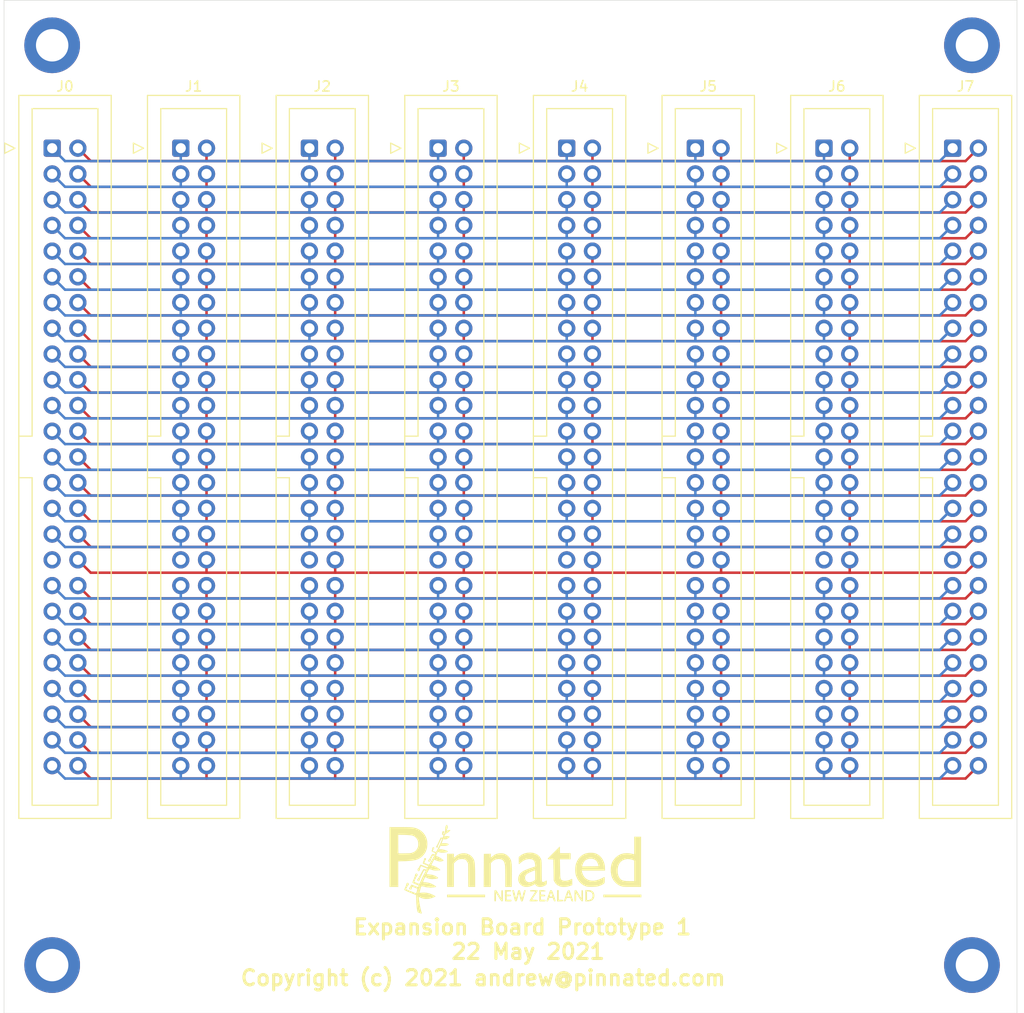
<source format=kicad_pcb>
(kicad_pcb (version 20171130) (host pcbnew "(5.1.6-0-10_14)")

  (general
    (thickness 1.6)
    (drawings 6)
    (tracks 726)
    (zones 0)
    (modules 13)
    (nets 58)
  )

  (page A4)
  (layers
    (0 F.Cu signal)
    (31 B.Cu signal)
    (32 B.Adhes user)
    (33 F.Adhes user)
    (34 B.Paste user)
    (35 F.Paste user)
    (36 B.SilkS user)
    (37 F.SilkS user)
    (38 B.Mask user)
    (39 F.Mask user)
    (40 Dwgs.User user)
    (41 Cmts.User user)
    (42 Eco1.User user)
    (43 Eco2.User user)
    (44 Edge.Cuts user)
    (45 Margin user)
    (46 B.CrtYd user)
    (47 F.CrtYd user)
    (48 B.Fab user)
    (49 F.Fab user)
  )

  (setup
    (last_trace_width 0.25)
    (trace_clearance 0.2)
    (zone_clearance 0.508)
    (zone_45_only no)
    (trace_min 0.2)
    (via_size 0.8)
    (via_drill 0.4)
    (via_min_size 0.4)
    (via_min_drill 0.3)
    (uvia_size 0.3)
    (uvia_drill 0.1)
    (uvias_allowed no)
    (uvia_min_size 0.2)
    (uvia_min_drill 0.1)
    (edge_width 0.05)
    (segment_width 0.2)
    (pcb_text_width 0.3)
    (pcb_text_size 1.5 1.5)
    (mod_edge_width 0.12)
    (mod_text_size 1 1)
    (mod_text_width 0.15)
    (pad_size 1.524 1.524)
    (pad_drill 0.762)
    (pad_to_mask_clearance 0.05)
    (aux_axis_origin 0 0)
    (visible_elements FFFFFF7F)
    (pcbplotparams
      (layerselection 0x010fc_ffffffff)
      (usegerberextensions true)
      (usegerberattributes true)
      (usegerberadvancedattributes true)
      (creategerberjobfile true)
      (excludeedgelayer true)
      (linewidth 0.100000)
      (plotframeref false)
      (viasonmask false)
      (mode 1)
      (useauxorigin false)
      (hpglpennumber 1)
      (hpglpenspeed 20)
      (hpglpendiameter 15.000000)
      (psnegative false)
      (psa4output false)
      (plotreference true)
      (plotvalue false)
      (plotinvisibletext false)
      (padsonsilk false)
      (subtractmaskfromsilk true)
      (outputformat 1)
      (mirror false)
      (drillshape 0)
      (scaleselection 1)
      (outputdirectory "Girbers/"))
  )

  (net 0 "")
  (net 1 /A16)
  (net 2 /A17)
  (net 3 /A18)
  (net 4 /A19)
  (net 5 /A20)
  (net 6 /~HALT)
  (net 7 /BS)
  (net 8 /BA)
  (net 9 /~RESET)
  (net 10 /R|~W)
  (net 11 /~DMA)
  (net 12 /E)
  (net 13 /Q)
  (net 14 /~FIRQ)
  (net 15 /~IRQ)
  (net 16 /~NMI)
  (net 17 /MRDY)
  (net 18 "Net-(J0-Pad33)")
  (net 19 /~W)
  (net 20 /~R)
  (net 21 /-12V)
  (net 22 /+5V)
  (net 23 /GND)
  (net 24 /+12V)
  (net 25 /~RS)
  (net 26 /~SS)
  (net 27 /A0)
  (net 28 /A1)
  (net 29 /A2)
  (net 30 /A3)
  (net 31 /A4)
  (net 32 /A5)
  (net 33 /A6)
  (net 34 /A7)
  (net 35 /A8)
  (net 36 /A9)
  (net 37 /A10)
  (net 38 /A11)
  (net 39 /A12)
  (net 40 /A13)
  (net 41 /A14)
  (net 42 /A15)
  (net 43 /D7)
  (net 44 /D6)
  (net 45 /D5)
  (net 46 /D4)
  (net 47 /D3)
  (net 48 /D2)
  (net 49 /D1)
  (net 50 /D0)
  (net 51 "Net-(J1-Pad33)")
  (net 52 "Net-(J2-Pad33)")
  (net 53 "Net-(J3-Pad33)")
  (net 54 "Net-(J4-Pad33)")
  (net 55 "Net-(J5-Pad33)")
  (net 56 "Net-(J6-Pad33)")
  (net 57 "Net-(J7-Pad33)")

  (net_class Default "This is the default net class."
    (clearance 0.2)
    (trace_width 0.25)
    (via_dia 0.8)
    (via_drill 0.4)
    (uvia_dia 0.3)
    (uvia_drill 0.1)
    (add_net /+12V)
    (add_net /+5V)
    (add_net /-12V)
    (add_net /A0)
    (add_net /A1)
    (add_net /A10)
    (add_net /A11)
    (add_net /A12)
    (add_net /A13)
    (add_net /A14)
    (add_net /A15)
    (add_net /A16)
    (add_net /A17)
    (add_net /A18)
    (add_net /A19)
    (add_net /A2)
    (add_net /A20)
    (add_net /A3)
    (add_net /A4)
    (add_net /A5)
    (add_net /A6)
    (add_net /A7)
    (add_net /A8)
    (add_net /A9)
    (add_net /BA)
    (add_net /BS)
    (add_net /D0)
    (add_net /D1)
    (add_net /D2)
    (add_net /D3)
    (add_net /D4)
    (add_net /D5)
    (add_net /D6)
    (add_net /D7)
    (add_net /E)
    (add_net /GND)
    (add_net /MRDY)
    (add_net /Q)
    (add_net /R|~W)
    (add_net /~DMA)
    (add_net /~FIRQ)
    (add_net /~HALT)
    (add_net /~IRQ)
    (add_net /~NMI)
    (add_net /~R)
    (add_net /~RESET)
    (add_net /~RS)
    (add_net /~SS)
    (add_net /~W)
    (add_net "Net-(J0-Pad33)")
    (add_net "Net-(J1-Pad33)")
    (add_net "Net-(J2-Pad33)")
    (add_net "Net-(J3-Pad33)")
    (add_net "Net-(J4-Pad33)")
    (add_net "Net-(J5-Pad33)")
    (add_net "Net-(J6-Pad33)")
    (add_net "Net-(J7-Pad33)")
  )

  (module Connector_IDC:IDC-Header_2x25_P2.54mm_Vertical (layer F.Cu) (tedit 5EAC9A07) (tstamp 60A92F82)
    (at 113.665 53.975)
    (descr "Through hole IDC box header, 2x25, 2.54mm pitch, DIN 41651 / IEC 60603-13, double rows, https://docs.google.com/spreadsheets/d/16SsEcesNF15N3Lb4niX7dcUr-NY5_MFPQhobNuNppn4/edit#gid=0")
    (tags "Through hole vertical IDC box header THT 2x25 2.54mm double row")
    (path /60B7C525)
    (fp_text reference J7 (at 1.27 -6.1) (layer F.SilkS)
      (effects (font (size 1 1) (thickness 0.15)))
    )
    (fp_text value SS50-LIKE (at 1.27 67.06) (layer F.Fab)
      (effects (font (size 1 1) (thickness 0.15)))
    )
    (fp_line (start 6.22 -5.6) (end -3.68 -5.6) (layer F.CrtYd) (width 0.05))
    (fp_line (start 6.22 66.56) (end 6.22 -5.6) (layer F.CrtYd) (width 0.05))
    (fp_line (start -3.68 66.56) (end 6.22 66.56) (layer F.CrtYd) (width 0.05))
    (fp_line (start -3.68 -5.6) (end -3.68 66.56) (layer F.CrtYd) (width 0.05))
    (fp_line (start -4.68 0.5) (end -3.68 0) (layer F.SilkS) (width 0.12))
    (fp_line (start -4.68 -0.5) (end -4.68 0.5) (layer F.SilkS) (width 0.12))
    (fp_line (start -3.68 0) (end -4.68 -0.5) (layer F.SilkS) (width 0.12))
    (fp_line (start -1.98 32.53) (end -3.29 32.53) (layer F.SilkS) (width 0.12))
    (fp_line (start -1.98 32.53) (end -1.98 32.53) (layer F.SilkS) (width 0.12))
    (fp_line (start -1.98 64.87) (end -1.98 32.53) (layer F.SilkS) (width 0.12))
    (fp_line (start 4.52 64.87) (end -1.98 64.87) (layer F.SilkS) (width 0.12))
    (fp_line (start 4.52 -3.91) (end 4.52 64.87) (layer F.SilkS) (width 0.12))
    (fp_line (start -1.98 -3.91) (end 4.52 -3.91) (layer F.SilkS) (width 0.12))
    (fp_line (start -1.98 28.43) (end -1.98 -3.91) (layer F.SilkS) (width 0.12))
    (fp_line (start -3.29 28.43) (end -1.98 28.43) (layer F.SilkS) (width 0.12))
    (fp_line (start -3.29 66.17) (end -3.29 -5.21) (layer F.SilkS) (width 0.12))
    (fp_line (start 5.83 66.17) (end -3.29 66.17) (layer F.SilkS) (width 0.12))
    (fp_line (start 5.83 -5.21) (end 5.83 66.17) (layer F.SilkS) (width 0.12))
    (fp_line (start -3.29 -5.21) (end 5.83 -5.21) (layer F.SilkS) (width 0.12))
    (fp_line (start -1.98 32.53) (end -3.18 32.53) (layer F.Fab) (width 0.1))
    (fp_line (start -1.98 32.53) (end -1.98 32.53) (layer F.Fab) (width 0.1))
    (fp_line (start -1.98 64.87) (end -1.98 32.53) (layer F.Fab) (width 0.1))
    (fp_line (start 4.52 64.87) (end -1.98 64.87) (layer F.Fab) (width 0.1))
    (fp_line (start 4.52 -3.91) (end 4.52 64.87) (layer F.Fab) (width 0.1))
    (fp_line (start -1.98 -3.91) (end 4.52 -3.91) (layer F.Fab) (width 0.1))
    (fp_line (start -1.98 28.43) (end -1.98 -3.91) (layer F.Fab) (width 0.1))
    (fp_line (start -3.18 28.43) (end -1.98 28.43) (layer F.Fab) (width 0.1))
    (fp_line (start -3.18 66.06) (end -3.18 -4.1) (layer F.Fab) (width 0.1))
    (fp_line (start 5.72 66.06) (end -3.18 66.06) (layer F.Fab) (width 0.1))
    (fp_line (start 5.72 -5.1) (end 5.72 66.06) (layer F.Fab) (width 0.1))
    (fp_line (start -2.18 -5.1) (end 5.72 -5.1) (layer F.Fab) (width 0.1))
    (fp_line (start -3.18 -4.1) (end -2.18 -5.1) (layer F.Fab) (width 0.1))
    (fp_text user %R (at 1.27 30.48 90) (layer F.Fab)
      (effects (font (size 1 1) (thickness 0.15)))
    )
    (pad 50 thru_hole circle (at 2.54 60.96) (size 1.7 1.7) (drill 1) (layers *.Cu *.Mask)
      (net 1 /A16))
    (pad 48 thru_hole circle (at 2.54 58.42) (size 1.7 1.7) (drill 1) (layers *.Cu *.Mask)
      (net 3 /A18))
    (pad 46 thru_hole circle (at 2.54 55.88) (size 1.7 1.7) (drill 1) (layers *.Cu *.Mask)
      (net 5 /A20))
    (pad 44 thru_hole circle (at 2.54 53.34) (size 1.7 1.7) (drill 1) (layers *.Cu *.Mask)
      (net 7 /BS))
    (pad 42 thru_hole circle (at 2.54 50.8) (size 1.7 1.7) (drill 1) (layers *.Cu *.Mask)
      (net 9 /~RESET))
    (pad 40 thru_hole circle (at 2.54 48.26) (size 1.7 1.7) (drill 1) (layers *.Cu *.Mask)
      (net 11 /~DMA))
    (pad 38 thru_hole circle (at 2.54 45.72) (size 1.7 1.7) (drill 1) (layers *.Cu *.Mask)
      (net 13 /Q))
    (pad 36 thru_hole circle (at 2.54 43.18) (size 1.7 1.7) (drill 1) (layers *.Cu *.Mask)
      (net 15 /~IRQ))
    (pad 34 thru_hole circle (at 2.54 40.64) (size 1.7 1.7) (drill 1) (layers *.Cu *.Mask)
      (net 17 /MRDY))
    (pad 32 thru_hole circle (at 2.54 38.1) (size 1.7 1.7) (drill 1) (layers *.Cu *.Mask)
      (net 19 /~W))
    (pad 30 thru_hole circle (at 2.54 35.56) (size 1.7 1.7) (drill 1) (layers *.Cu *.Mask)
      (net 21 /-12V))
    (pad 28 thru_hole circle (at 2.54 33.02) (size 1.7 1.7) (drill 1) (layers *.Cu *.Mask)
      (net 23 /GND))
    (pad 26 thru_hole circle (at 2.54 30.48) (size 1.7 1.7) (drill 1) (layers *.Cu *.Mask)
      (net 25 /~RS))
    (pad 24 thru_hole circle (at 2.54 27.94) (size 1.7 1.7) (drill 1) (layers *.Cu *.Mask)
      (net 27 /A0))
    (pad 22 thru_hole circle (at 2.54 25.4) (size 1.7 1.7) (drill 1) (layers *.Cu *.Mask)
      (net 29 /A2))
    (pad 20 thru_hole circle (at 2.54 22.86) (size 1.7 1.7) (drill 1) (layers *.Cu *.Mask)
      (net 31 /A4))
    (pad 18 thru_hole circle (at 2.54 20.32) (size 1.7 1.7) (drill 1) (layers *.Cu *.Mask)
      (net 33 /A6))
    (pad 16 thru_hole circle (at 2.54 17.78) (size 1.7 1.7) (drill 1) (layers *.Cu *.Mask)
      (net 35 /A8))
    (pad 14 thru_hole circle (at 2.54 15.24) (size 1.7 1.7) (drill 1) (layers *.Cu *.Mask)
      (net 37 /A10))
    (pad 12 thru_hole circle (at 2.54 12.7) (size 1.7 1.7) (drill 1) (layers *.Cu *.Mask)
      (net 39 /A12))
    (pad 10 thru_hole circle (at 2.54 10.16) (size 1.7 1.7) (drill 1) (layers *.Cu *.Mask)
      (net 41 /A14))
    (pad 8 thru_hole circle (at 2.54 7.62) (size 1.7 1.7) (drill 1) (layers *.Cu *.Mask)
      (net 43 /D7))
    (pad 6 thru_hole circle (at 2.54 5.08) (size 1.7 1.7) (drill 1) (layers *.Cu *.Mask)
      (net 45 /D5))
    (pad 4 thru_hole circle (at 2.54 2.54) (size 1.7 1.7) (drill 1) (layers *.Cu *.Mask)
      (net 47 /D3))
    (pad 2 thru_hole circle (at 2.54 0) (size 1.7 1.7) (drill 1) (layers *.Cu *.Mask)
      (net 49 /D1))
    (pad 49 thru_hole circle (at 0 60.96) (size 1.7 1.7) (drill 1) (layers *.Cu *.Mask)
      (net 2 /A17))
    (pad 47 thru_hole circle (at 0 58.42) (size 1.7 1.7) (drill 1) (layers *.Cu *.Mask)
      (net 4 /A19))
    (pad 45 thru_hole circle (at 0 55.88) (size 1.7 1.7) (drill 1) (layers *.Cu *.Mask)
      (net 6 /~HALT))
    (pad 43 thru_hole circle (at 0 53.34) (size 1.7 1.7) (drill 1) (layers *.Cu *.Mask)
      (net 8 /BA))
    (pad 41 thru_hole circle (at 0 50.8) (size 1.7 1.7) (drill 1) (layers *.Cu *.Mask)
      (net 10 /R|~W))
    (pad 39 thru_hole circle (at 0 48.26) (size 1.7 1.7) (drill 1) (layers *.Cu *.Mask)
      (net 12 /E))
    (pad 37 thru_hole circle (at 0 45.72) (size 1.7 1.7) (drill 1) (layers *.Cu *.Mask)
      (net 14 /~FIRQ))
    (pad 35 thru_hole circle (at 0 43.18) (size 1.7 1.7) (drill 1) (layers *.Cu *.Mask)
      (net 16 /~NMI))
    (pad 33 thru_hole circle (at 0 40.64) (size 1.7 1.7) (drill 1) (layers *.Cu *.Mask)
      (net 57 "Net-(J7-Pad33)"))
    (pad 31 thru_hole circle (at 0 38.1) (size 1.7 1.7) (drill 1) (layers *.Cu *.Mask)
      (net 20 /~R))
    (pad 29 thru_hole circle (at 0 35.56) (size 1.7 1.7) (drill 1) (layers *.Cu *.Mask)
      (net 22 /+5V))
    (pad 27 thru_hole circle (at 0 33.02) (size 1.7 1.7) (drill 1) (layers *.Cu *.Mask)
      (net 24 /+12V))
    (pad 25 thru_hole circle (at 0 30.48) (size 1.7 1.7) (drill 1) (layers *.Cu *.Mask)
      (net 26 /~SS))
    (pad 23 thru_hole circle (at 0 27.94) (size 1.7 1.7) (drill 1) (layers *.Cu *.Mask)
      (net 28 /A1))
    (pad 21 thru_hole circle (at 0 25.4) (size 1.7 1.7) (drill 1) (layers *.Cu *.Mask)
      (net 30 /A3))
    (pad 19 thru_hole circle (at 0 22.86) (size 1.7 1.7) (drill 1) (layers *.Cu *.Mask)
      (net 32 /A5))
    (pad 17 thru_hole circle (at 0 20.32) (size 1.7 1.7) (drill 1) (layers *.Cu *.Mask)
      (net 34 /A7))
    (pad 15 thru_hole circle (at 0 17.78) (size 1.7 1.7) (drill 1) (layers *.Cu *.Mask)
      (net 36 /A9))
    (pad 13 thru_hole circle (at 0 15.24) (size 1.7 1.7) (drill 1) (layers *.Cu *.Mask)
      (net 38 /A11))
    (pad 11 thru_hole circle (at 0 12.7) (size 1.7 1.7) (drill 1) (layers *.Cu *.Mask)
      (net 40 /A13))
    (pad 9 thru_hole circle (at 0 10.16) (size 1.7 1.7) (drill 1) (layers *.Cu *.Mask)
      (net 42 /A15))
    (pad 7 thru_hole circle (at 0 7.62) (size 1.7 1.7) (drill 1) (layers *.Cu *.Mask)
      (net 44 /D6))
    (pad 5 thru_hole circle (at 0 5.08) (size 1.7 1.7) (drill 1) (layers *.Cu *.Mask)
      (net 46 /D4))
    (pad 3 thru_hole circle (at 0 2.54) (size 1.7 1.7) (drill 1) (layers *.Cu *.Mask)
      (net 48 /D2))
    (pad 1 thru_hole roundrect (at 0 0) (size 1.7 1.7) (drill 1) (layers *.Cu *.Mask) (roundrect_rratio 0.147059)
      (net 50 /D0))
    (model ${KISYS3DMOD}/Connector_IDC.3dshapes/IDC-Header_2x25_P2.54mm_Vertical.wrl
      (at (xyz 0 0 0))
      (scale (xyz 1 1 1))
      (rotate (xyz 0 0 0))
    )
  )

  (module Connector_IDC:IDC-Header_2x25_P2.54mm_Vertical (layer F.Cu) (tedit 5EAC9A07) (tstamp 60A93057)
    (at 100.965 53.975)
    (descr "Through hole IDC box header, 2x25, 2.54mm pitch, DIN 41651 / IEC 60603-13, double rows, https://docs.google.com/spreadsheets/d/16SsEcesNF15N3Lb4niX7dcUr-NY5_MFPQhobNuNppn4/edit#gid=0")
    (tags "Through hole vertical IDC box header THT 2x25 2.54mm double row")
    (path /60B7C48C)
    (fp_text reference J6 (at 1.27 -6.1) (layer F.SilkS)
      (effects (font (size 1 1) (thickness 0.15)))
    )
    (fp_text value SS50-LIKE (at 1.27 67.06) (layer F.Fab)
      (effects (font (size 1 1) (thickness 0.15)))
    )
    (fp_line (start 6.22 -5.6) (end -3.68 -5.6) (layer F.CrtYd) (width 0.05))
    (fp_line (start 6.22 66.56) (end 6.22 -5.6) (layer F.CrtYd) (width 0.05))
    (fp_line (start -3.68 66.56) (end 6.22 66.56) (layer F.CrtYd) (width 0.05))
    (fp_line (start -3.68 -5.6) (end -3.68 66.56) (layer F.CrtYd) (width 0.05))
    (fp_line (start -4.68 0.5) (end -3.68 0) (layer F.SilkS) (width 0.12))
    (fp_line (start -4.68 -0.5) (end -4.68 0.5) (layer F.SilkS) (width 0.12))
    (fp_line (start -3.68 0) (end -4.68 -0.5) (layer F.SilkS) (width 0.12))
    (fp_line (start -1.98 32.53) (end -3.29 32.53) (layer F.SilkS) (width 0.12))
    (fp_line (start -1.98 32.53) (end -1.98 32.53) (layer F.SilkS) (width 0.12))
    (fp_line (start -1.98 64.87) (end -1.98 32.53) (layer F.SilkS) (width 0.12))
    (fp_line (start 4.52 64.87) (end -1.98 64.87) (layer F.SilkS) (width 0.12))
    (fp_line (start 4.52 -3.91) (end 4.52 64.87) (layer F.SilkS) (width 0.12))
    (fp_line (start -1.98 -3.91) (end 4.52 -3.91) (layer F.SilkS) (width 0.12))
    (fp_line (start -1.98 28.43) (end -1.98 -3.91) (layer F.SilkS) (width 0.12))
    (fp_line (start -3.29 28.43) (end -1.98 28.43) (layer F.SilkS) (width 0.12))
    (fp_line (start -3.29 66.17) (end -3.29 -5.21) (layer F.SilkS) (width 0.12))
    (fp_line (start 5.83 66.17) (end -3.29 66.17) (layer F.SilkS) (width 0.12))
    (fp_line (start 5.83 -5.21) (end 5.83 66.17) (layer F.SilkS) (width 0.12))
    (fp_line (start -3.29 -5.21) (end 5.83 -5.21) (layer F.SilkS) (width 0.12))
    (fp_line (start -1.98 32.53) (end -3.18 32.53) (layer F.Fab) (width 0.1))
    (fp_line (start -1.98 32.53) (end -1.98 32.53) (layer F.Fab) (width 0.1))
    (fp_line (start -1.98 64.87) (end -1.98 32.53) (layer F.Fab) (width 0.1))
    (fp_line (start 4.52 64.87) (end -1.98 64.87) (layer F.Fab) (width 0.1))
    (fp_line (start 4.52 -3.91) (end 4.52 64.87) (layer F.Fab) (width 0.1))
    (fp_line (start -1.98 -3.91) (end 4.52 -3.91) (layer F.Fab) (width 0.1))
    (fp_line (start -1.98 28.43) (end -1.98 -3.91) (layer F.Fab) (width 0.1))
    (fp_line (start -3.18 28.43) (end -1.98 28.43) (layer F.Fab) (width 0.1))
    (fp_line (start -3.18 66.06) (end -3.18 -4.1) (layer F.Fab) (width 0.1))
    (fp_line (start 5.72 66.06) (end -3.18 66.06) (layer F.Fab) (width 0.1))
    (fp_line (start 5.72 -5.1) (end 5.72 66.06) (layer F.Fab) (width 0.1))
    (fp_line (start -2.18 -5.1) (end 5.72 -5.1) (layer F.Fab) (width 0.1))
    (fp_line (start -3.18 -4.1) (end -2.18 -5.1) (layer F.Fab) (width 0.1))
    (fp_text user %R (at 1.27 30.48 90) (layer F.Fab)
      (effects (font (size 1 1) (thickness 0.15)))
    )
    (pad 50 thru_hole circle (at 2.54 60.96) (size 1.7 1.7) (drill 1) (layers *.Cu *.Mask)
      (net 1 /A16))
    (pad 48 thru_hole circle (at 2.54 58.42) (size 1.7 1.7) (drill 1) (layers *.Cu *.Mask)
      (net 3 /A18))
    (pad 46 thru_hole circle (at 2.54 55.88) (size 1.7 1.7) (drill 1) (layers *.Cu *.Mask)
      (net 5 /A20))
    (pad 44 thru_hole circle (at 2.54 53.34) (size 1.7 1.7) (drill 1) (layers *.Cu *.Mask)
      (net 7 /BS))
    (pad 42 thru_hole circle (at 2.54 50.8) (size 1.7 1.7) (drill 1) (layers *.Cu *.Mask)
      (net 9 /~RESET))
    (pad 40 thru_hole circle (at 2.54 48.26) (size 1.7 1.7) (drill 1) (layers *.Cu *.Mask)
      (net 11 /~DMA))
    (pad 38 thru_hole circle (at 2.54 45.72) (size 1.7 1.7) (drill 1) (layers *.Cu *.Mask)
      (net 13 /Q))
    (pad 36 thru_hole circle (at 2.54 43.18) (size 1.7 1.7) (drill 1) (layers *.Cu *.Mask)
      (net 15 /~IRQ))
    (pad 34 thru_hole circle (at 2.54 40.64) (size 1.7 1.7) (drill 1) (layers *.Cu *.Mask)
      (net 17 /MRDY))
    (pad 32 thru_hole circle (at 2.54 38.1) (size 1.7 1.7) (drill 1) (layers *.Cu *.Mask)
      (net 19 /~W))
    (pad 30 thru_hole circle (at 2.54 35.56) (size 1.7 1.7) (drill 1) (layers *.Cu *.Mask)
      (net 21 /-12V))
    (pad 28 thru_hole circle (at 2.54 33.02) (size 1.7 1.7) (drill 1) (layers *.Cu *.Mask)
      (net 23 /GND))
    (pad 26 thru_hole circle (at 2.54 30.48) (size 1.7 1.7) (drill 1) (layers *.Cu *.Mask)
      (net 25 /~RS))
    (pad 24 thru_hole circle (at 2.54 27.94) (size 1.7 1.7) (drill 1) (layers *.Cu *.Mask)
      (net 27 /A0))
    (pad 22 thru_hole circle (at 2.54 25.4) (size 1.7 1.7) (drill 1) (layers *.Cu *.Mask)
      (net 29 /A2))
    (pad 20 thru_hole circle (at 2.54 22.86) (size 1.7 1.7) (drill 1) (layers *.Cu *.Mask)
      (net 31 /A4))
    (pad 18 thru_hole circle (at 2.54 20.32) (size 1.7 1.7) (drill 1) (layers *.Cu *.Mask)
      (net 33 /A6))
    (pad 16 thru_hole circle (at 2.54 17.78) (size 1.7 1.7) (drill 1) (layers *.Cu *.Mask)
      (net 35 /A8))
    (pad 14 thru_hole circle (at 2.54 15.24) (size 1.7 1.7) (drill 1) (layers *.Cu *.Mask)
      (net 37 /A10))
    (pad 12 thru_hole circle (at 2.54 12.7) (size 1.7 1.7) (drill 1) (layers *.Cu *.Mask)
      (net 39 /A12))
    (pad 10 thru_hole circle (at 2.54 10.16) (size 1.7 1.7) (drill 1) (layers *.Cu *.Mask)
      (net 41 /A14))
    (pad 8 thru_hole circle (at 2.54 7.62) (size 1.7 1.7) (drill 1) (layers *.Cu *.Mask)
      (net 43 /D7))
    (pad 6 thru_hole circle (at 2.54 5.08) (size 1.7 1.7) (drill 1) (layers *.Cu *.Mask)
      (net 45 /D5))
    (pad 4 thru_hole circle (at 2.54 2.54) (size 1.7 1.7) (drill 1) (layers *.Cu *.Mask)
      (net 47 /D3))
    (pad 2 thru_hole circle (at 2.54 0) (size 1.7 1.7) (drill 1) (layers *.Cu *.Mask)
      (net 49 /D1))
    (pad 49 thru_hole circle (at 0 60.96) (size 1.7 1.7) (drill 1) (layers *.Cu *.Mask)
      (net 2 /A17))
    (pad 47 thru_hole circle (at 0 58.42) (size 1.7 1.7) (drill 1) (layers *.Cu *.Mask)
      (net 4 /A19))
    (pad 45 thru_hole circle (at 0 55.88) (size 1.7 1.7) (drill 1) (layers *.Cu *.Mask)
      (net 6 /~HALT))
    (pad 43 thru_hole circle (at 0 53.34) (size 1.7 1.7) (drill 1) (layers *.Cu *.Mask)
      (net 8 /BA))
    (pad 41 thru_hole circle (at 0 50.8) (size 1.7 1.7) (drill 1) (layers *.Cu *.Mask)
      (net 10 /R|~W))
    (pad 39 thru_hole circle (at 0 48.26) (size 1.7 1.7) (drill 1) (layers *.Cu *.Mask)
      (net 12 /E))
    (pad 37 thru_hole circle (at 0 45.72) (size 1.7 1.7) (drill 1) (layers *.Cu *.Mask)
      (net 14 /~FIRQ))
    (pad 35 thru_hole circle (at 0 43.18) (size 1.7 1.7) (drill 1) (layers *.Cu *.Mask)
      (net 16 /~NMI))
    (pad 33 thru_hole circle (at 0 40.64) (size 1.7 1.7) (drill 1) (layers *.Cu *.Mask)
      (net 56 "Net-(J6-Pad33)"))
    (pad 31 thru_hole circle (at 0 38.1) (size 1.7 1.7) (drill 1) (layers *.Cu *.Mask)
      (net 20 /~R))
    (pad 29 thru_hole circle (at 0 35.56) (size 1.7 1.7) (drill 1) (layers *.Cu *.Mask)
      (net 22 /+5V))
    (pad 27 thru_hole circle (at 0 33.02) (size 1.7 1.7) (drill 1) (layers *.Cu *.Mask)
      (net 24 /+12V))
    (pad 25 thru_hole circle (at 0 30.48) (size 1.7 1.7) (drill 1) (layers *.Cu *.Mask)
      (net 26 /~SS))
    (pad 23 thru_hole circle (at 0 27.94) (size 1.7 1.7) (drill 1) (layers *.Cu *.Mask)
      (net 28 /A1))
    (pad 21 thru_hole circle (at 0 25.4) (size 1.7 1.7) (drill 1) (layers *.Cu *.Mask)
      (net 30 /A3))
    (pad 19 thru_hole circle (at 0 22.86) (size 1.7 1.7) (drill 1) (layers *.Cu *.Mask)
      (net 32 /A5))
    (pad 17 thru_hole circle (at 0 20.32) (size 1.7 1.7) (drill 1) (layers *.Cu *.Mask)
      (net 34 /A7))
    (pad 15 thru_hole circle (at 0 17.78) (size 1.7 1.7) (drill 1) (layers *.Cu *.Mask)
      (net 36 /A9))
    (pad 13 thru_hole circle (at 0 15.24) (size 1.7 1.7) (drill 1) (layers *.Cu *.Mask)
      (net 38 /A11))
    (pad 11 thru_hole circle (at 0 12.7) (size 1.7 1.7) (drill 1) (layers *.Cu *.Mask)
      (net 40 /A13))
    (pad 9 thru_hole circle (at 0 10.16) (size 1.7 1.7) (drill 1) (layers *.Cu *.Mask)
      (net 42 /A15))
    (pad 7 thru_hole circle (at 0 7.62) (size 1.7 1.7) (drill 1) (layers *.Cu *.Mask)
      (net 44 /D6))
    (pad 5 thru_hole circle (at 0 5.08) (size 1.7 1.7) (drill 1) (layers *.Cu *.Mask)
      (net 46 /D4))
    (pad 3 thru_hole circle (at 0 2.54) (size 1.7 1.7) (drill 1) (layers *.Cu *.Mask)
      (net 48 /D2))
    (pad 1 thru_hole roundrect (at 0 0) (size 1.7 1.7) (drill 1) (layers *.Cu *.Mask) (roundrect_rratio 0.147059)
      (net 50 /D0))
    (model ${KISYS3DMOD}/Connector_IDC.3dshapes/IDC-Header_2x25_P2.54mm_Vertical.wrl
      (at (xyz 0 0 0))
      (scale (xyz 1 1 1))
      (rotate (xyz 0 0 0))
    )
  )

  (module Connector_IDC:IDC-Header_2x25_P2.54mm_Vertical (layer F.Cu) (tedit 5EAC9A07) (tstamp 60A929AC)
    (at 88.265 53.975)
    (descr "Through hole IDC box header, 2x25, 2.54mm pitch, DIN 41651 / IEC 60603-13, double rows, https://docs.google.com/spreadsheets/d/16SsEcesNF15N3Lb4niX7dcUr-NY5_MFPQhobNuNppn4/edit#gid=0")
    (tags "Through hole vertical IDC box header THT 2x25 2.54mm double row")
    (path /60B7C3F3)
    (fp_text reference J5 (at 1.27 -6.1) (layer F.SilkS)
      (effects (font (size 1 1) (thickness 0.15)))
    )
    (fp_text value SS50-LIKE (at 1.27 67.06) (layer F.Fab)
      (effects (font (size 1 1) (thickness 0.15)))
    )
    (fp_line (start 6.22 -5.6) (end -3.68 -5.6) (layer F.CrtYd) (width 0.05))
    (fp_line (start 6.22 66.56) (end 6.22 -5.6) (layer F.CrtYd) (width 0.05))
    (fp_line (start -3.68 66.56) (end 6.22 66.56) (layer F.CrtYd) (width 0.05))
    (fp_line (start -3.68 -5.6) (end -3.68 66.56) (layer F.CrtYd) (width 0.05))
    (fp_line (start -4.68 0.5) (end -3.68 0) (layer F.SilkS) (width 0.12))
    (fp_line (start -4.68 -0.5) (end -4.68 0.5) (layer F.SilkS) (width 0.12))
    (fp_line (start -3.68 0) (end -4.68 -0.5) (layer F.SilkS) (width 0.12))
    (fp_line (start -1.98 32.53) (end -3.29 32.53) (layer F.SilkS) (width 0.12))
    (fp_line (start -1.98 32.53) (end -1.98 32.53) (layer F.SilkS) (width 0.12))
    (fp_line (start -1.98 64.87) (end -1.98 32.53) (layer F.SilkS) (width 0.12))
    (fp_line (start 4.52 64.87) (end -1.98 64.87) (layer F.SilkS) (width 0.12))
    (fp_line (start 4.52 -3.91) (end 4.52 64.87) (layer F.SilkS) (width 0.12))
    (fp_line (start -1.98 -3.91) (end 4.52 -3.91) (layer F.SilkS) (width 0.12))
    (fp_line (start -1.98 28.43) (end -1.98 -3.91) (layer F.SilkS) (width 0.12))
    (fp_line (start -3.29 28.43) (end -1.98 28.43) (layer F.SilkS) (width 0.12))
    (fp_line (start -3.29 66.17) (end -3.29 -5.21) (layer F.SilkS) (width 0.12))
    (fp_line (start 5.83 66.17) (end -3.29 66.17) (layer F.SilkS) (width 0.12))
    (fp_line (start 5.83 -5.21) (end 5.83 66.17) (layer F.SilkS) (width 0.12))
    (fp_line (start -3.29 -5.21) (end 5.83 -5.21) (layer F.SilkS) (width 0.12))
    (fp_line (start -1.98 32.53) (end -3.18 32.53) (layer F.Fab) (width 0.1))
    (fp_line (start -1.98 32.53) (end -1.98 32.53) (layer F.Fab) (width 0.1))
    (fp_line (start -1.98 64.87) (end -1.98 32.53) (layer F.Fab) (width 0.1))
    (fp_line (start 4.52 64.87) (end -1.98 64.87) (layer F.Fab) (width 0.1))
    (fp_line (start 4.52 -3.91) (end 4.52 64.87) (layer F.Fab) (width 0.1))
    (fp_line (start -1.98 -3.91) (end 4.52 -3.91) (layer F.Fab) (width 0.1))
    (fp_line (start -1.98 28.43) (end -1.98 -3.91) (layer F.Fab) (width 0.1))
    (fp_line (start -3.18 28.43) (end -1.98 28.43) (layer F.Fab) (width 0.1))
    (fp_line (start -3.18 66.06) (end -3.18 -4.1) (layer F.Fab) (width 0.1))
    (fp_line (start 5.72 66.06) (end -3.18 66.06) (layer F.Fab) (width 0.1))
    (fp_line (start 5.72 -5.1) (end 5.72 66.06) (layer F.Fab) (width 0.1))
    (fp_line (start -2.18 -5.1) (end 5.72 -5.1) (layer F.Fab) (width 0.1))
    (fp_line (start -3.18 -4.1) (end -2.18 -5.1) (layer F.Fab) (width 0.1))
    (fp_text user %R (at 1.27 30.48 90) (layer F.Fab)
      (effects (font (size 1 1) (thickness 0.15)))
    )
    (pad 50 thru_hole circle (at 2.54 60.96) (size 1.7 1.7) (drill 1) (layers *.Cu *.Mask)
      (net 1 /A16))
    (pad 48 thru_hole circle (at 2.54 58.42) (size 1.7 1.7) (drill 1) (layers *.Cu *.Mask)
      (net 3 /A18))
    (pad 46 thru_hole circle (at 2.54 55.88) (size 1.7 1.7) (drill 1) (layers *.Cu *.Mask)
      (net 5 /A20))
    (pad 44 thru_hole circle (at 2.54 53.34) (size 1.7 1.7) (drill 1) (layers *.Cu *.Mask)
      (net 7 /BS))
    (pad 42 thru_hole circle (at 2.54 50.8) (size 1.7 1.7) (drill 1) (layers *.Cu *.Mask)
      (net 9 /~RESET))
    (pad 40 thru_hole circle (at 2.54 48.26) (size 1.7 1.7) (drill 1) (layers *.Cu *.Mask)
      (net 11 /~DMA))
    (pad 38 thru_hole circle (at 2.54 45.72) (size 1.7 1.7) (drill 1) (layers *.Cu *.Mask)
      (net 13 /Q))
    (pad 36 thru_hole circle (at 2.54 43.18) (size 1.7 1.7) (drill 1) (layers *.Cu *.Mask)
      (net 15 /~IRQ))
    (pad 34 thru_hole circle (at 2.54 40.64) (size 1.7 1.7) (drill 1) (layers *.Cu *.Mask)
      (net 17 /MRDY))
    (pad 32 thru_hole circle (at 2.54 38.1) (size 1.7 1.7) (drill 1) (layers *.Cu *.Mask)
      (net 19 /~W))
    (pad 30 thru_hole circle (at 2.54 35.56) (size 1.7 1.7) (drill 1) (layers *.Cu *.Mask)
      (net 21 /-12V))
    (pad 28 thru_hole circle (at 2.54 33.02) (size 1.7 1.7) (drill 1) (layers *.Cu *.Mask)
      (net 23 /GND))
    (pad 26 thru_hole circle (at 2.54 30.48) (size 1.7 1.7) (drill 1) (layers *.Cu *.Mask)
      (net 25 /~RS))
    (pad 24 thru_hole circle (at 2.54 27.94) (size 1.7 1.7) (drill 1) (layers *.Cu *.Mask)
      (net 27 /A0))
    (pad 22 thru_hole circle (at 2.54 25.4) (size 1.7 1.7) (drill 1) (layers *.Cu *.Mask)
      (net 29 /A2))
    (pad 20 thru_hole circle (at 2.54 22.86) (size 1.7 1.7) (drill 1) (layers *.Cu *.Mask)
      (net 31 /A4))
    (pad 18 thru_hole circle (at 2.54 20.32) (size 1.7 1.7) (drill 1) (layers *.Cu *.Mask)
      (net 33 /A6))
    (pad 16 thru_hole circle (at 2.54 17.78) (size 1.7 1.7) (drill 1) (layers *.Cu *.Mask)
      (net 35 /A8))
    (pad 14 thru_hole circle (at 2.54 15.24) (size 1.7 1.7) (drill 1) (layers *.Cu *.Mask)
      (net 37 /A10))
    (pad 12 thru_hole circle (at 2.54 12.7) (size 1.7 1.7) (drill 1) (layers *.Cu *.Mask)
      (net 39 /A12))
    (pad 10 thru_hole circle (at 2.54 10.16) (size 1.7 1.7) (drill 1) (layers *.Cu *.Mask)
      (net 41 /A14))
    (pad 8 thru_hole circle (at 2.54 7.62) (size 1.7 1.7) (drill 1) (layers *.Cu *.Mask)
      (net 43 /D7))
    (pad 6 thru_hole circle (at 2.54 5.08) (size 1.7 1.7) (drill 1) (layers *.Cu *.Mask)
      (net 45 /D5))
    (pad 4 thru_hole circle (at 2.54 2.54) (size 1.7 1.7) (drill 1) (layers *.Cu *.Mask)
      (net 47 /D3))
    (pad 2 thru_hole circle (at 2.54 0) (size 1.7 1.7) (drill 1) (layers *.Cu *.Mask)
      (net 49 /D1))
    (pad 49 thru_hole circle (at 0 60.96) (size 1.7 1.7) (drill 1) (layers *.Cu *.Mask)
      (net 2 /A17))
    (pad 47 thru_hole circle (at 0 58.42) (size 1.7 1.7) (drill 1) (layers *.Cu *.Mask)
      (net 4 /A19))
    (pad 45 thru_hole circle (at 0 55.88) (size 1.7 1.7) (drill 1) (layers *.Cu *.Mask)
      (net 6 /~HALT))
    (pad 43 thru_hole circle (at 0 53.34) (size 1.7 1.7) (drill 1) (layers *.Cu *.Mask)
      (net 8 /BA))
    (pad 41 thru_hole circle (at 0 50.8) (size 1.7 1.7) (drill 1) (layers *.Cu *.Mask)
      (net 10 /R|~W))
    (pad 39 thru_hole circle (at 0 48.26) (size 1.7 1.7) (drill 1) (layers *.Cu *.Mask)
      (net 12 /E))
    (pad 37 thru_hole circle (at 0 45.72) (size 1.7 1.7) (drill 1) (layers *.Cu *.Mask)
      (net 14 /~FIRQ))
    (pad 35 thru_hole circle (at 0 43.18) (size 1.7 1.7) (drill 1) (layers *.Cu *.Mask)
      (net 16 /~NMI))
    (pad 33 thru_hole circle (at 0 40.64) (size 1.7 1.7) (drill 1) (layers *.Cu *.Mask)
      (net 55 "Net-(J5-Pad33)"))
    (pad 31 thru_hole circle (at 0 38.1) (size 1.7 1.7) (drill 1) (layers *.Cu *.Mask)
      (net 20 /~R))
    (pad 29 thru_hole circle (at 0 35.56) (size 1.7 1.7) (drill 1) (layers *.Cu *.Mask)
      (net 22 /+5V))
    (pad 27 thru_hole circle (at 0 33.02) (size 1.7 1.7) (drill 1) (layers *.Cu *.Mask)
      (net 24 /+12V))
    (pad 25 thru_hole circle (at 0 30.48) (size 1.7 1.7) (drill 1) (layers *.Cu *.Mask)
      (net 26 /~SS))
    (pad 23 thru_hole circle (at 0 27.94) (size 1.7 1.7) (drill 1) (layers *.Cu *.Mask)
      (net 28 /A1))
    (pad 21 thru_hole circle (at 0 25.4) (size 1.7 1.7) (drill 1) (layers *.Cu *.Mask)
      (net 30 /A3))
    (pad 19 thru_hole circle (at 0 22.86) (size 1.7 1.7) (drill 1) (layers *.Cu *.Mask)
      (net 32 /A5))
    (pad 17 thru_hole circle (at 0 20.32) (size 1.7 1.7) (drill 1) (layers *.Cu *.Mask)
      (net 34 /A7))
    (pad 15 thru_hole circle (at 0 17.78) (size 1.7 1.7) (drill 1) (layers *.Cu *.Mask)
      (net 36 /A9))
    (pad 13 thru_hole circle (at 0 15.24) (size 1.7 1.7) (drill 1) (layers *.Cu *.Mask)
      (net 38 /A11))
    (pad 11 thru_hole circle (at 0 12.7) (size 1.7 1.7) (drill 1) (layers *.Cu *.Mask)
      (net 40 /A13))
    (pad 9 thru_hole circle (at 0 10.16) (size 1.7 1.7) (drill 1) (layers *.Cu *.Mask)
      (net 42 /A15))
    (pad 7 thru_hole circle (at 0 7.62) (size 1.7 1.7) (drill 1) (layers *.Cu *.Mask)
      (net 44 /D6))
    (pad 5 thru_hole circle (at 0 5.08) (size 1.7 1.7) (drill 1) (layers *.Cu *.Mask)
      (net 46 /D4))
    (pad 3 thru_hole circle (at 0 2.54) (size 1.7 1.7) (drill 1) (layers *.Cu *.Mask)
      (net 48 /D2))
    (pad 1 thru_hole roundrect (at 0 0) (size 1.7 1.7) (drill 1) (layers *.Cu *.Mask) (roundrect_rratio 0.147059)
      (net 50 /D0))
    (model ${KISYS3DMOD}/Connector_IDC.3dshapes/IDC-Header_2x25_P2.54mm_Vertical.wrl
      (at (xyz 0 0 0))
      (scale (xyz 1 1 1))
      (rotate (xyz 0 0 0))
    )
  )

  (module Connector_IDC:IDC-Header_2x25_P2.54mm_Vertical (layer F.Cu) (tedit 5EAC9A07) (tstamp 60A92C2B)
    (at 75.565 53.975)
    (descr "Through hole IDC box header, 2x25, 2.54mm pitch, DIN 41651 / IEC 60603-13, double rows, https://docs.google.com/spreadsheets/d/16SsEcesNF15N3Lb4niX7dcUr-NY5_MFPQhobNuNppn4/edit#gid=0")
    (tags "Through hole vertical IDC box header THT 2x25 2.54mm double row")
    (path /60AEF264)
    (fp_text reference J4 (at 1.27 -6.1) (layer F.SilkS)
      (effects (font (size 1 1) (thickness 0.15)))
    )
    (fp_text value SS50-LIKE (at 1.27 67.06) (layer F.Fab)
      (effects (font (size 1 1) (thickness 0.15)))
    )
    (fp_line (start 6.22 -5.6) (end -3.68 -5.6) (layer F.CrtYd) (width 0.05))
    (fp_line (start 6.22 66.56) (end 6.22 -5.6) (layer F.CrtYd) (width 0.05))
    (fp_line (start -3.68 66.56) (end 6.22 66.56) (layer F.CrtYd) (width 0.05))
    (fp_line (start -3.68 -5.6) (end -3.68 66.56) (layer F.CrtYd) (width 0.05))
    (fp_line (start -4.68 0.5) (end -3.68 0) (layer F.SilkS) (width 0.12))
    (fp_line (start -4.68 -0.5) (end -4.68 0.5) (layer F.SilkS) (width 0.12))
    (fp_line (start -3.68 0) (end -4.68 -0.5) (layer F.SilkS) (width 0.12))
    (fp_line (start -1.98 32.53) (end -3.29 32.53) (layer F.SilkS) (width 0.12))
    (fp_line (start -1.98 32.53) (end -1.98 32.53) (layer F.SilkS) (width 0.12))
    (fp_line (start -1.98 64.87) (end -1.98 32.53) (layer F.SilkS) (width 0.12))
    (fp_line (start 4.52 64.87) (end -1.98 64.87) (layer F.SilkS) (width 0.12))
    (fp_line (start 4.52 -3.91) (end 4.52 64.87) (layer F.SilkS) (width 0.12))
    (fp_line (start -1.98 -3.91) (end 4.52 -3.91) (layer F.SilkS) (width 0.12))
    (fp_line (start -1.98 28.43) (end -1.98 -3.91) (layer F.SilkS) (width 0.12))
    (fp_line (start -3.29 28.43) (end -1.98 28.43) (layer F.SilkS) (width 0.12))
    (fp_line (start -3.29 66.17) (end -3.29 -5.21) (layer F.SilkS) (width 0.12))
    (fp_line (start 5.83 66.17) (end -3.29 66.17) (layer F.SilkS) (width 0.12))
    (fp_line (start 5.83 -5.21) (end 5.83 66.17) (layer F.SilkS) (width 0.12))
    (fp_line (start -3.29 -5.21) (end 5.83 -5.21) (layer F.SilkS) (width 0.12))
    (fp_line (start -1.98 32.53) (end -3.18 32.53) (layer F.Fab) (width 0.1))
    (fp_line (start -1.98 32.53) (end -1.98 32.53) (layer F.Fab) (width 0.1))
    (fp_line (start -1.98 64.87) (end -1.98 32.53) (layer F.Fab) (width 0.1))
    (fp_line (start 4.52 64.87) (end -1.98 64.87) (layer F.Fab) (width 0.1))
    (fp_line (start 4.52 -3.91) (end 4.52 64.87) (layer F.Fab) (width 0.1))
    (fp_line (start -1.98 -3.91) (end 4.52 -3.91) (layer F.Fab) (width 0.1))
    (fp_line (start -1.98 28.43) (end -1.98 -3.91) (layer F.Fab) (width 0.1))
    (fp_line (start -3.18 28.43) (end -1.98 28.43) (layer F.Fab) (width 0.1))
    (fp_line (start -3.18 66.06) (end -3.18 -4.1) (layer F.Fab) (width 0.1))
    (fp_line (start 5.72 66.06) (end -3.18 66.06) (layer F.Fab) (width 0.1))
    (fp_line (start 5.72 -5.1) (end 5.72 66.06) (layer F.Fab) (width 0.1))
    (fp_line (start -2.18 -5.1) (end 5.72 -5.1) (layer F.Fab) (width 0.1))
    (fp_line (start -3.18 -4.1) (end -2.18 -5.1) (layer F.Fab) (width 0.1))
    (fp_text user %R (at 1.27 30.48 90) (layer F.Fab)
      (effects (font (size 1 1) (thickness 0.15)))
    )
    (pad 50 thru_hole circle (at 2.54 60.96) (size 1.7 1.7) (drill 1) (layers *.Cu *.Mask)
      (net 1 /A16))
    (pad 48 thru_hole circle (at 2.54 58.42) (size 1.7 1.7) (drill 1) (layers *.Cu *.Mask)
      (net 3 /A18))
    (pad 46 thru_hole circle (at 2.54 55.88) (size 1.7 1.7) (drill 1) (layers *.Cu *.Mask)
      (net 5 /A20))
    (pad 44 thru_hole circle (at 2.54 53.34) (size 1.7 1.7) (drill 1) (layers *.Cu *.Mask)
      (net 7 /BS))
    (pad 42 thru_hole circle (at 2.54 50.8) (size 1.7 1.7) (drill 1) (layers *.Cu *.Mask)
      (net 9 /~RESET))
    (pad 40 thru_hole circle (at 2.54 48.26) (size 1.7 1.7) (drill 1) (layers *.Cu *.Mask)
      (net 11 /~DMA))
    (pad 38 thru_hole circle (at 2.54 45.72) (size 1.7 1.7) (drill 1) (layers *.Cu *.Mask)
      (net 13 /Q))
    (pad 36 thru_hole circle (at 2.54 43.18) (size 1.7 1.7) (drill 1) (layers *.Cu *.Mask)
      (net 15 /~IRQ))
    (pad 34 thru_hole circle (at 2.54 40.64) (size 1.7 1.7) (drill 1) (layers *.Cu *.Mask)
      (net 17 /MRDY))
    (pad 32 thru_hole circle (at 2.54 38.1) (size 1.7 1.7) (drill 1) (layers *.Cu *.Mask)
      (net 19 /~W))
    (pad 30 thru_hole circle (at 2.54 35.56) (size 1.7 1.7) (drill 1) (layers *.Cu *.Mask)
      (net 21 /-12V))
    (pad 28 thru_hole circle (at 2.54 33.02) (size 1.7 1.7) (drill 1) (layers *.Cu *.Mask)
      (net 23 /GND))
    (pad 26 thru_hole circle (at 2.54 30.48) (size 1.7 1.7) (drill 1) (layers *.Cu *.Mask)
      (net 25 /~RS))
    (pad 24 thru_hole circle (at 2.54 27.94) (size 1.7 1.7) (drill 1) (layers *.Cu *.Mask)
      (net 27 /A0))
    (pad 22 thru_hole circle (at 2.54 25.4) (size 1.7 1.7) (drill 1) (layers *.Cu *.Mask)
      (net 29 /A2))
    (pad 20 thru_hole circle (at 2.54 22.86) (size 1.7 1.7) (drill 1) (layers *.Cu *.Mask)
      (net 31 /A4))
    (pad 18 thru_hole circle (at 2.54 20.32) (size 1.7 1.7) (drill 1) (layers *.Cu *.Mask)
      (net 33 /A6))
    (pad 16 thru_hole circle (at 2.54 17.78) (size 1.7 1.7) (drill 1) (layers *.Cu *.Mask)
      (net 35 /A8))
    (pad 14 thru_hole circle (at 2.54 15.24) (size 1.7 1.7) (drill 1) (layers *.Cu *.Mask)
      (net 37 /A10))
    (pad 12 thru_hole circle (at 2.54 12.7) (size 1.7 1.7) (drill 1) (layers *.Cu *.Mask)
      (net 39 /A12))
    (pad 10 thru_hole circle (at 2.54 10.16) (size 1.7 1.7) (drill 1) (layers *.Cu *.Mask)
      (net 41 /A14))
    (pad 8 thru_hole circle (at 2.54 7.62) (size 1.7 1.7) (drill 1) (layers *.Cu *.Mask)
      (net 43 /D7))
    (pad 6 thru_hole circle (at 2.54 5.08) (size 1.7 1.7) (drill 1) (layers *.Cu *.Mask)
      (net 45 /D5))
    (pad 4 thru_hole circle (at 2.54 2.54) (size 1.7 1.7) (drill 1) (layers *.Cu *.Mask)
      (net 47 /D3))
    (pad 2 thru_hole circle (at 2.54 0) (size 1.7 1.7) (drill 1) (layers *.Cu *.Mask)
      (net 49 /D1))
    (pad 49 thru_hole circle (at 0 60.96) (size 1.7 1.7) (drill 1) (layers *.Cu *.Mask)
      (net 2 /A17))
    (pad 47 thru_hole circle (at 0 58.42) (size 1.7 1.7) (drill 1) (layers *.Cu *.Mask)
      (net 4 /A19))
    (pad 45 thru_hole circle (at 0 55.88) (size 1.7 1.7) (drill 1) (layers *.Cu *.Mask)
      (net 6 /~HALT))
    (pad 43 thru_hole circle (at 0 53.34) (size 1.7 1.7) (drill 1) (layers *.Cu *.Mask)
      (net 8 /BA))
    (pad 41 thru_hole circle (at 0 50.8) (size 1.7 1.7) (drill 1) (layers *.Cu *.Mask)
      (net 10 /R|~W))
    (pad 39 thru_hole circle (at 0 48.26) (size 1.7 1.7) (drill 1) (layers *.Cu *.Mask)
      (net 12 /E))
    (pad 37 thru_hole circle (at 0 45.72) (size 1.7 1.7) (drill 1) (layers *.Cu *.Mask)
      (net 14 /~FIRQ))
    (pad 35 thru_hole circle (at 0 43.18) (size 1.7 1.7) (drill 1) (layers *.Cu *.Mask)
      (net 16 /~NMI))
    (pad 33 thru_hole circle (at 0 40.64) (size 1.7 1.7) (drill 1) (layers *.Cu *.Mask)
      (net 54 "Net-(J4-Pad33)"))
    (pad 31 thru_hole circle (at 0 38.1) (size 1.7 1.7) (drill 1) (layers *.Cu *.Mask)
      (net 20 /~R))
    (pad 29 thru_hole circle (at 0 35.56) (size 1.7 1.7) (drill 1) (layers *.Cu *.Mask)
      (net 22 /+5V))
    (pad 27 thru_hole circle (at 0 33.02) (size 1.7 1.7) (drill 1) (layers *.Cu *.Mask)
      (net 24 /+12V))
    (pad 25 thru_hole circle (at 0 30.48) (size 1.7 1.7) (drill 1) (layers *.Cu *.Mask)
      (net 26 /~SS))
    (pad 23 thru_hole circle (at 0 27.94) (size 1.7 1.7) (drill 1) (layers *.Cu *.Mask)
      (net 28 /A1))
    (pad 21 thru_hole circle (at 0 25.4) (size 1.7 1.7) (drill 1) (layers *.Cu *.Mask)
      (net 30 /A3))
    (pad 19 thru_hole circle (at 0 22.86) (size 1.7 1.7) (drill 1) (layers *.Cu *.Mask)
      (net 32 /A5))
    (pad 17 thru_hole circle (at 0 20.32) (size 1.7 1.7) (drill 1) (layers *.Cu *.Mask)
      (net 34 /A7))
    (pad 15 thru_hole circle (at 0 17.78) (size 1.7 1.7) (drill 1) (layers *.Cu *.Mask)
      (net 36 /A9))
    (pad 13 thru_hole circle (at 0 15.24) (size 1.7 1.7) (drill 1) (layers *.Cu *.Mask)
      (net 38 /A11))
    (pad 11 thru_hole circle (at 0 12.7) (size 1.7 1.7) (drill 1) (layers *.Cu *.Mask)
      (net 40 /A13))
    (pad 9 thru_hole circle (at 0 10.16) (size 1.7 1.7) (drill 1) (layers *.Cu *.Mask)
      (net 42 /A15))
    (pad 7 thru_hole circle (at 0 7.62) (size 1.7 1.7) (drill 1) (layers *.Cu *.Mask)
      (net 44 /D6))
    (pad 5 thru_hole circle (at 0 5.08) (size 1.7 1.7) (drill 1) (layers *.Cu *.Mask)
      (net 46 /D4))
    (pad 3 thru_hole circle (at 0 2.54) (size 1.7 1.7) (drill 1) (layers *.Cu *.Mask)
      (net 48 /D2))
    (pad 1 thru_hole roundrect (at 0 0) (size 1.7 1.7) (drill 1) (layers *.Cu *.Mask) (roundrect_rratio 0.147059)
      (net 50 /D0))
    (model ${KISYS3DMOD}/Connector_IDC.3dshapes/IDC-Header_2x25_P2.54mm_Vertical.wrl
      (at (xyz 0 0 0))
      (scale (xyz 1 1 1))
      (rotate (xyz 0 0 0))
    )
  )

  (module Connector_IDC:IDC-Header_2x25_P2.54mm_Vertical (layer F.Cu) (tedit 5EAC9A07) (tstamp 60A92A81)
    (at 62.865 53.975)
    (descr "Through hole IDC box header, 2x25, 2.54mm pitch, DIN 41651 / IEC 60603-13, double rows, https://docs.google.com/spreadsheets/d/16SsEcesNF15N3Lb4niX7dcUr-NY5_MFPQhobNuNppn4/edit#gid=0")
    (tags "Through hole vertical IDC box header THT 2x25 2.54mm double row")
    (path /60AD295C)
    (fp_text reference J3 (at 1.27 -6.1) (layer F.SilkS)
      (effects (font (size 1 1) (thickness 0.15)))
    )
    (fp_text value SS50-LIKE (at 1.27 67.06) (layer F.Fab)
      (effects (font (size 1 1) (thickness 0.15)))
    )
    (fp_line (start 6.22 -5.6) (end -3.68 -5.6) (layer F.CrtYd) (width 0.05))
    (fp_line (start 6.22 66.56) (end 6.22 -5.6) (layer F.CrtYd) (width 0.05))
    (fp_line (start -3.68 66.56) (end 6.22 66.56) (layer F.CrtYd) (width 0.05))
    (fp_line (start -3.68 -5.6) (end -3.68 66.56) (layer F.CrtYd) (width 0.05))
    (fp_line (start -4.68 0.5) (end -3.68 0) (layer F.SilkS) (width 0.12))
    (fp_line (start -4.68 -0.5) (end -4.68 0.5) (layer F.SilkS) (width 0.12))
    (fp_line (start -3.68 0) (end -4.68 -0.5) (layer F.SilkS) (width 0.12))
    (fp_line (start -1.98 32.53) (end -3.29 32.53) (layer F.SilkS) (width 0.12))
    (fp_line (start -1.98 32.53) (end -1.98 32.53) (layer F.SilkS) (width 0.12))
    (fp_line (start -1.98 64.87) (end -1.98 32.53) (layer F.SilkS) (width 0.12))
    (fp_line (start 4.52 64.87) (end -1.98 64.87) (layer F.SilkS) (width 0.12))
    (fp_line (start 4.52 -3.91) (end 4.52 64.87) (layer F.SilkS) (width 0.12))
    (fp_line (start -1.98 -3.91) (end 4.52 -3.91) (layer F.SilkS) (width 0.12))
    (fp_line (start -1.98 28.43) (end -1.98 -3.91) (layer F.SilkS) (width 0.12))
    (fp_line (start -3.29 28.43) (end -1.98 28.43) (layer F.SilkS) (width 0.12))
    (fp_line (start -3.29 66.17) (end -3.29 -5.21) (layer F.SilkS) (width 0.12))
    (fp_line (start 5.83 66.17) (end -3.29 66.17) (layer F.SilkS) (width 0.12))
    (fp_line (start 5.83 -5.21) (end 5.83 66.17) (layer F.SilkS) (width 0.12))
    (fp_line (start -3.29 -5.21) (end 5.83 -5.21) (layer F.SilkS) (width 0.12))
    (fp_line (start -1.98 32.53) (end -3.18 32.53) (layer F.Fab) (width 0.1))
    (fp_line (start -1.98 32.53) (end -1.98 32.53) (layer F.Fab) (width 0.1))
    (fp_line (start -1.98 64.87) (end -1.98 32.53) (layer F.Fab) (width 0.1))
    (fp_line (start 4.52 64.87) (end -1.98 64.87) (layer F.Fab) (width 0.1))
    (fp_line (start 4.52 -3.91) (end 4.52 64.87) (layer F.Fab) (width 0.1))
    (fp_line (start -1.98 -3.91) (end 4.52 -3.91) (layer F.Fab) (width 0.1))
    (fp_line (start -1.98 28.43) (end -1.98 -3.91) (layer F.Fab) (width 0.1))
    (fp_line (start -3.18 28.43) (end -1.98 28.43) (layer F.Fab) (width 0.1))
    (fp_line (start -3.18 66.06) (end -3.18 -4.1) (layer F.Fab) (width 0.1))
    (fp_line (start 5.72 66.06) (end -3.18 66.06) (layer F.Fab) (width 0.1))
    (fp_line (start 5.72 -5.1) (end 5.72 66.06) (layer F.Fab) (width 0.1))
    (fp_line (start -2.18 -5.1) (end 5.72 -5.1) (layer F.Fab) (width 0.1))
    (fp_line (start -3.18 -4.1) (end -2.18 -5.1) (layer F.Fab) (width 0.1))
    (fp_text user %R (at 1.27 30.48 90) (layer F.Fab)
      (effects (font (size 1 1) (thickness 0.15)))
    )
    (pad 50 thru_hole circle (at 2.54 60.96) (size 1.7 1.7) (drill 1) (layers *.Cu *.Mask)
      (net 1 /A16))
    (pad 48 thru_hole circle (at 2.54 58.42) (size 1.7 1.7) (drill 1) (layers *.Cu *.Mask)
      (net 3 /A18))
    (pad 46 thru_hole circle (at 2.54 55.88) (size 1.7 1.7) (drill 1) (layers *.Cu *.Mask)
      (net 5 /A20))
    (pad 44 thru_hole circle (at 2.54 53.34) (size 1.7 1.7) (drill 1) (layers *.Cu *.Mask)
      (net 7 /BS))
    (pad 42 thru_hole circle (at 2.54 50.8) (size 1.7 1.7) (drill 1) (layers *.Cu *.Mask)
      (net 9 /~RESET))
    (pad 40 thru_hole circle (at 2.54 48.26) (size 1.7 1.7) (drill 1) (layers *.Cu *.Mask)
      (net 11 /~DMA))
    (pad 38 thru_hole circle (at 2.54 45.72) (size 1.7 1.7) (drill 1) (layers *.Cu *.Mask)
      (net 13 /Q))
    (pad 36 thru_hole circle (at 2.54 43.18) (size 1.7 1.7) (drill 1) (layers *.Cu *.Mask)
      (net 15 /~IRQ))
    (pad 34 thru_hole circle (at 2.54 40.64) (size 1.7 1.7) (drill 1) (layers *.Cu *.Mask)
      (net 17 /MRDY))
    (pad 32 thru_hole circle (at 2.54 38.1) (size 1.7 1.7) (drill 1) (layers *.Cu *.Mask)
      (net 19 /~W))
    (pad 30 thru_hole circle (at 2.54 35.56) (size 1.7 1.7) (drill 1) (layers *.Cu *.Mask)
      (net 21 /-12V))
    (pad 28 thru_hole circle (at 2.54 33.02) (size 1.7 1.7) (drill 1) (layers *.Cu *.Mask)
      (net 23 /GND))
    (pad 26 thru_hole circle (at 2.54 30.48) (size 1.7 1.7) (drill 1) (layers *.Cu *.Mask)
      (net 25 /~RS))
    (pad 24 thru_hole circle (at 2.54 27.94) (size 1.7 1.7) (drill 1) (layers *.Cu *.Mask)
      (net 27 /A0))
    (pad 22 thru_hole circle (at 2.54 25.4) (size 1.7 1.7) (drill 1) (layers *.Cu *.Mask)
      (net 29 /A2))
    (pad 20 thru_hole circle (at 2.54 22.86) (size 1.7 1.7) (drill 1) (layers *.Cu *.Mask)
      (net 31 /A4))
    (pad 18 thru_hole circle (at 2.54 20.32) (size 1.7 1.7) (drill 1) (layers *.Cu *.Mask)
      (net 33 /A6))
    (pad 16 thru_hole circle (at 2.54 17.78) (size 1.7 1.7) (drill 1) (layers *.Cu *.Mask)
      (net 35 /A8))
    (pad 14 thru_hole circle (at 2.54 15.24) (size 1.7 1.7) (drill 1) (layers *.Cu *.Mask)
      (net 37 /A10))
    (pad 12 thru_hole circle (at 2.54 12.7) (size 1.7 1.7) (drill 1) (layers *.Cu *.Mask)
      (net 39 /A12))
    (pad 10 thru_hole circle (at 2.54 10.16) (size 1.7 1.7) (drill 1) (layers *.Cu *.Mask)
      (net 41 /A14))
    (pad 8 thru_hole circle (at 2.54 7.62) (size 1.7 1.7) (drill 1) (layers *.Cu *.Mask)
      (net 43 /D7))
    (pad 6 thru_hole circle (at 2.54 5.08) (size 1.7 1.7) (drill 1) (layers *.Cu *.Mask)
      (net 45 /D5))
    (pad 4 thru_hole circle (at 2.54 2.54) (size 1.7 1.7) (drill 1) (layers *.Cu *.Mask)
      (net 47 /D3))
    (pad 2 thru_hole circle (at 2.54 0) (size 1.7 1.7) (drill 1) (layers *.Cu *.Mask)
      (net 49 /D1))
    (pad 49 thru_hole circle (at 0 60.96) (size 1.7 1.7) (drill 1) (layers *.Cu *.Mask)
      (net 2 /A17))
    (pad 47 thru_hole circle (at 0 58.42) (size 1.7 1.7) (drill 1) (layers *.Cu *.Mask)
      (net 4 /A19))
    (pad 45 thru_hole circle (at 0 55.88) (size 1.7 1.7) (drill 1) (layers *.Cu *.Mask)
      (net 6 /~HALT))
    (pad 43 thru_hole circle (at 0 53.34) (size 1.7 1.7) (drill 1) (layers *.Cu *.Mask)
      (net 8 /BA))
    (pad 41 thru_hole circle (at 0 50.8) (size 1.7 1.7) (drill 1) (layers *.Cu *.Mask)
      (net 10 /R|~W))
    (pad 39 thru_hole circle (at 0 48.26) (size 1.7 1.7) (drill 1) (layers *.Cu *.Mask)
      (net 12 /E))
    (pad 37 thru_hole circle (at 0 45.72) (size 1.7 1.7) (drill 1) (layers *.Cu *.Mask)
      (net 14 /~FIRQ))
    (pad 35 thru_hole circle (at 0 43.18) (size 1.7 1.7) (drill 1) (layers *.Cu *.Mask)
      (net 16 /~NMI))
    (pad 33 thru_hole circle (at 0 40.64) (size 1.7 1.7) (drill 1) (layers *.Cu *.Mask)
      (net 53 "Net-(J3-Pad33)"))
    (pad 31 thru_hole circle (at 0 38.1) (size 1.7 1.7) (drill 1) (layers *.Cu *.Mask)
      (net 20 /~R))
    (pad 29 thru_hole circle (at 0 35.56) (size 1.7 1.7) (drill 1) (layers *.Cu *.Mask)
      (net 22 /+5V))
    (pad 27 thru_hole circle (at 0 33.02) (size 1.7 1.7) (drill 1) (layers *.Cu *.Mask)
      (net 24 /+12V))
    (pad 25 thru_hole circle (at 0 30.48) (size 1.7 1.7) (drill 1) (layers *.Cu *.Mask)
      (net 26 /~SS))
    (pad 23 thru_hole circle (at 0 27.94) (size 1.7 1.7) (drill 1) (layers *.Cu *.Mask)
      (net 28 /A1))
    (pad 21 thru_hole circle (at 0 25.4) (size 1.7 1.7) (drill 1) (layers *.Cu *.Mask)
      (net 30 /A3))
    (pad 19 thru_hole circle (at 0 22.86) (size 1.7 1.7) (drill 1) (layers *.Cu *.Mask)
      (net 32 /A5))
    (pad 17 thru_hole circle (at 0 20.32) (size 1.7 1.7) (drill 1) (layers *.Cu *.Mask)
      (net 34 /A7))
    (pad 15 thru_hole circle (at 0 17.78) (size 1.7 1.7) (drill 1) (layers *.Cu *.Mask)
      (net 36 /A9))
    (pad 13 thru_hole circle (at 0 15.24) (size 1.7 1.7) (drill 1) (layers *.Cu *.Mask)
      (net 38 /A11))
    (pad 11 thru_hole circle (at 0 12.7) (size 1.7 1.7) (drill 1) (layers *.Cu *.Mask)
      (net 40 /A13))
    (pad 9 thru_hole circle (at 0 10.16) (size 1.7 1.7) (drill 1) (layers *.Cu *.Mask)
      (net 42 /A15))
    (pad 7 thru_hole circle (at 0 7.62) (size 1.7 1.7) (drill 1) (layers *.Cu *.Mask)
      (net 44 /D6))
    (pad 5 thru_hole circle (at 0 5.08) (size 1.7 1.7) (drill 1) (layers *.Cu *.Mask)
      (net 46 /D4))
    (pad 3 thru_hole circle (at 0 2.54) (size 1.7 1.7) (drill 1) (layers *.Cu *.Mask)
      (net 48 /D2))
    (pad 1 thru_hole roundrect (at 0 0) (size 1.7 1.7) (drill 1) (layers *.Cu *.Mask) (roundrect_rratio 0.147059)
      (net 50 /D0))
    (model ${KISYS3DMOD}/Connector_IDC.3dshapes/IDC-Header_2x25_P2.54mm_Vertical.wrl
      (at (xyz 0 0 0))
      (scale (xyz 1 1 1))
      (rotate (xyz 0 0 0))
    )
  )

  (module Connector_IDC:IDC-Header_2x25_P2.54mm_Vertical (layer F.Cu) (tedit 5EAC9A07) (tstamp 60A92D00)
    (at 50.165 53.975)
    (descr "Through hole IDC box header, 2x25, 2.54mm pitch, DIN 41651 / IEC 60603-13, double rows, https://docs.google.com/spreadsheets/d/16SsEcesNF15N3Lb4niX7dcUr-NY5_MFPQhobNuNppn4/edit#gid=0")
    (tags "Through hole vertical IDC box header THT 2x25 2.54mm double row")
    (path /60ABF6B3)
    (fp_text reference J2 (at 1.27 -6.1) (layer F.SilkS)
      (effects (font (size 1 1) (thickness 0.15)))
    )
    (fp_text value SS50-LIKE (at 1.27 67.06) (layer F.Fab)
      (effects (font (size 1 1) (thickness 0.15)))
    )
    (fp_line (start 6.22 -5.6) (end -3.68 -5.6) (layer F.CrtYd) (width 0.05))
    (fp_line (start 6.22 66.56) (end 6.22 -5.6) (layer F.CrtYd) (width 0.05))
    (fp_line (start -3.68 66.56) (end 6.22 66.56) (layer F.CrtYd) (width 0.05))
    (fp_line (start -3.68 -5.6) (end -3.68 66.56) (layer F.CrtYd) (width 0.05))
    (fp_line (start -4.68 0.5) (end -3.68 0) (layer F.SilkS) (width 0.12))
    (fp_line (start -4.68 -0.5) (end -4.68 0.5) (layer F.SilkS) (width 0.12))
    (fp_line (start -3.68 0) (end -4.68 -0.5) (layer F.SilkS) (width 0.12))
    (fp_line (start -1.98 32.53) (end -3.29 32.53) (layer F.SilkS) (width 0.12))
    (fp_line (start -1.98 32.53) (end -1.98 32.53) (layer F.SilkS) (width 0.12))
    (fp_line (start -1.98 64.87) (end -1.98 32.53) (layer F.SilkS) (width 0.12))
    (fp_line (start 4.52 64.87) (end -1.98 64.87) (layer F.SilkS) (width 0.12))
    (fp_line (start 4.52 -3.91) (end 4.52 64.87) (layer F.SilkS) (width 0.12))
    (fp_line (start -1.98 -3.91) (end 4.52 -3.91) (layer F.SilkS) (width 0.12))
    (fp_line (start -1.98 28.43) (end -1.98 -3.91) (layer F.SilkS) (width 0.12))
    (fp_line (start -3.29 28.43) (end -1.98 28.43) (layer F.SilkS) (width 0.12))
    (fp_line (start -3.29 66.17) (end -3.29 -5.21) (layer F.SilkS) (width 0.12))
    (fp_line (start 5.83 66.17) (end -3.29 66.17) (layer F.SilkS) (width 0.12))
    (fp_line (start 5.83 -5.21) (end 5.83 66.17) (layer F.SilkS) (width 0.12))
    (fp_line (start -3.29 -5.21) (end 5.83 -5.21) (layer F.SilkS) (width 0.12))
    (fp_line (start -1.98 32.53) (end -3.18 32.53) (layer F.Fab) (width 0.1))
    (fp_line (start -1.98 32.53) (end -1.98 32.53) (layer F.Fab) (width 0.1))
    (fp_line (start -1.98 64.87) (end -1.98 32.53) (layer F.Fab) (width 0.1))
    (fp_line (start 4.52 64.87) (end -1.98 64.87) (layer F.Fab) (width 0.1))
    (fp_line (start 4.52 -3.91) (end 4.52 64.87) (layer F.Fab) (width 0.1))
    (fp_line (start -1.98 -3.91) (end 4.52 -3.91) (layer F.Fab) (width 0.1))
    (fp_line (start -1.98 28.43) (end -1.98 -3.91) (layer F.Fab) (width 0.1))
    (fp_line (start -3.18 28.43) (end -1.98 28.43) (layer F.Fab) (width 0.1))
    (fp_line (start -3.18 66.06) (end -3.18 -4.1) (layer F.Fab) (width 0.1))
    (fp_line (start 5.72 66.06) (end -3.18 66.06) (layer F.Fab) (width 0.1))
    (fp_line (start 5.72 -5.1) (end 5.72 66.06) (layer F.Fab) (width 0.1))
    (fp_line (start -2.18 -5.1) (end 5.72 -5.1) (layer F.Fab) (width 0.1))
    (fp_line (start -3.18 -4.1) (end -2.18 -5.1) (layer F.Fab) (width 0.1))
    (fp_text user %R (at 1.27 30.48 90) (layer F.Fab)
      (effects (font (size 1 1) (thickness 0.15)))
    )
    (pad 50 thru_hole circle (at 2.54 60.96) (size 1.7 1.7) (drill 1) (layers *.Cu *.Mask)
      (net 1 /A16))
    (pad 48 thru_hole circle (at 2.54 58.42) (size 1.7 1.7) (drill 1) (layers *.Cu *.Mask)
      (net 3 /A18))
    (pad 46 thru_hole circle (at 2.54 55.88) (size 1.7 1.7) (drill 1) (layers *.Cu *.Mask)
      (net 5 /A20))
    (pad 44 thru_hole circle (at 2.54 53.34) (size 1.7 1.7) (drill 1) (layers *.Cu *.Mask)
      (net 7 /BS))
    (pad 42 thru_hole circle (at 2.54 50.8) (size 1.7 1.7) (drill 1) (layers *.Cu *.Mask)
      (net 9 /~RESET))
    (pad 40 thru_hole circle (at 2.54 48.26) (size 1.7 1.7) (drill 1) (layers *.Cu *.Mask)
      (net 11 /~DMA))
    (pad 38 thru_hole circle (at 2.54 45.72) (size 1.7 1.7) (drill 1) (layers *.Cu *.Mask)
      (net 13 /Q))
    (pad 36 thru_hole circle (at 2.54 43.18) (size 1.7 1.7) (drill 1) (layers *.Cu *.Mask)
      (net 15 /~IRQ))
    (pad 34 thru_hole circle (at 2.54 40.64) (size 1.7 1.7) (drill 1) (layers *.Cu *.Mask)
      (net 17 /MRDY))
    (pad 32 thru_hole circle (at 2.54 38.1) (size 1.7 1.7) (drill 1) (layers *.Cu *.Mask)
      (net 19 /~W))
    (pad 30 thru_hole circle (at 2.54 35.56) (size 1.7 1.7) (drill 1) (layers *.Cu *.Mask)
      (net 21 /-12V))
    (pad 28 thru_hole circle (at 2.54 33.02) (size 1.7 1.7) (drill 1) (layers *.Cu *.Mask)
      (net 23 /GND))
    (pad 26 thru_hole circle (at 2.54 30.48) (size 1.7 1.7) (drill 1) (layers *.Cu *.Mask)
      (net 25 /~RS))
    (pad 24 thru_hole circle (at 2.54 27.94) (size 1.7 1.7) (drill 1) (layers *.Cu *.Mask)
      (net 27 /A0))
    (pad 22 thru_hole circle (at 2.54 25.4) (size 1.7 1.7) (drill 1) (layers *.Cu *.Mask)
      (net 29 /A2))
    (pad 20 thru_hole circle (at 2.54 22.86) (size 1.7 1.7) (drill 1) (layers *.Cu *.Mask)
      (net 31 /A4))
    (pad 18 thru_hole circle (at 2.54 20.32) (size 1.7 1.7) (drill 1) (layers *.Cu *.Mask)
      (net 33 /A6))
    (pad 16 thru_hole circle (at 2.54 17.78) (size 1.7 1.7) (drill 1) (layers *.Cu *.Mask)
      (net 35 /A8))
    (pad 14 thru_hole circle (at 2.54 15.24) (size 1.7 1.7) (drill 1) (layers *.Cu *.Mask)
      (net 37 /A10))
    (pad 12 thru_hole circle (at 2.54 12.7) (size 1.7 1.7) (drill 1) (layers *.Cu *.Mask)
      (net 39 /A12))
    (pad 10 thru_hole circle (at 2.54 10.16) (size 1.7 1.7) (drill 1) (layers *.Cu *.Mask)
      (net 41 /A14))
    (pad 8 thru_hole circle (at 2.54 7.62) (size 1.7 1.7) (drill 1) (layers *.Cu *.Mask)
      (net 43 /D7))
    (pad 6 thru_hole circle (at 2.54 5.08) (size 1.7 1.7) (drill 1) (layers *.Cu *.Mask)
      (net 45 /D5))
    (pad 4 thru_hole circle (at 2.54 2.54) (size 1.7 1.7) (drill 1) (layers *.Cu *.Mask)
      (net 47 /D3))
    (pad 2 thru_hole circle (at 2.54 0) (size 1.7 1.7) (drill 1) (layers *.Cu *.Mask)
      (net 49 /D1))
    (pad 49 thru_hole circle (at 0 60.96) (size 1.7 1.7) (drill 1) (layers *.Cu *.Mask)
      (net 2 /A17))
    (pad 47 thru_hole circle (at 0 58.42) (size 1.7 1.7) (drill 1) (layers *.Cu *.Mask)
      (net 4 /A19))
    (pad 45 thru_hole circle (at 0 55.88) (size 1.7 1.7) (drill 1) (layers *.Cu *.Mask)
      (net 6 /~HALT))
    (pad 43 thru_hole circle (at 0 53.34) (size 1.7 1.7) (drill 1) (layers *.Cu *.Mask)
      (net 8 /BA))
    (pad 41 thru_hole circle (at 0 50.8) (size 1.7 1.7) (drill 1) (layers *.Cu *.Mask)
      (net 10 /R|~W))
    (pad 39 thru_hole circle (at 0 48.26) (size 1.7 1.7) (drill 1) (layers *.Cu *.Mask)
      (net 12 /E))
    (pad 37 thru_hole circle (at 0 45.72) (size 1.7 1.7) (drill 1) (layers *.Cu *.Mask)
      (net 14 /~FIRQ))
    (pad 35 thru_hole circle (at 0 43.18) (size 1.7 1.7) (drill 1) (layers *.Cu *.Mask)
      (net 16 /~NMI))
    (pad 33 thru_hole circle (at 0 40.64) (size 1.7 1.7) (drill 1) (layers *.Cu *.Mask)
      (net 52 "Net-(J2-Pad33)"))
    (pad 31 thru_hole circle (at 0 38.1) (size 1.7 1.7) (drill 1) (layers *.Cu *.Mask)
      (net 20 /~R))
    (pad 29 thru_hole circle (at 0 35.56) (size 1.7 1.7) (drill 1) (layers *.Cu *.Mask)
      (net 22 /+5V))
    (pad 27 thru_hole circle (at 0 33.02) (size 1.7 1.7) (drill 1) (layers *.Cu *.Mask)
      (net 24 /+12V))
    (pad 25 thru_hole circle (at 0 30.48) (size 1.7 1.7) (drill 1) (layers *.Cu *.Mask)
      (net 26 /~SS))
    (pad 23 thru_hole circle (at 0 27.94) (size 1.7 1.7) (drill 1) (layers *.Cu *.Mask)
      (net 28 /A1))
    (pad 21 thru_hole circle (at 0 25.4) (size 1.7 1.7) (drill 1) (layers *.Cu *.Mask)
      (net 30 /A3))
    (pad 19 thru_hole circle (at 0 22.86) (size 1.7 1.7) (drill 1) (layers *.Cu *.Mask)
      (net 32 /A5))
    (pad 17 thru_hole circle (at 0 20.32) (size 1.7 1.7) (drill 1) (layers *.Cu *.Mask)
      (net 34 /A7))
    (pad 15 thru_hole circle (at 0 17.78) (size 1.7 1.7) (drill 1) (layers *.Cu *.Mask)
      (net 36 /A9))
    (pad 13 thru_hole circle (at 0 15.24) (size 1.7 1.7) (drill 1) (layers *.Cu *.Mask)
      (net 38 /A11))
    (pad 11 thru_hole circle (at 0 12.7) (size 1.7 1.7) (drill 1) (layers *.Cu *.Mask)
      (net 40 /A13))
    (pad 9 thru_hole circle (at 0 10.16) (size 1.7 1.7) (drill 1) (layers *.Cu *.Mask)
      (net 42 /A15))
    (pad 7 thru_hole circle (at 0 7.62) (size 1.7 1.7) (drill 1) (layers *.Cu *.Mask)
      (net 44 /D6))
    (pad 5 thru_hole circle (at 0 5.08) (size 1.7 1.7) (drill 1) (layers *.Cu *.Mask)
      (net 46 /D4))
    (pad 3 thru_hole circle (at 0 2.54) (size 1.7 1.7) (drill 1) (layers *.Cu *.Mask)
      (net 48 /D2))
    (pad 1 thru_hole roundrect (at 0 0) (size 1.7 1.7) (drill 1) (layers *.Cu *.Mask) (roundrect_rratio 0.147059)
      (net 50 /D0))
    (model ${KISYS3DMOD}/Connector_IDC.3dshapes/IDC-Header_2x25_P2.54mm_Vertical.wrl
      (at (xyz 0 0 0))
      (scale (xyz 1 1 1))
      (rotate (xyz 0 0 0))
    )
  )

  (module Connector_IDC:IDC-Header_2x25_P2.54mm_Vertical (layer F.Cu) (tedit 5EAC9A07) (tstamp 60A92B56)
    (at 37.465 53.975)
    (descr "Through hole IDC box header, 2x25, 2.54mm pitch, DIN 41651 / IEC 60603-13, double rows, https://docs.google.com/spreadsheets/d/16SsEcesNF15N3Lb4niX7dcUr-NY5_MFPQhobNuNppn4/edit#gid=0")
    (tags "Through hole vertical IDC box header THT 2x25 2.54mm double row")
    (path /60AB3375)
    (fp_text reference J1 (at 1.27 -6.1) (layer F.SilkS)
      (effects (font (size 1 1) (thickness 0.15)))
    )
    (fp_text value SS50-LIKE (at 1.27 67.06) (layer F.Fab)
      (effects (font (size 1 1) (thickness 0.15)))
    )
    (fp_line (start 6.22 -5.6) (end -3.68 -5.6) (layer F.CrtYd) (width 0.05))
    (fp_line (start 6.22 66.56) (end 6.22 -5.6) (layer F.CrtYd) (width 0.05))
    (fp_line (start -3.68 66.56) (end 6.22 66.56) (layer F.CrtYd) (width 0.05))
    (fp_line (start -3.68 -5.6) (end -3.68 66.56) (layer F.CrtYd) (width 0.05))
    (fp_line (start -4.68 0.5) (end -3.68 0) (layer F.SilkS) (width 0.12))
    (fp_line (start -4.68 -0.5) (end -4.68 0.5) (layer F.SilkS) (width 0.12))
    (fp_line (start -3.68 0) (end -4.68 -0.5) (layer F.SilkS) (width 0.12))
    (fp_line (start -1.98 32.53) (end -3.29 32.53) (layer F.SilkS) (width 0.12))
    (fp_line (start -1.98 32.53) (end -1.98 32.53) (layer F.SilkS) (width 0.12))
    (fp_line (start -1.98 64.87) (end -1.98 32.53) (layer F.SilkS) (width 0.12))
    (fp_line (start 4.52 64.87) (end -1.98 64.87) (layer F.SilkS) (width 0.12))
    (fp_line (start 4.52 -3.91) (end 4.52 64.87) (layer F.SilkS) (width 0.12))
    (fp_line (start -1.98 -3.91) (end 4.52 -3.91) (layer F.SilkS) (width 0.12))
    (fp_line (start -1.98 28.43) (end -1.98 -3.91) (layer F.SilkS) (width 0.12))
    (fp_line (start -3.29 28.43) (end -1.98 28.43) (layer F.SilkS) (width 0.12))
    (fp_line (start -3.29 66.17) (end -3.29 -5.21) (layer F.SilkS) (width 0.12))
    (fp_line (start 5.83 66.17) (end -3.29 66.17) (layer F.SilkS) (width 0.12))
    (fp_line (start 5.83 -5.21) (end 5.83 66.17) (layer F.SilkS) (width 0.12))
    (fp_line (start -3.29 -5.21) (end 5.83 -5.21) (layer F.SilkS) (width 0.12))
    (fp_line (start -1.98 32.53) (end -3.18 32.53) (layer F.Fab) (width 0.1))
    (fp_line (start -1.98 32.53) (end -1.98 32.53) (layer F.Fab) (width 0.1))
    (fp_line (start -1.98 64.87) (end -1.98 32.53) (layer F.Fab) (width 0.1))
    (fp_line (start 4.52 64.87) (end -1.98 64.87) (layer F.Fab) (width 0.1))
    (fp_line (start 4.52 -3.91) (end 4.52 64.87) (layer F.Fab) (width 0.1))
    (fp_line (start -1.98 -3.91) (end 4.52 -3.91) (layer F.Fab) (width 0.1))
    (fp_line (start -1.98 28.43) (end -1.98 -3.91) (layer F.Fab) (width 0.1))
    (fp_line (start -3.18 28.43) (end -1.98 28.43) (layer F.Fab) (width 0.1))
    (fp_line (start -3.18 66.06) (end -3.18 -4.1) (layer F.Fab) (width 0.1))
    (fp_line (start 5.72 66.06) (end -3.18 66.06) (layer F.Fab) (width 0.1))
    (fp_line (start 5.72 -5.1) (end 5.72 66.06) (layer F.Fab) (width 0.1))
    (fp_line (start -2.18 -5.1) (end 5.72 -5.1) (layer F.Fab) (width 0.1))
    (fp_line (start -3.18 -4.1) (end -2.18 -5.1) (layer F.Fab) (width 0.1))
    (fp_text user %R (at 1.27 30.48 90) (layer F.Fab)
      (effects (font (size 1 1) (thickness 0.15)))
    )
    (pad 50 thru_hole circle (at 2.54 60.96) (size 1.7 1.7) (drill 1) (layers *.Cu *.Mask)
      (net 1 /A16))
    (pad 48 thru_hole circle (at 2.54 58.42) (size 1.7 1.7) (drill 1) (layers *.Cu *.Mask)
      (net 3 /A18))
    (pad 46 thru_hole circle (at 2.54 55.88) (size 1.7 1.7) (drill 1) (layers *.Cu *.Mask)
      (net 5 /A20))
    (pad 44 thru_hole circle (at 2.54 53.34) (size 1.7 1.7) (drill 1) (layers *.Cu *.Mask)
      (net 7 /BS))
    (pad 42 thru_hole circle (at 2.54 50.8) (size 1.7 1.7) (drill 1) (layers *.Cu *.Mask)
      (net 9 /~RESET))
    (pad 40 thru_hole circle (at 2.54 48.26) (size 1.7 1.7) (drill 1) (layers *.Cu *.Mask)
      (net 11 /~DMA))
    (pad 38 thru_hole circle (at 2.54 45.72) (size 1.7 1.7) (drill 1) (layers *.Cu *.Mask)
      (net 13 /Q))
    (pad 36 thru_hole circle (at 2.54 43.18) (size 1.7 1.7) (drill 1) (layers *.Cu *.Mask)
      (net 15 /~IRQ))
    (pad 34 thru_hole circle (at 2.54 40.64) (size 1.7 1.7) (drill 1) (layers *.Cu *.Mask)
      (net 17 /MRDY))
    (pad 32 thru_hole circle (at 2.54 38.1) (size 1.7 1.7) (drill 1) (layers *.Cu *.Mask)
      (net 19 /~W))
    (pad 30 thru_hole circle (at 2.54 35.56) (size 1.7 1.7) (drill 1) (layers *.Cu *.Mask)
      (net 21 /-12V))
    (pad 28 thru_hole circle (at 2.54 33.02) (size 1.7 1.7) (drill 1) (layers *.Cu *.Mask)
      (net 23 /GND))
    (pad 26 thru_hole circle (at 2.54 30.48) (size 1.7 1.7) (drill 1) (layers *.Cu *.Mask)
      (net 25 /~RS))
    (pad 24 thru_hole circle (at 2.54 27.94) (size 1.7 1.7) (drill 1) (layers *.Cu *.Mask)
      (net 27 /A0))
    (pad 22 thru_hole circle (at 2.54 25.4) (size 1.7 1.7) (drill 1) (layers *.Cu *.Mask)
      (net 29 /A2))
    (pad 20 thru_hole circle (at 2.54 22.86) (size 1.7 1.7) (drill 1) (layers *.Cu *.Mask)
      (net 31 /A4))
    (pad 18 thru_hole circle (at 2.54 20.32) (size 1.7 1.7) (drill 1) (layers *.Cu *.Mask)
      (net 33 /A6))
    (pad 16 thru_hole circle (at 2.54 17.78) (size 1.7 1.7) (drill 1) (layers *.Cu *.Mask)
      (net 35 /A8))
    (pad 14 thru_hole circle (at 2.54 15.24) (size 1.7 1.7) (drill 1) (layers *.Cu *.Mask)
      (net 37 /A10))
    (pad 12 thru_hole circle (at 2.54 12.7) (size 1.7 1.7) (drill 1) (layers *.Cu *.Mask)
      (net 39 /A12))
    (pad 10 thru_hole circle (at 2.54 10.16) (size 1.7 1.7) (drill 1) (layers *.Cu *.Mask)
      (net 41 /A14))
    (pad 8 thru_hole circle (at 2.54 7.62) (size 1.7 1.7) (drill 1) (layers *.Cu *.Mask)
      (net 43 /D7))
    (pad 6 thru_hole circle (at 2.54 5.08) (size 1.7 1.7) (drill 1) (layers *.Cu *.Mask)
      (net 45 /D5))
    (pad 4 thru_hole circle (at 2.54 2.54) (size 1.7 1.7) (drill 1) (layers *.Cu *.Mask)
      (net 47 /D3))
    (pad 2 thru_hole circle (at 2.54 0) (size 1.7 1.7) (drill 1) (layers *.Cu *.Mask)
      (net 49 /D1))
    (pad 49 thru_hole circle (at 0 60.96) (size 1.7 1.7) (drill 1) (layers *.Cu *.Mask)
      (net 2 /A17))
    (pad 47 thru_hole circle (at 0 58.42) (size 1.7 1.7) (drill 1) (layers *.Cu *.Mask)
      (net 4 /A19))
    (pad 45 thru_hole circle (at 0 55.88) (size 1.7 1.7) (drill 1) (layers *.Cu *.Mask)
      (net 6 /~HALT))
    (pad 43 thru_hole circle (at 0 53.34) (size 1.7 1.7) (drill 1) (layers *.Cu *.Mask)
      (net 8 /BA))
    (pad 41 thru_hole circle (at 0 50.8) (size 1.7 1.7) (drill 1) (layers *.Cu *.Mask)
      (net 10 /R|~W))
    (pad 39 thru_hole circle (at 0 48.26) (size 1.7 1.7) (drill 1) (layers *.Cu *.Mask)
      (net 12 /E))
    (pad 37 thru_hole circle (at 0 45.72) (size 1.7 1.7) (drill 1) (layers *.Cu *.Mask)
      (net 14 /~FIRQ))
    (pad 35 thru_hole circle (at 0 43.18) (size 1.7 1.7) (drill 1) (layers *.Cu *.Mask)
      (net 16 /~NMI))
    (pad 33 thru_hole circle (at 0 40.64) (size 1.7 1.7) (drill 1) (layers *.Cu *.Mask)
      (net 51 "Net-(J1-Pad33)"))
    (pad 31 thru_hole circle (at 0 38.1) (size 1.7 1.7) (drill 1) (layers *.Cu *.Mask)
      (net 20 /~R))
    (pad 29 thru_hole circle (at 0 35.56) (size 1.7 1.7) (drill 1) (layers *.Cu *.Mask)
      (net 22 /+5V))
    (pad 27 thru_hole circle (at 0 33.02) (size 1.7 1.7) (drill 1) (layers *.Cu *.Mask)
      (net 24 /+12V))
    (pad 25 thru_hole circle (at 0 30.48) (size 1.7 1.7) (drill 1) (layers *.Cu *.Mask)
      (net 26 /~SS))
    (pad 23 thru_hole circle (at 0 27.94) (size 1.7 1.7) (drill 1) (layers *.Cu *.Mask)
      (net 28 /A1))
    (pad 21 thru_hole circle (at 0 25.4) (size 1.7 1.7) (drill 1) (layers *.Cu *.Mask)
      (net 30 /A3))
    (pad 19 thru_hole circle (at 0 22.86) (size 1.7 1.7) (drill 1) (layers *.Cu *.Mask)
      (net 32 /A5))
    (pad 17 thru_hole circle (at 0 20.32) (size 1.7 1.7) (drill 1) (layers *.Cu *.Mask)
      (net 34 /A7))
    (pad 15 thru_hole circle (at 0 17.78) (size 1.7 1.7) (drill 1) (layers *.Cu *.Mask)
      (net 36 /A9))
    (pad 13 thru_hole circle (at 0 15.24) (size 1.7 1.7) (drill 1) (layers *.Cu *.Mask)
      (net 38 /A11))
    (pad 11 thru_hole circle (at 0 12.7) (size 1.7 1.7) (drill 1) (layers *.Cu *.Mask)
      (net 40 /A13))
    (pad 9 thru_hole circle (at 0 10.16) (size 1.7 1.7) (drill 1) (layers *.Cu *.Mask)
      (net 42 /A15))
    (pad 7 thru_hole circle (at 0 7.62) (size 1.7 1.7) (drill 1) (layers *.Cu *.Mask)
      (net 44 /D6))
    (pad 5 thru_hole circle (at 0 5.08) (size 1.7 1.7) (drill 1) (layers *.Cu *.Mask)
      (net 46 /D4))
    (pad 3 thru_hole circle (at 0 2.54) (size 1.7 1.7) (drill 1) (layers *.Cu *.Mask)
      (net 48 /D2))
    (pad 1 thru_hole roundrect (at 0 0) (size 1.7 1.7) (drill 1) (layers *.Cu *.Mask) (roundrect_rratio 0.147059)
      (net 50 /D0))
    (model ${KISYS3DMOD}/Connector_IDC.3dshapes/IDC-Header_2x25_P2.54mm_Vertical.wrl
      (at (xyz 0 0 0))
      (scale (xyz 1 1 1))
      (rotate (xyz 0 0 0))
    )
  )

  (module Connector_IDC:IDC-Header_2x25_P2.54mm_Vertical (layer F.Cu) (tedit 5EAC9A07) (tstamp 60A92DD5)
    (at 24.765 53.975)
    (descr "Through hole IDC box header, 2x25, 2.54mm pitch, DIN 41651 / IEC 60603-13, double rows, https://docs.google.com/spreadsheets/d/16SsEcesNF15N3Lb4niX7dcUr-NY5_MFPQhobNuNppn4/edit#gid=0")
    (tags "Through hole vertical IDC box header THT 2x25 2.54mm double row")
    (path /60A8B2B1)
    (fp_text reference J0 (at 1.27 -6.1) (layer F.SilkS)
      (effects (font (size 1 1) (thickness 0.15)))
    )
    (fp_text value SS50-LIKE (at 1.27 67.06) (layer F.Fab)
      (effects (font (size 1 1) (thickness 0.15)))
    )
    (fp_line (start 6.22 -5.6) (end -3.68 -5.6) (layer F.CrtYd) (width 0.05))
    (fp_line (start 6.22 66.56) (end 6.22 -5.6) (layer F.CrtYd) (width 0.05))
    (fp_line (start -3.68 66.56) (end 6.22 66.56) (layer F.CrtYd) (width 0.05))
    (fp_line (start -3.68 -5.6) (end -3.68 66.56) (layer F.CrtYd) (width 0.05))
    (fp_line (start -4.68 0.5) (end -3.68 0) (layer F.SilkS) (width 0.12))
    (fp_line (start -4.68 -0.5) (end -4.68 0.5) (layer F.SilkS) (width 0.12))
    (fp_line (start -3.68 0) (end -4.68 -0.5) (layer F.SilkS) (width 0.12))
    (fp_line (start -1.98 32.53) (end -3.29 32.53) (layer F.SilkS) (width 0.12))
    (fp_line (start -1.98 32.53) (end -1.98 32.53) (layer F.SilkS) (width 0.12))
    (fp_line (start -1.98 64.87) (end -1.98 32.53) (layer F.SilkS) (width 0.12))
    (fp_line (start 4.52 64.87) (end -1.98 64.87) (layer F.SilkS) (width 0.12))
    (fp_line (start 4.52 -3.91) (end 4.52 64.87) (layer F.SilkS) (width 0.12))
    (fp_line (start -1.98 -3.91) (end 4.52 -3.91) (layer F.SilkS) (width 0.12))
    (fp_line (start -1.98 28.43) (end -1.98 -3.91) (layer F.SilkS) (width 0.12))
    (fp_line (start -3.29 28.43) (end -1.98 28.43) (layer F.SilkS) (width 0.12))
    (fp_line (start -3.29 66.17) (end -3.29 -5.21) (layer F.SilkS) (width 0.12))
    (fp_line (start 5.83 66.17) (end -3.29 66.17) (layer F.SilkS) (width 0.12))
    (fp_line (start 5.83 -5.21) (end 5.83 66.17) (layer F.SilkS) (width 0.12))
    (fp_line (start -3.29 -5.21) (end 5.83 -5.21) (layer F.SilkS) (width 0.12))
    (fp_line (start -1.98 32.53) (end -3.18 32.53) (layer F.Fab) (width 0.1))
    (fp_line (start -1.98 32.53) (end -1.98 32.53) (layer F.Fab) (width 0.1))
    (fp_line (start -1.98 64.87) (end -1.98 32.53) (layer F.Fab) (width 0.1))
    (fp_line (start 4.52 64.87) (end -1.98 64.87) (layer F.Fab) (width 0.1))
    (fp_line (start 4.52 -3.91) (end 4.52 64.87) (layer F.Fab) (width 0.1))
    (fp_line (start -1.98 -3.91) (end 4.52 -3.91) (layer F.Fab) (width 0.1))
    (fp_line (start -1.98 28.43) (end -1.98 -3.91) (layer F.Fab) (width 0.1))
    (fp_line (start -3.18 28.43) (end -1.98 28.43) (layer F.Fab) (width 0.1))
    (fp_line (start -3.18 66.06) (end -3.18 -4.1) (layer F.Fab) (width 0.1))
    (fp_line (start 5.72 66.06) (end -3.18 66.06) (layer F.Fab) (width 0.1))
    (fp_line (start 5.72 -5.1) (end 5.72 66.06) (layer F.Fab) (width 0.1))
    (fp_line (start -2.18 -5.1) (end 5.72 -5.1) (layer F.Fab) (width 0.1))
    (fp_line (start -3.18 -4.1) (end -2.18 -5.1) (layer F.Fab) (width 0.1))
    (fp_text user %R (at 1.27 30.48 90) (layer F.Fab)
      (effects (font (size 1 1) (thickness 0.15)))
    )
    (pad 50 thru_hole circle (at 2.54 60.96) (size 1.7 1.7) (drill 1) (layers *.Cu *.Mask)
      (net 1 /A16))
    (pad 48 thru_hole circle (at 2.54 58.42) (size 1.7 1.7) (drill 1) (layers *.Cu *.Mask)
      (net 3 /A18))
    (pad 46 thru_hole circle (at 2.54 55.88) (size 1.7 1.7) (drill 1) (layers *.Cu *.Mask)
      (net 5 /A20))
    (pad 44 thru_hole circle (at 2.54 53.34) (size 1.7 1.7) (drill 1) (layers *.Cu *.Mask)
      (net 7 /BS))
    (pad 42 thru_hole circle (at 2.54 50.8) (size 1.7 1.7) (drill 1) (layers *.Cu *.Mask)
      (net 9 /~RESET))
    (pad 40 thru_hole circle (at 2.54 48.26) (size 1.7 1.7) (drill 1) (layers *.Cu *.Mask)
      (net 11 /~DMA))
    (pad 38 thru_hole circle (at 2.54 45.72) (size 1.7 1.7) (drill 1) (layers *.Cu *.Mask)
      (net 13 /Q))
    (pad 36 thru_hole circle (at 2.54 43.18) (size 1.7 1.7) (drill 1) (layers *.Cu *.Mask)
      (net 15 /~IRQ))
    (pad 34 thru_hole circle (at 2.54 40.64) (size 1.7 1.7) (drill 1) (layers *.Cu *.Mask)
      (net 17 /MRDY))
    (pad 32 thru_hole circle (at 2.54 38.1) (size 1.7 1.7) (drill 1) (layers *.Cu *.Mask)
      (net 19 /~W))
    (pad 30 thru_hole circle (at 2.54 35.56) (size 1.7 1.7) (drill 1) (layers *.Cu *.Mask)
      (net 21 /-12V))
    (pad 28 thru_hole circle (at 2.54 33.02) (size 1.7 1.7) (drill 1) (layers *.Cu *.Mask)
      (net 23 /GND))
    (pad 26 thru_hole circle (at 2.54 30.48) (size 1.7 1.7) (drill 1) (layers *.Cu *.Mask)
      (net 25 /~RS))
    (pad 24 thru_hole circle (at 2.54 27.94) (size 1.7 1.7) (drill 1) (layers *.Cu *.Mask)
      (net 27 /A0))
    (pad 22 thru_hole circle (at 2.54 25.4) (size 1.7 1.7) (drill 1) (layers *.Cu *.Mask)
      (net 29 /A2))
    (pad 20 thru_hole circle (at 2.54 22.86) (size 1.7 1.7) (drill 1) (layers *.Cu *.Mask)
      (net 31 /A4))
    (pad 18 thru_hole circle (at 2.54 20.32) (size 1.7 1.7) (drill 1) (layers *.Cu *.Mask)
      (net 33 /A6))
    (pad 16 thru_hole circle (at 2.54 17.78) (size 1.7 1.7) (drill 1) (layers *.Cu *.Mask)
      (net 35 /A8))
    (pad 14 thru_hole circle (at 2.54 15.24) (size 1.7 1.7) (drill 1) (layers *.Cu *.Mask)
      (net 37 /A10))
    (pad 12 thru_hole circle (at 2.54 12.7) (size 1.7 1.7) (drill 1) (layers *.Cu *.Mask)
      (net 39 /A12))
    (pad 10 thru_hole circle (at 2.54 10.16) (size 1.7 1.7) (drill 1) (layers *.Cu *.Mask)
      (net 41 /A14))
    (pad 8 thru_hole circle (at 2.54 7.62) (size 1.7 1.7) (drill 1) (layers *.Cu *.Mask)
      (net 43 /D7))
    (pad 6 thru_hole circle (at 2.54 5.08) (size 1.7 1.7) (drill 1) (layers *.Cu *.Mask)
      (net 45 /D5))
    (pad 4 thru_hole circle (at 2.54 2.54) (size 1.7 1.7) (drill 1) (layers *.Cu *.Mask)
      (net 47 /D3))
    (pad 2 thru_hole circle (at 2.54 0) (size 1.7 1.7) (drill 1) (layers *.Cu *.Mask)
      (net 49 /D1))
    (pad 49 thru_hole circle (at 0 60.96) (size 1.7 1.7) (drill 1) (layers *.Cu *.Mask)
      (net 2 /A17))
    (pad 47 thru_hole circle (at 0 58.42) (size 1.7 1.7) (drill 1) (layers *.Cu *.Mask)
      (net 4 /A19))
    (pad 45 thru_hole circle (at 0 55.88) (size 1.7 1.7) (drill 1) (layers *.Cu *.Mask)
      (net 6 /~HALT))
    (pad 43 thru_hole circle (at 0 53.34) (size 1.7 1.7) (drill 1) (layers *.Cu *.Mask)
      (net 8 /BA))
    (pad 41 thru_hole circle (at 0 50.8) (size 1.7 1.7) (drill 1) (layers *.Cu *.Mask)
      (net 10 /R|~W))
    (pad 39 thru_hole circle (at 0 48.26) (size 1.7 1.7) (drill 1) (layers *.Cu *.Mask)
      (net 12 /E))
    (pad 37 thru_hole circle (at 0 45.72) (size 1.7 1.7) (drill 1) (layers *.Cu *.Mask)
      (net 14 /~FIRQ))
    (pad 35 thru_hole circle (at 0 43.18) (size 1.7 1.7) (drill 1) (layers *.Cu *.Mask)
      (net 16 /~NMI))
    (pad 33 thru_hole circle (at 0 40.64) (size 1.7 1.7) (drill 1) (layers *.Cu *.Mask)
      (net 18 "Net-(J0-Pad33)"))
    (pad 31 thru_hole circle (at 0 38.1) (size 1.7 1.7) (drill 1) (layers *.Cu *.Mask)
      (net 20 /~R))
    (pad 29 thru_hole circle (at 0 35.56) (size 1.7 1.7) (drill 1) (layers *.Cu *.Mask)
      (net 22 /+5V))
    (pad 27 thru_hole circle (at 0 33.02) (size 1.7 1.7) (drill 1) (layers *.Cu *.Mask)
      (net 24 /+12V))
    (pad 25 thru_hole circle (at 0 30.48) (size 1.7 1.7) (drill 1) (layers *.Cu *.Mask)
      (net 26 /~SS))
    (pad 23 thru_hole circle (at 0 27.94) (size 1.7 1.7) (drill 1) (layers *.Cu *.Mask)
      (net 28 /A1))
    (pad 21 thru_hole circle (at 0 25.4) (size 1.7 1.7) (drill 1) (layers *.Cu *.Mask)
      (net 30 /A3))
    (pad 19 thru_hole circle (at 0 22.86) (size 1.7 1.7) (drill 1) (layers *.Cu *.Mask)
      (net 32 /A5))
    (pad 17 thru_hole circle (at 0 20.32) (size 1.7 1.7) (drill 1) (layers *.Cu *.Mask)
      (net 34 /A7))
    (pad 15 thru_hole circle (at 0 17.78) (size 1.7 1.7) (drill 1) (layers *.Cu *.Mask)
      (net 36 /A9))
    (pad 13 thru_hole circle (at 0 15.24) (size 1.7 1.7) (drill 1) (layers *.Cu *.Mask)
      (net 38 /A11))
    (pad 11 thru_hole circle (at 0 12.7) (size 1.7 1.7) (drill 1) (layers *.Cu *.Mask)
      (net 40 /A13))
    (pad 9 thru_hole circle (at 0 10.16) (size 1.7 1.7) (drill 1) (layers *.Cu *.Mask)
      (net 42 /A15))
    (pad 7 thru_hole circle (at 0 7.62) (size 1.7 1.7) (drill 1) (layers *.Cu *.Mask)
      (net 44 /D6))
    (pad 5 thru_hole circle (at 0 5.08) (size 1.7 1.7) (drill 1) (layers *.Cu *.Mask)
      (net 46 /D4))
    (pad 3 thru_hole circle (at 0 2.54) (size 1.7 1.7) (drill 1) (layers *.Cu *.Mask)
      (net 48 /D2))
    (pad 1 thru_hole roundrect (at 0 0) (size 1.7 1.7) (drill 1) (layers *.Cu *.Mask) (roundrect_rratio 0.147059)
      (net 50 /D0))
    (model ${KISYS3DMOD}/Connector_IDC.3dshapes/IDC-Header_2x25_P2.54mm_Vertical.wrl
      (at (xyz 0 0 0))
      (scale (xyz 1 1 1))
      (rotate (xyz 0 0 0))
    )
  )

  (module MountingHole:MountingHole_3.2mm_M3_ISO14580_Pad (layer F.Cu) (tedit 56D1B4CB) (tstamp 60A966BC)
    (at 115.57 134.62)
    (descr "Mounting Hole 3.2mm, M3, ISO14580")
    (tags "mounting hole 3.2mm m3 iso14580")
    (path /6103C0A4)
    (attr virtual)
    (fp_text reference H4 (at 0 -3.75) (layer F.SilkS) hide
      (effects (font (size 1 1) (thickness 0.15)))
    )
    (fp_text value MountingHole (at 0 3.75) (layer F.Fab)
      (effects (font (size 1 1) (thickness 0.15)))
    )
    (fp_circle (center 0 0) (end 3 0) (layer F.CrtYd) (width 0.05))
    (fp_circle (center 0 0) (end 2.75 0) (layer Cmts.User) (width 0.15))
    (fp_text user %R (at 0.3 0) (layer F.Fab)
      (effects (font (size 1 1) (thickness 0.15)))
    )
    (pad 1 thru_hole circle (at 0 0) (size 5.5 5.5) (drill 3.2) (layers *.Cu *.Mask))
  )

  (module MountingHole:MountingHole_3.2mm_M3_ISO14580_Pad (layer F.Cu) (tedit 56D1B4CB) (tstamp 60A966B4)
    (at 115.57 43.815)
    (descr "Mounting Hole 3.2mm, M3, ISO14580")
    (tags "mounting hole 3.2mm m3 iso14580")
    (path /6103B464)
    (attr virtual)
    (fp_text reference H3 (at 0 -3.75) (layer F.SilkS) hide
      (effects (font (size 1 1) (thickness 0.15)))
    )
    (fp_text value MountingHole (at 0 3.75) (layer F.Fab)
      (effects (font (size 1 1) (thickness 0.15)))
    )
    (fp_circle (center 0 0) (end 3 0) (layer F.CrtYd) (width 0.05))
    (fp_circle (center 0 0) (end 2.75 0) (layer Cmts.User) (width 0.15))
    (fp_text user %R (at 0.3 0) (layer F.Fab)
      (effects (font (size 1 1) (thickness 0.15)))
    )
    (pad 1 thru_hole circle (at 0 0) (size 5.5 5.5) (drill 3.2) (layers *.Cu *.Mask))
  )

  (module MountingHole:MountingHole_3.2mm_M3_ISO14580_Pad (layer F.Cu) (tedit 56D1B4CB) (tstamp 60A966AC)
    (at 24.765 134.62)
    (descr "Mounting Hole 3.2mm, M3, ISO14580")
    (tags "mounting hole 3.2mm m3 iso14580")
    (path /6103AD09)
    (attr virtual)
    (fp_text reference H2 (at 0 -3.75) (layer F.SilkS) hide
      (effects (font (size 1 1) (thickness 0.15)))
    )
    (fp_text value MountingHole (at 0 3.75) (layer F.Fab)
      (effects (font (size 1 1) (thickness 0.15)))
    )
    (fp_circle (center 0 0) (end 3 0) (layer F.CrtYd) (width 0.05))
    (fp_circle (center 0 0) (end 2.75 0) (layer Cmts.User) (width 0.15))
    (fp_text user %R (at 0.3 0) (layer F.Fab)
      (effects (font (size 1 1) (thickness 0.15)))
    )
    (pad 1 thru_hole circle (at 0 0) (size 5.5 5.5) (drill 3.2) (layers *.Cu *.Mask))
  )

  (module MountingHole:MountingHole_3.2mm_M3_ISO14580_Pad (layer F.Cu) (tedit 56D1B4CB) (tstamp 60A966A4)
    (at 24.765 43.815)
    (descr "Mounting Hole 3.2mm, M3, ISO14580")
    (tags "mounting hole 3.2mm m3 iso14580")
    (path /6103A5CB)
    (attr virtual)
    (fp_text reference H1 (at 0 -3.75) (layer F.SilkS) hide
      (effects (font (size 1 1) (thickness 0.15)))
    )
    (fp_text value MountingHole (at 0 3.75) (layer F.Fab)
      (effects (font (size 1 1) (thickness 0.15)))
    )
    (fp_circle (center 0 0) (end 3 0) (layer F.CrtYd) (width 0.05))
    (fp_circle (center 0 0) (end 2.75 0) (layer Cmts.User) (width 0.15))
    (fp_text user %R (at 0.3 0) (layer F.Fab)
      (effects (font (size 1 1) (thickness 0.15)))
    )
    (pad 1 thru_hole circle (at 0 0) (size 5.5 5.5) (drill 3.2) (layers *.Cu *.Mask))
  )

  (module Pinnated:Pinnule (layer F.Cu) (tedit 0) (tstamp 60A961B3)
    (at 70.485 125.095)
    (path /60FCFF62)
    (fp_text reference Logo1 (at 0 0) (layer F.SilkS) hide
      (effects (font (size 1.524 1.524) (thickness 0.3)))
    )
    (fp_text value Pinnated (at 0.75 0) (layer F.SilkS) hide
      (effects (font (size 1.524 1.524) (thickness 0.3)))
    )
    (fp_poly (pts (xy -6.715926 -4.261099) (xy -6.704347 -4.237132) (xy -6.672594 -4.131083) (xy -6.679845 -4.021392)
      (xy -6.727717 -3.886819) (xy -6.731698 -3.877971) (xy -6.774197 -3.782359) (xy -6.788142 -3.735605)
      (xy -6.770774 -3.72854) (xy -6.719336 -3.751999) (xy -6.697229 -3.763421) (xy -6.597225 -3.796389)
      (xy -6.498791 -3.803924) (xy -6.397625 -3.794125) (xy -6.528452 -3.663299) (xy -6.628437 -3.57706)
      (xy -6.738464 -3.502095) (xy -6.792997 -3.473475) (xy -6.904473 -3.404533) (xy -6.970007 -3.310797)
      (xy -6.971733 -3.306737) (xy -7.006849 -3.213816) (xy -7.010516 -3.168431) (xy -6.980237 -3.161602)
      (xy -6.935309 -3.175786) (xy -6.842013 -3.198449) (xy -6.734567 -3.206127) (xy -6.629414 -3.200448)
      (xy -6.542997 -3.183041) (xy -6.491759 -3.155532) (xy -6.485587 -3.13127) (xy -6.5163 -3.095353)
      (xy -6.584244 -3.039183) (xy -6.652224 -2.990434) (xy -6.754441 -2.927937) (xy -6.838591 -2.898282)
      (xy -6.934271 -2.892355) (xy -6.966458 -2.893669) (xy -7.125237 -2.902097) (xy -7.197994 -2.714262)
      (xy -7.235745 -2.61428) (xy -7.262045 -2.539804) (xy -7.27075 -2.509166) (xy -7.241579 -2.502416)
      (xy -7.164148 -2.499878) (xy -7.053578 -2.501912) (xy -7.021277 -2.503234) (xy -6.866741 -2.505158)
      (xy -6.757256 -2.492995) (xy -6.675535 -2.464754) (xy -6.672027 -2.462966) (xy -6.605676 -2.421696)
      (xy -6.572971 -2.387705) (xy -6.57225 -2.384053) (xy -6.598054 -2.354294) (xy -6.662691 -2.312585)
      (xy -6.691313 -2.297556) (xy -6.773315 -2.26614) (xy -6.874527 -2.248042) (xy -7.012425 -2.240838)
      (xy -7.102619 -2.240581) (xy -7.394862 -2.242787) (xy -7.459806 -2.09182) (xy -7.496677 -2.002921)
      (xy -7.520209 -1.940054) (xy -7.52475 -1.922927) (xy -7.496641 -1.911479) (xy -7.426808 -1.905333)
      (xy -7.403582 -1.905) (xy -7.264689 -1.896163) (xy -7.115293 -1.872308) (xy -6.96862 -1.837415)
      (xy -6.837894 -1.79547) (xy -6.736339 -1.750453) (xy -6.677181 -1.706348) (xy -6.6675 -1.683329)
      (xy -6.696869 -1.647058) (xy -6.775919 -1.617131) (xy -6.891066 -1.594439) (xy -7.028725 -1.579878)
      (xy -7.175312 -1.574338) (xy -7.317242 -1.578714) (xy -7.440931 -1.593898) (xy -7.532795 -1.620784)
      (xy -7.542813 -1.625786) (xy -7.64025 -1.678434) (xy -7.743315 -1.469429) (xy -7.798373 -1.346427)
      (xy -7.817227 -1.267523) (xy -7.799193 -1.224181) (xy -7.743586 -1.207864) (xy -7.722283 -1.206987)
      (xy -7.657819 -1.189498) (xy -7.558852 -1.144358) (xy -7.442379 -1.081062) (xy -7.325395 -1.009107)
      (xy -7.224898 -0.937989) (xy -7.191375 -0.910372) (xy -7.064375 -0.798699) (xy -7.182418 -0.7486)
      (xy -7.283814 -0.715324) (xy -7.379017 -0.698876) (xy -7.390968 -0.6985) (xy -7.494161 -0.710896)
      (xy -7.62819 -0.74293) (xy -7.766593 -0.786871) (xy -7.882907 -0.834989) (xy -7.912711 -0.850922)
      (xy -7.976114 -0.881964) (xy -8.011557 -0.8879) (xy -8.012208 -0.887332) (xy -8.032123 -0.853532)
      (xy -8.071295 -0.779113) (xy -8.122004 -0.679571) (xy -8.176526 -0.570404) (xy -8.227142 -0.467109)
      (xy -8.26613 -0.385181) (xy -8.285767 -0.340119) (xy -8.28675 -0.336331) (xy -8.258522 -0.32262)
      (xy -8.185711 -0.3023) (xy -8.115221 -0.286393) (xy -8.015225 -0.255838) (xy -7.896275 -0.204767)
      (xy -7.769548 -0.140017) (xy -7.646225 -0.068428) (xy -7.537484 0.003163) (xy -7.454506 0.067919)
      (xy -7.40847 0.119001) (xy -7.406978 0.146811) (xy -7.447915 0.159085) (xy -7.536693 0.171069)
      (xy -7.657675 0.180911) (xy -7.72442 0.184409) (xy -7.884571 0.187953) (xy -8.005636 0.180568)
      (xy -8.111499 0.159502) (xy -8.207375 0.128784) (xy -8.31508 0.090373) (xy -8.403138 0.059268)
      (xy -8.446339 0.044302) (xy -8.482026 0.055146) (xy -8.530625 0.111894) (xy -8.596398 0.220043)
      (xy -8.628901 0.279733) (xy -8.688298 0.392804) (xy -8.734212 0.483246) (xy -8.759868 0.537568)
      (xy -8.763 0.546739) (xy -8.733768 0.555896) (xy -8.655909 0.566927) (xy -8.544183 0.577886)
      (xy -8.501063 0.581254) (xy -8.352735 0.596774) (xy -8.205757 0.619811) (xy -8.089624 0.645659)
      (xy -8.080375 0.648358) (xy -7.976215 0.687378) (xy -7.86348 0.741286) (xy -7.75732 0.801222)
      (xy -7.672888 0.858324) (xy -7.625336 0.903733) (xy -7.62 0.917588) (xy -7.649948 0.954548)
      (xy -7.732689 0.986662) (xy -7.857568 1.011679) (xy -8.013931 1.027348) (xy -8.15975 1.031642)
      (xy -8.30964 1.029435) (xy -8.41885 1.020089) (xy -8.510145 0.999105) (xy -8.60629 0.961981)
      (xy -8.677404 0.929319) (xy -8.893433 0.82723) (xy -8.982865 1.026557) (xy -9.046293 1.167872)
      (xy -9.082756 1.260659) (xy -9.089043 1.315281) (xy -9.061942 1.342101) (xy -8.998241 1.351481)
      (xy -8.894728 1.353783) (xy -8.881368 1.354038) (xy -8.585121 1.391249) (xy -8.286775 1.49112)
      (xy -8.024813 1.62914) (xy -7.924453 1.693048) (xy -7.849256 1.745171) (xy -7.812256 1.776345)
      (xy -7.8105 1.779851) (xy -7.839876 1.802134) (xy -7.918603 1.824683) (xy -8.032584 1.845245)
      (xy -8.167721 1.861568) (xy -8.309915 1.8714) (xy -8.395219 1.87325) (xy -8.688083 1.851054)
      (xy -8.908734 1.806177) (xy -9.064481 1.764411) (xy -9.170804 1.742365) (xy -9.24047 1.746923)
      (xy -9.286243 1.784971) (xy -9.320891 1.863394) (xy -9.357179 1.989076) (xy -9.376163 2.058272)
      (xy -9.412164 2.193076) (xy -9.438984 2.30347) (xy -9.453606 2.376349) (xy -9.454534 2.398799)
      (xy -9.419139 2.400645) (xy -9.339121 2.393051) (xy -9.240595 2.379008) (xy -8.999316 2.365481)
      (xy -8.731813 2.393871) (xy -8.455807 2.460261) (xy -8.189018 2.560728) (xy -8.016127 2.649884)
      (xy -7.864222 2.738907) (xy -7.940549 2.781485) (xy -8.114216 2.861362) (xy -8.322053 2.930847)
      (xy -8.534736 2.980399) (xy -8.570105 2.986285) (xy -8.845076 2.999567) (xy -9.115574 2.95693)
      (xy -9.345047 2.870773) (xy -9.433442 2.828021) (xy -9.496754 2.800149) (xy -9.515834 2.794)
      (xy -9.528577 2.823339) (xy -9.528711 2.90492) (xy -9.517802 3.029087) (xy -9.497414 3.186181)
      (xy -9.469112 3.366548) (xy -9.434461 3.560529) (xy -9.395024 3.75847) (xy -9.352367 3.950712)
      (xy -9.308055 4.1276) (xy -9.288188 4.198937) (xy -9.254366 4.32957) (xy -9.241664 4.412679)
      (xy -9.250931 4.442543) (xy -9.251952 4.442539) (xy -9.300491 4.431089) (xy -9.384795 4.40472)
      (xy -9.436324 4.386976) (xy -9.529573 4.349886) (xy -9.598261 4.31542) (xy -9.616547 4.302125)
      (xy -9.647667 4.239859) (xy -9.677997 4.123449) (xy -9.706259 3.962246) (xy -9.731175 3.765603)
      (xy -9.751468 3.542874) (xy -9.76586 3.30341) (xy -9.770619 3.174301) (xy -9.786536 2.617977)
      (xy -10.357409 2.380551) (xy -10.534951 2.304954) (xy -10.691787 2.234832) (xy -10.818591 2.174627)
      (xy -10.906037 2.128784) (xy -10.944799 2.101745) (xy -10.945624 2.100282) (xy -10.940864 2.052778)
      (xy -10.912458 1.966223) (xy -10.866234 1.857812) (xy -10.856608 1.837588) (xy -10.80455 1.719758)
      (xy -10.766201 1.613546) (xy -10.749079 1.540063) (xy -10.748813 1.534836) (xy -10.725356 1.451864)
      (xy -10.669652 1.405261) (xy -10.598646 1.406982) (xy -10.580688 1.416239) (xy -10.533811 1.471258)
      (xy -10.514506 1.544422) (xy -10.525577 1.610084) (xy -10.556309 1.6393) (xy -10.59637 1.676419)
      (xy -10.650439 1.753939) (xy -10.702154 1.846262) (xy -10.796688 2.033533) (xy -10.645032 2.098864)
      (xy -10.374007 2.214624) (xy -10.157798 2.304703) (xy -9.993633 2.370174) (xy -9.87874 2.412111)
      (xy -9.810347 2.431586) (xy -9.786591 2.431174) (xy -9.766463 2.390141) (xy -9.73935 2.309925)
      (xy -9.725297 2.260649) (xy -9.697645 2.157917) (xy -9.67442 2.072215) (xy -9.667759 2.047875)
      (xy -9.66688 2.013836) (xy -9.691896 1.98258) (xy -9.753041 1.946975) (xy -9.86055 1.899889)
      (xy -9.907519 1.880788) (xy -10.026366 1.836155) (xy -10.12351 1.805644) (xy -10.183719 1.793794)
      (xy -10.194137 1.795349) (xy -10.214056 1.836524) (xy -10.223401 1.91268) (xy -10.2235 1.921631)
      (xy -10.240335 2.015869) (xy -10.287 2.063749) (xy -10.370167 2.079065) (xy -10.440144 2.044406)
      (xy -10.476185 1.971874) (xy -10.4775 1.952625) (xy -10.451846 1.875719) (xy -10.414 1.8415)
      (xy -10.363501 1.797469) (xy -10.3505 1.764525) (xy -10.331556 1.709362) (xy -10.294938 1.654377)
      (xy -10.239375 1.58722) (xy -9.926022 1.716919) (xy -9.795778 1.767622) (xy -9.687181 1.803898)
      (xy -9.61334 1.821737) (xy -9.588278 1.820246) (xy -9.559631 1.770063) (xy -9.544179 1.728344)
      (xy -9.541351 1.696187) (xy -9.560756 1.666842) (xy -9.612027 1.63392) (xy -9.704798 1.591033)
      (xy -9.827961 1.54016) (xy -9.95594 1.486725) (xy -10.060448 1.439863) (xy -10.128274 1.405689)
      (xy -10.146856 1.392582) (xy -10.141334 1.355095) (xy -10.114708 1.272101) (xy -10.071394 1.15624)
      (xy -10.021245 1.033013) (xy -9.966092 0.894411) (xy -9.923807 0.77312) (xy -9.898949 0.683281)
      (xy -9.895069 0.641624) (xy -9.884322 0.579487) (xy -9.836947 0.520449) (xy -9.774703 0.485551)
      (xy -9.734635 0.48648) (xy -9.682729 0.527485) (xy -9.65335 0.568978) (xy -9.637291 0.626406)
      (xy -9.666818 0.680551) (xy -9.685128 0.699877) (xy -9.72139 0.751618) (xy -9.772318 0.843075)
      (xy -9.829935 0.957408) (xy -9.886263 1.077778) (xy -9.933324 1.187344) (xy -9.963142 1.269267)
      (xy -9.9695 1.300161) (xy -9.942071 1.325614) (xy -9.871134 1.363419) (xy -9.773714 1.406816)
      (xy -9.666837 1.449043) (xy -9.567529 1.483341) (xy -9.492813 1.502948) (xy -9.460504 1.502279)
      (xy -9.438946 1.464138) (xy -9.398825 1.380282) (xy -9.346111 1.263566) (xy -9.293668 1.143)
      (xy -9.215163 0.968303) (xy -9.123329 0.777288) (xy -9.032791 0.599924) (xy -8.991546 0.523875)
      (xy -8.832031 0.238125) (xy -8.911448 0.195952) (xy -8.971231 0.168791) (xy -8.999284 0.164202)
      (xy -9.031932 0.216385) (xy -9.08265 0.311003) (xy -9.14549 0.435489) (xy -9.214502 0.577275)
      (xy -9.283736 0.723792) (xy -9.347243 0.862471) (xy -9.399073 0.980746) (xy -9.433278 1.066046)
      (xy -9.444074 1.103836) (xy -9.468143 1.185096) (xy -9.524757 1.230374) (xy -9.596099 1.227478)
      (xy -9.612313 1.21897) (xy -9.666197 1.157839) (xy -9.67495 1.085603) (xy -9.637094 1.026156)
      (xy -9.624735 1.018399) (xy -9.589607 0.979937) (xy -9.532302 0.894849) (xy -9.459028 0.773313)
      (xy -9.375995 0.625507) (xy -9.313507 0.508251) (xy -9.22954 0.351045) (xy -9.153374 0.215695)
      (xy -9.090533 0.111459) (xy -9.046545 0.047593) (xy -9.029077 0.03175) (xy -8.977653 0.043243)
      (xy -8.898208 0.071477) (xy -8.884271 0.077182) (xy -8.810446 0.10405) (xy -8.769973 0.100596)
      (xy -8.739027 0.064129) (xy -8.73675 0.060508) (xy -8.723412 0.032561) (xy -8.727167 0.00742)
      (xy -8.755738 -0.019624) (xy -8.816851 -0.05328) (xy -8.91823 -0.098258) (xy -9.067599 -0.159268)
      (xy -9.153633 -0.193646) (xy -9.30614 -0.25441) (xy -9.370454 -0.109017) (xy -9.40471 -0.016225)
      (xy -9.419874 0.057128) (xy -9.417976 0.080136) (xy -9.424286 0.134) (xy -9.461103 0.196885)
      (xy -9.512805 0.245492) (xy -9.55939 0.245073) (xy -9.578574 0.234922) (xy -9.630811 0.174916)
      (xy -9.64636 0.097236) (xy -9.623386 0.027912) (xy -9.594894 0.003421) (xy -9.549726 -0.042367)
      (xy -9.496112 -0.126946) (xy -9.458054 -0.204547) (xy -9.411309 -0.297786) (xy -9.367129 -0.361599)
      (xy -9.340426 -0.380459) (xy -9.295358 -0.369175) (xy -9.205766 -0.338217) (xy -9.085612 -0.29263)
      (xy -8.978137 -0.24954) (xy -8.836945 -0.192406) (xy -8.742617 -0.157636) (xy -8.68352 -0.142886)
      (xy -8.648021 -0.145813) (xy -8.624487 -0.164077) (xy -8.614905 -0.176396) (xy -8.592436 -0.21337)
      (xy -8.593088 -0.24363) (xy -8.625268 -0.274293) (xy -8.697386 -0.312476) (xy -8.817851 -0.365295)
      (xy -8.85825 -0.382356) (xy -8.972284 -0.431858) (xy -9.063425 -0.474197) (xy -9.115855 -0.501938)
      (xy -9.121303 -0.505945) (xy -9.123415 -0.545521) (xy -9.102223 -0.62234) (xy -9.077184 -0.685328)
      (xy -9.038315 -0.787094) (xy -9.015095 -0.875132) (xy -9.011934 -0.909451) (xy -8.993114 -0.984562)
      (xy -8.940646 -1.03291) (xy -8.874321 -1.036342) (xy -8.87381 -1.036148) (xy -8.816834 -0.989821)
      (xy -8.803467 -0.926563) (xy -8.83688 -0.873218) (xy -8.877905 -0.823977) (xy -8.925628 -0.742552)
      (xy -8.966023 -0.655997) (xy -8.985061 -0.591364) (xy -8.98525 -0.587067) (xy -8.958609 -0.566032)
      (xy -8.89019 -0.52942) (xy -8.797255 -0.485036) (xy -8.697065 -0.440687) (xy -8.60688 -0.40418)
      (xy -8.543961 -0.383321) (xy -8.529853 -0.381104) (xy -8.513152 -0.388885) (xy -8.488451 -0.416102)
      (xy -8.452123 -0.468683) (xy -8.400542 -0.552555) (xy -8.330081 -0.673646) (xy -8.237113 -0.837884)
      (xy -8.118013 -1.051197) (xy -8.099221 -1.085001) (xy -8.046403 -1.182085) (xy -8.022443 -1.237877)
      (xy -8.025023 -1.266402) (xy -8.051825 -1.281691) (xy -8.065957 -1.286338) (xy -8.122664 -1.298896)
      (xy -8.142449 -1.296712) (xy -8.177151 -1.241665) (xy -8.223939 -1.147958) (xy -8.27353 -1.036731)
      (xy -8.316644 -0.929122) (xy -8.344 -0.846268) (xy -8.347823 -0.828956) (xy -8.382982 -0.729726)
      (xy -8.441065 -0.675937) (xy -8.511827 -0.675493) (xy -8.532813 -0.686191) (xy -8.590206 -0.749481)
      (xy -8.586831 -0.821988) (xy -8.540092 -0.879619) (xy -8.492874 -0.935278) (xy -8.431312 -1.029511)
      (xy -8.367718 -1.143253) (xy -8.359744 -1.158875) (xy -8.291602 -1.29279) (xy -8.242904 -1.3786)
      (xy -8.204024 -1.424657) (xy -8.165336 -1.439312) (xy -8.117213 -1.430915) (xy -8.066235 -1.413488)
      (xy -7.987747 -1.388813) (xy -7.946185 -1.392081) (xy -7.919109 -1.428694) (xy -7.908399 -1.451491)
      (xy -7.884631 -1.511902) (xy -7.880749 -1.538638) (xy -7.912702 -1.552801) (xy -7.986751 -1.583235)
      (xy -8.072438 -1.617598) (xy -8.179837 -1.663548) (xy -8.235764 -1.701299) (xy -8.248948 -1.742847)
      (xy -8.228122 -1.800187) (xy -8.218606 -1.818429) (xy -8.191186 -1.903809) (xy -8.184674 -1.973015)
      (xy -8.169712 -2.058564) (xy -8.127631 -2.107928) (xy -8.071147 -2.109655) (xy -8.048626 -2.095501)
      (xy -8.005291 -2.0319) (xy -8.01572 -1.970219) (xy -8.041357 -1.946266) (xy -8.082733 -1.900244)
      (xy -8.120539 -1.832492) (xy -8.142893 -1.768132) (xy -8.130205 -1.73682) (xy -8.103995 -1.724617)
      (xy -8.037352 -1.699725) (xy -7.948871 -1.665084) (xy -7.939823 -1.661462) (xy -7.893072 -1.642192)
      (xy -7.85799 -1.633453) (xy -7.827619 -1.642756) (xy -7.795003 -1.677609) (xy -7.753183 -1.745521)
      (xy -7.695203 -1.854) (xy -7.614106 -2.010556) (xy -7.611216 -2.016125) (xy -7.55484 -2.129424)
      (xy -7.489559 -2.267896) (xy -7.420676 -2.419371) (xy -7.353496 -2.571677) (xy -7.293323 -2.712644)
      (xy -7.245459 -2.8301) (xy -7.215208 -2.911873) (xy -7.20725 -2.943186) (xy -7.233613 -2.950942)
      (xy -7.262813 -2.951968) (xy -7.297162 -2.931516) (xy -7.343146 -2.867453) (xy -7.403946 -2.754469)
      (xy -7.482742 -2.587253) (xy -7.487204 -2.577391) (xy -7.55016 -2.434817) (xy -7.601507 -2.312426)
      (xy -7.636448 -2.22211) (xy -7.65019 -2.175758) (xy -7.650132 -2.173361) (xy -7.650543 -2.09743)
      (xy -7.692345 -2.068392) (xy -7.722864 -2.06948) (xy -7.78516 -2.102904) (xy -7.805758 -2.163155)
      (xy -7.777567 -2.224781) (xy -7.768354 -2.232835) (xy -7.738176 -2.274519) (xy -7.689032 -2.362504)
      (xy -7.627172 -2.484818) (xy -7.558849 -2.629484) (xy -7.54277 -2.664899) (xy -7.477078 -2.809783)
      (xy -7.420687 -2.932413) (xy -7.378671 -3.021884) (xy -7.356105 -3.067289) (xy -7.353985 -3.0706)
      (xy -7.319977 -3.068587) (xy -7.259363 -3.049707) (xy -7.202831 -3.034492) (xy -7.167578 -3.053018)
      (xy -7.134105 -3.117505) (xy -7.12796 -3.132071) (xy -7.092782 -3.221944) (xy -7.086203 -3.272726)
      (xy -7.111502 -3.303559) (xy -7.161683 -3.328911) (xy -7.218684 -3.366957) (xy -7.225222 -3.417657)
      (xy -7.219684 -3.437195) (xy -7.202489 -3.525518) (xy -7.201117 -3.576451) (xy -7.183556 -3.652723)
      (xy -7.130791 -3.697109) (xy -7.0684 -3.696026) (xy -7.025991 -3.652934) (xy -7.020495 -3.591031)
      (xy -7.052697 -3.541614) (xy -7.064375 -3.535732) (xy -7.101385 -3.49863) (xy -7.110487 -3.445267)
      (xy -7.090792 -3.404229) (xy -7.068689 -3.39725) (xy -7.025945 -3.426638) (xy -6.984288 -3.505509)
      (xy -6.947982 -3.619929) (xy -6.921293 -3.755959) (xy -6.908486 -3.899664) (xy -6.908012 -3.922261)
      (xy -6.898294 -4.080254) (xy -6.871492 -4.189374) (xy -6.849331 -4.232101) (xy -6.795246 -4.300347)
      (xy -6.754207 -4.309894) (xy -6.715926 -4.261099)) (layer F.SilkS) (width 0.01))
    (fp_poly (pts (xy -1.905332 2.13497) (xy -1.876535 2.153725) (xy -1.84095 2.193938) (xy -1.792897 2.262684)
      (xy -1.72669 2.367036) (xy -1.636648 2.51407) (xy -1.565372 2.631394) (xy -1.36525 2.960914)
      (xy -1.36525 2.541874) (xy -1.364929 2.37221) (xy -1.362819 2.256203) (xy -1.3572 2.184007)
      (xy -1.346352 2.145778) (xy -1.328556 2.131671) (xy -1.302091 2.131843) (xy -1.293813 2.132979)
      (xy -1.267807 2.138404) (xy -1.249029 2.152196) (xy -1.236303 2.183414) (xy -1.228452 2.241118)
      (xy -1.224298 2.334368) (xy -1.222665 2.472225) (xy -1.222376 2.663749) (xy -1.222375 2.682875)
      (xy -1.222657 2.879482) (xy -1.224249 3.02164) (xy -1.228272 3.118397) (xy -1.235845 3.178804)
      (xy -1.24809 3.21191) (xy -1.266127 3.226765) (xy -1.290397 3.232323) (xy -1.322432 3.23277)
      (xy -1.354198 3.219827) (xy -1.391119 3.186601) (xy -1.438623 3.126198) (xy -1.502136 3.031724)
      (xy -1.587082 2.896287) (xy -1.69799 2.714471) (xy -1.905 2.373085) (xy -1.905 2.805792)
      (xy -1.905473 2.978919) (xy -1.907875 3.098444) (xy -1.913682 3.174265) (xy -1.924368 3.21628)
      (xy -1.941409 3.234386) (xy -1.96628 3.23848) (xy -1.969497 3.2385) (xy -2.029314 3.220789)
      (xy -2.049712 3.197538) (xy -2.054542 3.153075) (xy -2.057657 3.056943) (xy -2.058907 2.920954)
      (xy -2.058143 2.756921) (xy -2.056653 2.64985) (xy -2.047875 2.143125) (xy -1.965297 2.133535)
      (xy -1.933025 2.130598) (xy -1.905332 2.13497)) (layer F.SilkS) (width 0.01))
    (fp_poly (pts (xy -0.574069 2.128256) (xy -0.485504 2.132885) (xy -0.436932 2.143554) (xy -0.416605 2.162679)
      (xy -0.41275 2.189299) (xy -0.420116 2.222854) (xy -0.451288 2.243008) (xy -0.519884 2.254302)
      (xy -0.627063 2.260736) (xy -0.841375 2.270125) (xy -0.850992 2.419448) (xy -0.860608 2.568772)
      (xy -0.644617 2.578198) (xy -0.529491 2.585247) (xy -0.464217 2.596844) (xy -0.435145 2.617598)
      (xy -0.428625 2.651125) (xy -0.435563 2.685381) (xy -0.465504 2.705888) (xy -0.532144 2.717303)
      (xy -0.642938 2.724013) (xy -0.85725 2.733401) (xy -0.85725 3.07975) (xy -0.619125 3.07975)
      (xy -0.498005 3.080739) (xy -0.427007 3.086679) (xy -0.392756 3.102028) (xy -0.381876 3.131245)
      (xy -0.381 3.159125) (xy -0.383153 3.196158) (xy -0.397611 3.219396) (xy -0.436374 3.232054)
      (xy -0.511442 3.237346) (xy -0.634815 3.238486) (xy -0.677334 3.2385) (xy -0.808769 3.236365)
      (xy -0.915208 3.23064) (xy -0.981385 3.222342) (xy -0.994834 3.217333) (xy -1.001841 3.180044)
      (xy -1.007869 3.090172) (xy -1.012502 2.958631) (xy -1.015323 2.796333) (xy -1.016 2.661708)
      (xy -1.016 2.12725) (xy -0.714375 2.12725) (xy -0.574069 2.128256)) (layer F.SilkS) (width 0.01))
    (fp_poly (pts (xy -0.17543 2.13117) (xy -0.149325 2.149768) (xy -0.125999 2.193299) (xy -0.100955 2.27202)
      (xy -0.069699 2.396186) (xy -0.045269 2.500312) (xy 0.001158 2.692442) (xy 0.039274 2.833835)
      (xy 0.068128 2.921609) (xy 0.08677 2.952885) (xy 0.094249 2.924781) (xy 0.094284 2.923325)
      (xy 0.10245 2.876368) (xy 0.123987 2.781768) (xy 0.155641 2.653168) (xy 0.194159 2.504212)
      (xy 0.195017 2.500964) (xy 0.237264 2.343561) (xy 0.268564 2.237799) (xy 0.293803 2.173823)
      (xy 0.317867 2.141781) (xy 0.345643 2.131819) (xy 0.377232 2.133514) (xy 0.411392 2.140865)
      (xy 0.438342 2.160438) (xy 0.462373 2.202218) (xy 0.487774 2.276189) (xy 0.518838 2.392339)
      (xy 0.558707 2.555875) (xy 0.657735 2.968625) (xy 0.692393 2.841625) (xy 0.716176 2.751633)
      (xy 0.749141 2.62328) (xy 0.785321 2.479871) (xy 0.79674 2.434054) (xy 0.83727 2.285748)
      (xy 0.874227 2.191264) (xy 0.913458 2.141627) (xy 0.960811 2.12786) (xy 0.99317 2.132502)
      (xy 1.00903 2.148575) (xy 1.010766 2.191944) (xy 0.996977 2.271456) (xy 0.966268 2.395961)
      (xy 0.931309 2.524125) (xy 0.868086 2.750943) (xy 0.819373 2.923947) (xy 0.782322 3.050402)
      (xy 0.754087 3.137575) (xy 0.731822 3.192735) (xy 0.71268 3.223147) (xy 0.693814 3.236078)
      (xy 0.672379 3.238796) (xy 0.65148 3.2385) (xy 0.619399 3.236455) (xy 0.593751 3.224602)
      (xy 0.571154 3.194361) (xy 0.548226 3.137153) (xy 0.521585 3.044399) (xy 0.487849 2.90752)
      (xy 0.443637 2.717936) (xy 0.439888 2.701715) (xy 0.370017 2.399349) (xy 0.25619 2.810987)
      (xy 0.208549 2.979257) (xy 0.172018 3.095566) (xy 0.142368 3.169567) (xy 0.115369 3.21092)
      (xy 0.086793 3.229279) (xy 0.071488 3.23273) (xy 0.003963 3.218755) (xy -0.030857 3.16923)
      (xy -0.048671 3.115108) (xy -0.077066 3.014999) (xy -0.112634 2.882395) (xy -0.151964 2.730786)
      (xy -0.191648 2.573662) (xy -0.228275 2.424513) (xy -0.258438 2.29683) (xy -0.278727 2.204104)
      (xy -0.28575 2.160615) (xy -0.258666 2.135253) (xy -0.20881 2.12725) (xy -0.17543 2.13117)) (layer F.SilkS) (width 0.01))
    (fp_poly (pts (xy 2.000302 2.130371) (xy 2.126279 2.139419) (xy 2.196506 2.153923) (xy 2.208682 2.162329)
      (xy 2.199099 2.199246) (xy 2.158536 2.278351) (xy 2.09261 2.389938) (xy 2.006941 2.524303)
      (xy 1.948619 2.611497) (xy 1.851695 2.754608) (xy 1.767854 2.87965) (xy 1.703446 2.977053)
      (xy 1.664824 3.037244) (xy 1.656714 3.051399) (xy 1.681352 3.063788) (xy 1.755858 3.075189)
      (xy 1.866605 3.083834) (xy 1.926589 3.086418) (xy 2.06092 3.092047) (xy 2.143908 3.100251)
      (xy 2.187706 3.114186) (xy 2.204468 3.137006) (xy 2.206625 3.159125) (xy 2.202621 3.185879)
      (xy 2.183656 3.20426) (xy 2.1393 3.216219) (xy 2.059122 3.223712) (xy 1.932692 3.228691)
      (xy 1.820153 3.231519) (xy 1.627301 3.233042) (xy 1.496063 3.227227) (xy 1.424965 3.213978)
      (xy 1.411602 3.204691) (xy 1.420976 3.167479) (xy 1.461251 3.087946) (xy 1.526882 2.975767)
      (xy 1.61232 2.840618) (xy 1.671074 2.752098) (xy 1.767986 2.607076) (xy 1.851819 2.478721)
      (xy 1.916215 2.376999) (xy 1.954812 2.311878) (xy 1.96289 2.294739) (xy 1.951165 2.273512)
      (xy 1.897254 2.260703) (xy 1.792751 2.25493) (xy 1.716828 2.25425) (xy 1.589581 2.252947)
      (xy 1.513097 2.246937) (xy 1.474655 2.233071) (xy 1.461537 2.208196) (xy 1.4605 2.19075)
      (xy 1.464388 2.163408) (xy 1.483235 2.145283) (xy 1.52781 2.134493) (xy 1.608882 2.129154)
      (xy 1.737222 2.127384) (xy 1.823751 2.12725) (xy 2.000302 2.130371)) (layer F.SilkS) (width 0.01))
    (fp_poly (pts (xy 2.674574 2.133996) (xy 2.8152 2.140003) (xy 2.904225 2.149106) (xy 2.953544 2.163837)
      (xy 2.975054 2.186728) (xy 2.978527 2.198687) (xy 2.976737 2.227835) (xy 2.949116 2.24465)
      (xy 2.883179 2.252373) (xy 2.766439 2.254249) (xy 2.764578 2.25425) (xy 2.54 2.25425)
      (xy 2.54 2.568719) (xy 2.738437 2.578172) (xy 2.848051 2.585717) (xy 2.909379 2.599061)
      (xy 2.937633 2.624101) (xy 2.94702 2.659062) (xy 2.948328 2.697301) (xy 2.929548 2.71871)
      (xy 2.87719 2.728145) (xy 2.777767 2.730463) (xy 2.748583 2.7305) (xy 2.54 2.7305)
      (xy 2.54 3.07975) (xy 2.76225 3.07975) (xy 2.878363 3.080917) (xy 2.944817 3.087713)
      (xy 2.975449 3.10508) (xy 2.984095 3.137959) (xy 2.9845 3.159125) (xy 2.982405 3.195896)
      (xy 2.968192 3.219087) (xy 2.929965 3.231828) (xy 2.855831 3.237249) (xy 2.733895 3.238479)
      (xy 2.682875 3.2385) (xy 2.38125 3.2385) (xy 2.38125 2.124867) (xy 2.674574 2.133996)) (layer F.SilkS) (width 0.01))
    (fp_poly (pts (xy 3.526092 2.133048) (xy 3.536343 2.134031) (xy 3.569939 2.139789) (xy 3.598286 2.155156)
      (xy 3.625658 2.188498) (xy 3.656334 2.248181) (xy 3.694588 2.34257) (xy 3.744697 2.480032)
      (xy 3.810937 2.668933) (xy 3.813468 2.676197) (xy 3.880815 2.87237) (xy 3.927679 3.016736)
      (xy 3.955976 3.116907) (xy 3.967622 3.180495) (xy 3.964533 3.215112) (xy 3.952187 3.227282)
      (xy 3.883783 3.234203) (xy 3.828114 3.191838) (xy 3.778653 3.094078) (xy 3.763127 3.050264)
      (xy 3.709646 2.88925) (xy 3.345346 2.88925) (xy 3.2903 3.063875) (xy 3.254662 3.164567)
      (xy 3.222058 3.217508) (xy 3.181677 3.236917) (xy 3.157502 3.2385) (xy 3.098384 3.23017)
      (xy 3.079281 3.214687) (xy 3.08898 3.178313) (xy 3.116187 3.092052) (xy 3.157589 2.966006)
      (xy 3.209873 2.810277) (xy 3.235154 2.736155) (xy 3.39725 2.736155) (xy 3.425603 2.751853)
      (xy 3.497185 2.761154) (xy 3.537248 2.76225) (xy 3.677247 2.76225) (xy 3.61018 2.555968)
      (xy 3.574229 2.457061) (xy 3.542943 2.391531) (xy 3.52277 2.372726) (xy 3.522026 2.373405)
      (xy 3.500906 2.415319) (xy 3.46997 2.495174) (xy 3.43714 2.58994) (xy 3.410337 2.676585)
      (xy 3.397485 2.73208) (xy 3.39725 2.736155) (xy 3.235154 2.736155) (xy 3.261843 2.657906)
      (xy 3.327499 2.467462) (xy 3.376786 2.328991) (xy 3.413946 2.234402) (xy 3.443217 2.175604)
      (xy 3.468839 2.144507) (xy 3.495051 2.133018) (xy 3.526092 2.133048)) (layer F.SilkS) (width 0.01))
    (fp_poly (pts (xy 4.28625 3.076968) (xy 4.516437 3.086296) (xy 4.636012 3.092923) (xy 4.705367 3.103519)
      (xy 4.73778 3.122286) (xy 4.746532 3.153425) (xy 4.746625 3.159125) (xy 4.74175 3.188501)
      (xy 4.719396 3.207746) (xy 4.667964 3.219576) (xy 4.575857 3.226713) (xy 4.437062 3.231712)
      (xy 4.1275 3.240799) (xy 4.1275 2.12725) (xy 4.28625 2.12725) (xy 4.28625 3.076968)) (layer F.SilkS) (width 0.01))
    (fp_poly (pts (xy 5.534719 2.65751) (xy 5.593246 2.831054) (xy 5.643852 2.983712) (xy 5.683253 3.105369)
      (xy 5.70817 3.185911) (xy 5.715509 3.214687) (xy 5.687921 3.232743) (xy 5.637247 3.2385)
      (xy 5.58982 3.229812) (xy 5.555047 3.194302) (xy 5.522201 3.117796) (xy 5.504022 3.062521)
      (xy 5.44855 2.886543) (xy 5.069354 2.905125) (xy 5.016534 3.063875) (xy 4.97008 3.173258)
      (xy 4.920928 3.225683) (xy 4.901488 3.231901) (xy 4.841497 3.231345) (xy 4.820715 3.222632)
      (xy 4.824563 3.188093) (xy 4.846679 3.103676) (xy 4.884084 2.979342) (xy 4.933797 2.825054)
      (xy 4.955009 2.76225) (xy 5.119649 2.76225) (xy 5.260714 2.76225) (xy 5.346818 2.759626)
      (xy 5.383674 2.746041) (xy 5.385488 2.712924) (xy 5.379119 2.690812) (xy 5.355194 2.617829)
      (xy 5.321107 2.516533) (xy 5.305542 2.470924) (xy 5.254625 2.322474) (xy 5.119649 2.76225)
      (xy 4.955009 2.76225) (xy 4.984949 2.673605) (xy 5.050896 2.483356) (xy 5.100738 2.344834)
      (xy 5.138768 2.24963) (xy 5.169277 2.189338) (xy 5.196558 2.155547) (xy 5.224904 2.13985)
      (xy 5.258604 2.133839) (xy 5.260575 2.133635) (xy 5.353419 2.124146) (xy 5.534719 2.65751)) (layer F.SilkS) (width 0.01))
    (fp_poly (pts (xy 6.000418 2.13497) (xy 6.029215 2.153725) (xy 6.0648 2.193938) (xy 6.112853 2.262684)
      (xy 6.17906 2.367036) (xy 6.269102 2.51407) (xy 6.340378 2.631394) (xy 6.5405 2.960914)
      (xy 6.5405 2.541874) (xy 6.540821 2.37221) (xy 6.542931 2.256203) (xy 6.54855 2.184007)
      (xy 6.559398 2.145778) (xy 6.577194 2.131671) (xy 6.603659 2.131843) (xy 6.611937 2.132979)
      (xy 6.637943 2.138404) (xy 6.656721 2.152196) (xy 6.669447 2.183414) (xy 6.677298 2.241118)
      (xy 6.681452 2.334368) (xy 6.683085 2.472225) (xy 6.683374 2.663749) (xy 6.683375 2.682875)
      (xy 6.683129 2.879419) (xy 6.681618 3.021521) (xy 6.677685 3.118239) (xy 6.670171 3.178629)
      (xy 6.657916 3.211749) (xy 6.639762 3.226657) (xy 6.614551 3.23241) (xy 6.613051 3.232624)
      (xy 6.574587 3.224454) (xy 6.526381 3.186673) (xy 6.464682 3.114238) (xy 6.385738 3.002104)
      (xy 6.285799 2.84523) (xy 6.161115 2.638571) (xy 6.121939 2.572253) (xy 6.00075 2.366382)
      (xy 6.00075 2.802441) (xy 6.000283 2.976343) (xy 5.997913 3.096606) (xy 5.992179 3.17309)
      (xy 5.981624 3.215656) (xy 5.964789 3.234162) (xy 5.940217 3.238468) (xy 5.936253 3.2385)
      (xy 5.876436 3.220789) (xy 5.856038 3.197538) (xy 5.851208 3.153075) (xy 5.848093 3.056943)
      (xy 5.846843 2.920954) (xy 5.847607 2.756921) (xy 5.849097 2.64985) (xy 5.857875 2.143125)
      (xy 5.940453 2.133535) (xy 5.972725 2.130598) (xy 6.000418 2.13497)) (layer F.SilkS) (width 0.01))
    (fp_poly (pts (xy 7.378019 2.142574) (xy 7.541731 2.19068) (xy 7.663967 2.274767) (xy 7.741155 2.377638)
      (xy 7.799706 2.538547) (xy 7.808612 2.709825) (xy 7.771797 2.87632) (xy 7.693189 3.022879)
      (xy 7.576713 3.134352) (xy 7.539365 3.156424) (xy 7.407101 3.203998) (xy 7.229152 3.229893)
      (xy 7.167562 3.233682) (xy 6.9215 3.245223) (xy 6.9215 2.25425) (xy 7.08025 2.25425)
      (xy 7.08025 3.1115) (xy 7.174857 3.1115) (xy 7.266683 3.099354) (xy 7.373603 3.069332)
      (xy 7.395219 3.061182) (xy 7.517758 2.989153) (xy 7.596045 2.883415) (xy 7.638242 2.732582)
      (xy 7.640131 2.719485) (xy 7.635768 2.555361) (xy 7.578142 2.420725) (xy 7.473131 2.321942)
      (xy 7.326611 2.265371) (xy 7.210389 2.25425) (xy 7.08025 2.25425) (xy 6.9215 2.25425)
      (xy 6.9215 2.12725) (xy 7.165475 2.12725) (xy 7.378019 2.142574)) (layer F.SilkS) (width 0.01))
    (fp_poly (pts (xy -2.9845 2.82575) (xy -6.731 2.82575) (xy -6.731 2.57175) (xy -2.9845 2.57175)
      (xy -2.9845 2.82575)) (layer F.SilkS) (width 0.01))
    (fp_poly (pts (xy 12.446 2.82575) (xy 8.6995 2.82575) (xy 8.6995 2.57175) (xy 12.446 2.57175)
      (xy 12.446 2.82575)) (layer F.SilkS) (width 0.01))
    (fp_poly (pts (xy -11.011658 -4.094855) (xy -10.725731 -4.09157) (xy -10.487988 -4.084994) (xy -10.29078 -4.074226)
      (xy -10.126458 -4.058366) (xy -9.987373 -4.036514) (xy -9.865875 -4.00777) (xy -9.754315 -3.971231)
      (xy -9.645044 -3.925999) (xy -9.55675 -3.884235) (xy -9.292756 -3.720934) (xy -9.072433 -3.515395)
      (xy -8.898259 -3.273708) (xy -8.772712 -3.001961) (xy -8.698272 -2.706244) (xy -8.677415 -2.392643)
      (xy -8.71262 -2.06725) (xy -8.751184 -1.905) (xy -8.854474 -1.64221) (xy -9.012135 -1.401768)
      (xy -9.174279 -1.226364) (xy -9.323613 -1.098498) (xy -9.482669 -0.994156) (xy -9.659567 -0.911058)
      (xy -9.862425 -0.846928) (xy -10.099364 -0.799488) (xy -10.378502 -0.766463) (xy -10.707958 -0.745573)
      (xy -10.914063 -0.738418) (xy -11.557 -0.721158) (xy -11.557 1.80975) (xy -12.41425 1.80975)
      (xy -12.41425 -2.43748) (xy -11.557 -2.43748) (xy -11.556193 -2.203925) (xy -11.553914 -1.991097)
      (xy -11.550373 -1.807259) (xy -11.545785 -1.66067) (xy -11.54036 -1.559592) (xy -11.53431 -1.512286)
      (xy -11.533188 -1.510135) (xy -11.495375 -1.503199) (xy -11.40436 -1.4985) (xy -11.270405 -1.496208)
      (xy -11.103774 -1.496494) (xy -10.91473 -1.499528) (xy -10.906125 -1.499725) (xy -10.68539 -1.505731)
      (xy -10.517058 -1.512852) (xy -10.390033 -1.522243) (xy -10.293218 -1.53506) (xy -10.215517 -1.552456)
      (xy -10.145834 -1.575587) (xy -10.134312 -1.580045) (xy -9.945536 -1.671224) (xy -9.805078 -1.782044)
      (xy -9.698113 -1.92544) (xy -9.663202 -1.991086) (xy -9.61245 -2.108616) (xy -9.584961 -2.21743)
      (xy -9.574363 -2.347408) (xy -9.573425 -2.412038) (xy -9.589793 -2.640839) (xy -9.643723 -2.827659)
      (xy -9.739905 -2.984847) (xy -9.82528 -3.07512) (xy -9.911089 -3.147096) (xy -10.000003 -3.203307)
      (xy -10.10149 -3.245902) (xy -10.225018 -3.277029) (xy -10.380054 -3.298839) (xy -10.576069 -3.313479)
      (xy -10.822529 -3.3231) (xy -10.929938 -3.325853) (xy -11.557 -3.340376) (xy -11.557 -2.43748)
      (xy -12.41425 -2.43748) (xy -12.41425 -4.09575) (xy -11.353418 -4.095751) (xy -11.011658 -4.094855)) (layer F.SilkS) (width 0.01))
    (fp_poly (pts (xy -4.777891 -1.47325) (xy -4.558846 -1.386164) (xy -4.363337 -1.253231) (xy -4.199893 -1.075722)
      (xy -4.098687 -0.90403) (xy -4.065853 -0.825083) (xy -4.038877 -0.736682) (xy -4.017223 -0.632097)
      (xy -4.000353 -0.504596) (xy -3.987732 -0.34745) (xy -3.978822 -0.153927) (xy -3.973087 0.082704)
      (xy -3.96999 0.369172) (xy -3.968993 0.712209) (xy -3.96899 0.722312) (xy -3.96875 1.80975)
      (xy -4.631878 1.80975) (xy -4.641627 0.658812) (xy -4.651375 -0.492125) (xy -4.73075 -0.649225)
      (xy -4.808683 -0.780059) (xy -4.89511 -0.866345) (xy -5.005749 -0.917386) (xy -5.156317 -0.942486)
      (xy -5.234687 -0.947505) (xy -5.443729 -0.940719) (xy -5.617515 -0.89433) (xy -5.773908 -0.800982)
      (xy -5.919458 -0.665515) (xy -6.06425 -0.510721) (xy -6.06425 1.80975) (xy -6.731 1.80975)
      (xy -6.731 -1.4605) (xy -6.06425 -1.4605) (xy -6.06425 -1.27) (xy -6.061585 -1.169515)
      (xy -6.054658 -1.100486) (xy -6.046654 -1.079501) (xy -6.01508 -1.099488) (xy -5.956151 -1.14985)
      (xy -5.927591 -1.176504) (xy -5.718821 -1.337713) (xy -5.490936 -1.446721) (xy -5.252466 -1.5048)
      (xy -5.011941 -1.513219) (xy -4.777891 -1.47325)) (layer F.SilkS) (width 0.01))
    (fp_poly (pts (xy -1.295104 -1.503163) (xy -1.186117 -1.492183) (xy -1.094829 -1.468563) (xy -0.998406 -1.428022)
      (xy -0.978213 -1.418341) (xy -0.807707 -1.310601) (xy -0.649008 -1.165101) (xy -0.518805 -0.99974)
      (xy -0.434889 -0.835539) (xy -0.407569 -0.744362) (xy -0.385402 -0.634849) (xy -0.368045 -0.500769)
      (xy -0.355156 -0.335892) (xy -0.346393 -0.133988) (xy -0.341412 0.111173) (xy -0.339871 0.405822)
      (xy -0.341427 0.756188) (xy -0.342224 0.849312) (xy -0.351072 1.80975) (xy -0.98425 1.80975)
      (xy -0.984879 0.833437) (xy -0.986077 0.57857) (xy -0.989157 0.333704) (xy -0.993845 0.108972)
      (xy -0.999869 -0.085497) (xy -1.006954 -0.239571) (xy -1.014828 -0.34312) (xy -1.017141 -0.361713)
      (xy -1.066105 -0.579796) (xy -1.144631 -0.743723) (xy -1.257083 -0.857628) (xy -1.407825 -0.92564)
      (xy -1.601221 -0.951891) (xy -1.641152 -0.952501) (xy -1.878793 -0.923864) (xy -2.088939 -0.838009)
      (xy -2.271399 -0.695017) (xy -2.299822 -0.664842) (xy -2.413 -0.539568) (xy -2.413 1.80975)
      (xy -3.112077 1.80975) (xy -3.103851 0.182562) (xy -3.095625 -1.444625) (xy -2.754313 -1.453637)
      (xy -2.413 -1.462649) (xy -2.413 -1.07877) (xy -2.24593 -1.21485) (xy -2.052996 -1.353764)
      (xy -1.86796 -1.443536) (xy -1.670076 -1.491698) (xy -1.444625 -1.505785) (xy -1.295104 -1.503163)) (layer F.SilkS) (width 0.01))
    (fp_poly (pts (xy 1.767922 -1.546619) (xy 2.012633 -1.469162) (xy 2.223623 -1.348751) (xy 2.395063 -1.188392)
      (xy 2.521128 -0.991093) (xy 2.573812 -0.851988) (xy 2.581678 -0.793669) (xy 2.588737 -0.680629)
      (xy 2.594741 -0.521643) (xy 2.59944 -0.325487) (xy 2.602587 -0.100939) (xy 2.603932 0.143226)
      (xy 2.603954 0.211827) (xy 2.604772 0.472468) (xy 2.607517 0.708009) (xy 2.611968 0.910933)
      (xy 2.617908 1.07372) (xy 2.625115 1.188852) (xy 2.633371 1.24881) (xy 2.634305 1.251639)
      (xy 2.680505 1.3151) (xy 2.755621 1.330209) (xy 2.864398 1.296997) (xy 2.948053 1.253742)
      (xy 3.029642 1.208416) (xy 3.0855 1.179845) (xy 3.098865 1.17475) (xy 3.105606 1.203566)
      (xy 3.11019 1.278296) (xy 3.1115 1.360329) (xy 3.106745 1.471043) (xy 3.085236 1.54984)
      (xy 3.036106 1.610691) (xy 2.948488 1.667572) (xy 2.825646 1.727895) (xy 2.648952 1.788153)
      (xy 2.470255 1.810552) (xy 2.302422 1.796883) (xy 2.158317 1.748935) (xy 2.050804 1.668498)
      (xy 2.013911 1.614968) (xy 1.977253 1.552436) (xy 1.952132 1.524142) (xy 1.951178 1.524)
      (xy 1.917312 1.53948) (xy 1.84963 1.57866) (xy 1.811618 1.602195) (xy 1.602504 1.707848)
      (xy 1.376607 1.776526) (xy 1.149463 1.806137) (xy 0.936604 1.794585) (xy 0.762 1.743681)
      (xy 0.569963 1.62492) (xy 0.425407 1.468234) (xy 0.331982 1.281645) (xy 0.29334 1.073176)
      (xy 0.304726 0.945265) (xy 0.96134 0.945265) (xy 0.979514 1.066225) (xy 1.019898 1.153691)
      (xy 1.065102 1.208042) (xy 1.187819 1.305896) (xy 1.324264 1.351374) (xy 1.485508 1.346679)
      (xy 1.611981 1.316842) (xy 1.727732 1.272117) (xy 1.834305 1.214251) (xy 1.871744 1.187019)
      (xy 1.9685 1.105605) (xy 1.9685 0.62878) (xy 1.967314 0.437942) (xy 1.963352 0.303482)
      (xy 1.956004 0.218315) (xy 1.94466 0.175356) (xy 1.928812 0.167478) (xy 1.882406 0.185506)
      (xy 1.793217 0.220063) (xy 1.677689 0.264779) (xy 1.633763 0.281772) (xy 1.393106 0.384556)
      (xy 1.210708 0.486191) (xy 1.081613 0.591563) (xy 1.000868 0.705561) (xy 0.963519 0.833075)
      (xy 0.96134 0.945265) (xy 0.304726 0.945265) (xy 0.313131 0.85085) (xy 0.328489 0.791115)
      (xy 0.390109 0.633458) (xy 0.480376 0.494659) (xy 0.605377 0.370278) (xy 0.771201 0.255876)
      (xy 0.983937 0.147013) (xy 1.249674 0.039251) (xy 1.461275 -0.034837) (xy 1.975216 -0.206375)
      (xy 1.960438 -0.417669) (xy 1.926644 -0.618114) (xy 1.855045 -0.769297) (xy 1.742938 -0.873412)
      (xy 1.587622 -0.932652) (xy 1.386392 -0.94921) (xy 1.309652 -0.945696) (xy 1.054504 -0.895887)
      (xy 0.807872 -0.784692) (xy 0.57401 -0.614081) (xy 0.553114 -0.595313) (xy 0.468867 -0.520707)
      (xy 0.403111 -0.466786) (xy 0.369344 -0.444583) (xy 0.36861 -0.4445) (xy 0.360792 -0.474101)
      (xy 0.354487 -0.554313) (xy 0.350415 -0.672254) (xy 0.34925 -0.790056) (xy 0.34925 -1.135611)
      (xy 0.480377 -1.254077) (xy 0.686478 -1.400301) (xy 0.934442 -1.503185) (xy 1.200639 -1.560644)
      (xy 1.495315 -1.578116) (xy 1.767922 -1.546619)) (layer F.SilkS) (width 0.01))
    (fp_poly (pts (xy 4.406423 -1.849438) (xy 4.415471 -1.524) (xy 5.461 -1.524) (xy 5.461 -0.92075)
      (xy 4.408153 -0.92075) (xy 4.418639 -0.007938) (xy 4.422479 0.28057) (xy 4.427558 0.512599)
      (xy 4.435209 0.695167) (xy 4.446768 0.835296) (xy 4.463568 0.940004) (xy 4.486943 1.016313)
      (xy 4.518228 1.071242) (xy 4.558757 1.111812) (xy 4.609863 1.145042) (xy 4.640927 1.161681)
      (xy 4.777178 1.202323) (xy 4.950022 1.20895) (xy 5.143666 1.183433) (xy 5.342316 1.127643)
      (xy 5.49911 1.059982) (xy 5.565133 1.028772) (xy 5.602298 1.016) (xy 5.609779 1.045455)
      (xy 5.615656 1.124652) (xy 5.619139 1.23984) (xy 5.61975 1.319245) (xy 5.61975 1.62249)
      (xy 5.500687 1.672878) (xy 5.25664 1.753399) (xy 4.997022 1.799327) (xy 4.740349 1.809343)
      (xy 4.50514 1.782128) (xy 4.394313 1.751742) (xy 4.184457 1.648898) (xy 4.008412 1.501253)
      (xy 3.880072 1.321813) (xy 3.794125 1.158875) (xy 3.762375 -0.904875) (xy 3.484562 -0.914049)
      (xy 3.33919 -0.921916) (xy 3.250163 -0.934747) (xy 3.210432 -0.953814) (xy 3.20675 -0.964192)
      (xy 3.228575 -0.996608) (xy 3.290062 -1.06688) (xy 3.38523 -1.168718) (xy 3.508094 -1.295834)
      (xy 3.652673 -1.441938) (xy 3.802062 -1.590018) (xy 4.397375 -2.174875) (xy 4.406423 -1.849438)) (layer F.SilkS) (width 0.01))
    (fp_poly (pts (xy 7.772352 -1.537219) (xy 7.88576 -1.511474) (xy 8.130005 -1.404991) (xy 8.346702 -1.246371)
      (xy 8.531225 -1.042692) (xy 8.678947 -0.801037) (xy 8.785243 -0.528484) (xy 8.845486 -0.232116)
      (xy 8.85778 -0.023813) (xy 8.85825 0.1905) (xy 6.566668 0.1905) (xy 6.58694 0.325437)
      (xy 6.612074 0.424713) (xy 6.657689 0.550793) (xy 6.708793 0.665554) (xy 6.840567 0.865407)
      (xy 7.01223 1.019733) (xy 7.21848 1.127617) (xy 7.454012 1.188142) (xy 7.713523 1.200389)
      (xy 7.991711 1.163442) (xy 8.283273 1.076383) (xy 8.509 0.976914) (xy 8.628296 0.917136)
      (xy 8.726044 0.868411) (xy 8.788444 0.837605) (xy 8.802687 0.830791) (xy 8.812918 0.855462)
      (xy 8.820947 0.930428) (xy 8.825687 1.042494) (xy 8.8265 1.119558) (xy 8.824669 1.271297)
      (xy 8.813605 1.375042) (xy 8.784949 1.446291) (xy 8.730343 1.500543) (xy 8.641427 1.553298)
      (xy 8.574027 1.587716) (xy 8.409473 1.665453) (xy 8.262447 1.720879) (xy 8.11478 1.758057)
      (xy 7.948303 1.781051) (xy 7.744848 1.793923) (xy 7.635875 1.79751) (xy 7.421908 1.800672)
      (xy 7.257923 1.796567) (xy 7.130736 1.784413) (xy 7.02716 1.763425) (xy 7.017519 1.760789)
      (xy 6.759136 1.656273) (xy 6.523798 1.496876) (xy 6.317331 1.288837) (xy 6.145563 1.038397)
      (xy 6.01432 0.751793) (xy 5.981056 0.650875) (xy 5.939721 0.448506) (xy 5.921377 0.210163)
      (xy 5.925701 -0.041062) (xy 5.943994 -0.206375) (xy 6.599863 -0.206375) (xy 7.411556 -0.215358)
      (xy 7.631072 -0.218561) (xy 7.82807 -0.222918) (xy 7.994143 -0.228123) (xy 8.120885 -0.233868)
      (xy 8.19989 -0.239846) (xy 8.22325 -0.245025) (xy 8.208904 -0.330945) (xy 8.172031 -0.448215)
      (xy 8.12188 -0.573205) (xy 8.067698 -0.682287) (xy 8.029522 -0.740002) (xy 7.885875 -0.866886)
      (xy 7.708628 -0.949467) (xy 7.510455 -0.986928) (xy 7.304031 -0.978451) (xy 7.10203 -0.923219)
      (xy 6.917126 -0.820414) (xy 6.90652 -0.812461) (xy 6.816936 -0.71962) (xy 6.729799 -0.588702)
      (xy 6.659183 -0.444053) (xy 6.620473 -0.3175) (xy 6.599863 -0.206375) (xy 5.943994 -0.206375)
      (xy 5.952372 -0.282078) (xy 5.996772 -0.47625) (xy 6.113904 -0.762088) (xy 6.274999 -1.013776)
      (xy 6.473835 -1.224659) (xy 6.704188 -1.388082) (xy 6.948344 -1.493872) (xy 7.134979 -1.53514)
      (xy 7.350595 -1.556422) (xy 7.571087 -1.557266) (xy 7.772352 -1.537219)) (layer F.SilkS) (width 0.01))
    (fp_poly (pts (xy 12.41425 1.80975) (xy 11.549062 1.80691) (xy 11.236505 1.804511) (xy 10.983898 1.799466)
      (xy 10.787743 1.791625) (xy 10.644539 1.780836) (xy 10.550786 1.766949) (xy 10.535059 1.763085)
      (xy 10.285808 1.672068) (xy 10.068504 1.540802) (xy 9.887939 1.383027) (xy 9.703823 1.164851)
      (xy 9.569101 0.924124) (xy 9.480953 0.653222) (xy 9.43656 0.344518) (xy 9.431882 0.206374)
      (xy 10.0965 0.206374) (xy 10.115222 0.476442) (xy 10.172845 0.702859) (xy 10.271553 0.89378)
      (xy 10.286056 0.914409) (xy 10.372618 1.021141) (xy 10.464133 1.102022) (xy 10.570833 1.160426)
      (xy 10.702949 1.199731) (xy 10.870714 1.223311) (xy 11.084359 1.234542) (xy 11.263312 1.236856)
      (xy 11.7475 1.23825) (xy 11.7475 -0.79212) (xy 11.660187 -0.8363) (xy 11.495835 -0.897119)
      (xy 11.299249 -0.93598) (xy 11.099398 -0.947853) (xy 11.035433 -0.944814) (xy 10.78043 -0.896822)
      (xy 10.562441 -0.798379) (xy 10.383591 -0.65209) (xy 10.246005 -0.460559) (xy 10.151808 -0.226392)
      (xy 10.103124 0.047806) (xy 10.0965 0.206374) (xy 9.431882 0.206374) (xy 9.42975 0.143454)
      (xy 9.448043 -0.173376) (xy 9.505827 -0.448544) (xy 9.607455 -0.69328) (xy 9.757281 -0.918815)
      (xy 9.905518 -1.083744) (xy 10.141651 -1.278075) (xy 10.40613 -1.415918) (xy 10.699812 -1.497615)
      (xy 11.015983 -1.523531) (xy 11.202383 -1.513152) (xy 11.400986 -1.48574) (xy 11.584108 -1.445879)
      (xy 11.691937 -1.411617) (xy 11.708342 -1.408709) (xy 11.721166 -1.418614) (xy 11.730848 -1.448072)
      (xy 11.737826 -1.503821) (xy 11.742537 -1.592602) (xy 11.745419 -1.721154) (xy 11.746911 -1.896218)
      (xy 11.74745 -2.124531) (xy 11.7475 -2.266729) (xy 11.7475 -3.14325) (xy 12.41425 -3.14325)
      (xy 12.41425 1.80975)) (layer F.SilkS) (width 0.01))
  )

  (gr_text "Expansion Board Prototype 1 \n22 May 2021\n" (at 71.755 132.08) (layer F.SilkS)
    (effects (font (size 1.5 1.5) (thickness 0.3)))
  )
  (gr_text "Copyright (c) 2021 andrew@pinnated.com" (at 67.31 135.89) (layer F.SilkS)
    (effects (font (size 1.5 1.5) (thickness 0.3)))
  )
  (gr_line (start 20.015 139.37) (end 20.015 39.37) (layer Edge.Cuts) (width 0.05))
  (gr_line (start 120.015 139.37) (end 20.015 139.37) (layer Edge.Cuts) (width 0.05))
  (gr_line (start 120.015 39.37) (end 120.015 139.37) (layer Edge.Cuts) (width 0.05))
  (gr_line (start 20.015 39.37) (end 120.015 39.37) (layer Edge.Cuts) (width 0.05) (tstamp 60A92E64))

  (segment (start 103.505 116.205) (end 114.935 116.205) (width 0.25) (layer F.Cu) (net 1) (tstamp 60A94541))
  (segment (start 103.505 114.935) (end 103.505 116.205) (width 0.25) (layer F.Cu) (net 1) (tstamp 60A94548))
  (segment (start 28.575 116.205) (end 40.005 116.205) (width 0.25) (layer F.Cu) (net 1) (tstamp 60A94571))
  (segment (start 40.005 114.935) (end 40.005 116.205) (width 0.25) (layer F.Cu) (net 1) (tstamp 60A94573))
  (segment (start 40.005 116.205) (end 52.705 116.205) (width 0.25) (layer F.Cu) (net 1) (tstamp 60A94575))
  (segment (start 78.105 116.205) (end 90.805 116.205) (width 0.25) (layer F.Cu) (net 1) (tstamp 60A945A8))
  (segment (start 78.105 114.935) (end 78.105 116.205) (width 0.25) (layer F.Cu) (net 1) (tstamp 60A945A9))
  (segment (start 114.935 116.205) (end 116.205 114.935) (width 0.25) (layer F.Cu) (net 1) (tstamp 60A945C4))
  (segment (start 65.405 116.205) (end 78.105 116.205) (width 0.25) (layer F.Cu) (net 1) (tstamp 60A945CE))
  (segment (start 52.705 114.935) (end 52.705 116.205) (width 0.25) (layer F.Cu) (net 1) (tstamp 60A945D1))
  (segment (start 52.705 116.205) (end 65.405 116.205) (width 0.25) (layer F.Cu) (net 1) (tstamp 60A945D2))
  (segment (start 90.805 114.935) (end 90.805 116.205) (width 0.25) (layer F.Cu) (net 1) (tstamp 60A945D7))
  (segment (start 27.305 114.935) (end 28.575 116.205) (width 0.25) (layer F.Cu) (net 1) (tstamp 60A945E4))
  (segment (start 90.805 116.205) (end 103.505 116.205) (width 0.25) (layer F.Cu) (net 1) (tstamp 60A945E7))
  (segment (start 65.405 114.935) (end 65.405 116.205) (width 0.25) (layer F.Cu) (net 1) (tstamp 60A945E9))
  (segment (start 62.865 116.205) (end 75.565 116.205) (width 0.25) (layer B.Cu) (net 2) (tstamp 60A9479C))
  (segment (start 62.865 114.935) (end 62.865 116.205) (width 0.25) (layer B.Cu) (net 2) (tstamp 60A9479D))
  (segment (start 100.965 116.205) (end 112.395 116.205) (width 0.25) (layer B.Cu) (net 2) (tstamp 60A9479E))
  (segment (start 100.965 114.935) (end 100.965 116.205) (width 0.25) (layer B.Cu) (net 2) (tstamp 60A9479F))
  (segment (start 50.165 114.935) (end 50.165 116.205) (width 0.25) (layer B.Cu) (net 2) (tstamp 60A947A0))
  (segment (start 50.165 116.205) (end 62.865 116.205) (width 0.25) (layer B.Cu) (net 2) (tstamp 60A947A1))
  (segment (start 26.035 116.205) (end 37.465 116.205) (width 0.25) (layer B.Cu) (net 2) (tstamp 60A947A2))
  (segment (start 88.265 116.205) (end 100.965 116.205) (width 0.25) (layer B.Cu) (net 2) (tstamp 60A947A3))
  (segment (start 37.465 114.935) (end 37.465 116.205) (width 0.25) (layer B.Cu) (net 2) (tstamp 60A947A4))
  (segment (start 37.465 116.205) (end 50.165 116.205) (width 0.25) (layer B.Cu) (net 2) (tstamp 60A947A5))
  (segment (start 88.265 114.935) (end 88.265 116.205) (width 0.25) (layer B.Cu) (net 2) (tstamp 60A947A6))
  (segment (start 112.395 116.205) (end 113.665 114.935) (width 0.25) (layer B.Cu) (net 2) (tstamp 60A947A7))
  (segment (start 24.765 114.935) (end 26.035 116.205) (width 0.25) (layer B.Cu) (net 2) (tstamp 60A947A8))
  (segment (start 75.565 116.205) (end 88.265 116.205) (width 0.25) (layer B.Cu) (net 2) (tstamp 60A947A9))
  (segment (start 75.565 114.935) (end 75.565 116.205) (width 0.25) (layer B.Cu) (net 2) (tstamp 60A947AA))
  (segment (start 103.505 112.395) (end 103.505 113.665) (width 0.25) (layer F.Cu) (net 3) (tstamp 60A94540))
  (segment (start 103.505 113.665) (end 114.935 113.665) (width 0.25) (layer F.Cu) (net 3) (tstamp 60A94545))
  (segment (start 65.405 113.665) (end 78.105 113.665) (width 0.25) (layer F.Cu) (net 3) (tstamp 60A94547))
  (segment (start 65.405 112.395) (end 65.405 113.665) (width 0.25) (layer F.Cu) (net 3) (tstamp 60A9454D))
  (segment (start 114.935 113.665) (end 116.205 112.395) (width 0.25) (layer F.Cu) (net 3) (tstamp 60A9458D))
  (segment (start 90.805 113.665) (end 103.505 113.665) (width 0.25) (layer F.Cu) (net 3) (tstamp 60A945B2))
  (segment (start 90.805 112.395) (end 90.805 113.665) (width 0.25) (layer F.Cu) (net 3) (tstamp 60A945B8))
  (segment (start 40.005 113.665) (end 52.705 113.665) (width 0.25) (layer F.Cu) (net 3) (tstamp 60A945BF))
  (segment (start 40.005 112.395) (end 40.005 113.665) (width 0.25) (layer F.Cu) (net 3) (tstamp 60A945C2))
  (segment (start 28.575 113.665) (end 40.005 113.665) (width 0.25) (layer F.Cu) (net 3) (tstamp 60A945C8))
  (segment (start 52.705 113.665) (end 65.405 113.665) (width 0.25) (layer F.Cu) (net 3) (tstamp 60A945DC))
  (segment (start 27.305 112.395) (end 28.575 113.665) (width 0.25) (layer F.Cu) (net 3) (tstamp 60A945E1))
  (segment (start 78.105 112.395) (end 78.105 113.665) (width 0.25) (layer F.Cu) (net 3) (tstamp 60A945E3))
  (segment (start 52.705 112.395) (end 52.705 113.665) (width 0.25) (layer F.Cu) (net 3) (tstamp 60A945E5))
  (segment (start 78.105 113.665) (end 90.805 113.665) (width 0.25) (layer F.Cu) (net 3) (tstamp 60A945EA))
  (segment (start 62.865 113.665) (end 75.565 113.665) (width 0.25) (layer B.Cu) (net 4) (tstamp 60A9479C))
  (segment (start 62.865 112.395) (end 62.865 113.665) (width 0.25) (layer B.Cu) (net 4) (tstamp 60A9479D))
  (segment (start 100.965 113.665) (end 112.395 113.665) (width 0.25) (layer B.Cu) (net 4) (tstamp 60A9479E))
  (segment (start 100.965 112.395) (end 100.965 113.665) (width 0.25) (layer B.Cu) (net 4) (tstamp 60A9479F))
  (segment (start 50.165 112.395) (end 50.165 113.665) (width 0.25) (layer B.Cu) (net 4) (tstamp 60A947A0))
  (segment (start 50.165 113.665) (end 62.865 113.665) (width 0.25) (layer B.Cu) (net 4) (tstamp 60A947A1))
  (segment (start 26.035 113.665) (end 37.465 113.665) (width 0.25) (layer B.Cu) (net 4) (tstamp 60A947A2))
  (segment (start 88.265 113.665) (end 100.965 113.665) (width 0.25) (layer B.Cu) (net 4) (tstamp 60A947A3))
  (segment (start 37.465 112.395) (end 37.465 113.665) (width 0.25) (layer B.Cu) (net 4) (tstamp 60A947A4))
  (segment (start 37.465 113.665) (end 50.165 113.665) (width 0.25) (layer B.Cu) (net 4) (tstamp 60A947A5))
  (segment (start 88.265 112.395) (end 88.265 113.665) (width 0.25) (layer B.Cu) (net 4) (tstamp 60A947A6))
  (segment (start 112.395 113.665) (end 113.665 112.395) (width 0.25) (layer B.Cu) (net 4) (tstamp 60A947A7))
  (segment (start 24.765 112.395) (end 26.035 113.665) (width 0.25) (layer B.Cu) (net 4) (tstamp 60A947A8))
  (segment (start 75.565 113.665) (end 88.265 113.665) (width 0.25) (layer B.Cu) (net 4) (tstamp 60A947A9))
  (segment (start 75.565 112.395) (end 75.565 113.665) (width 0.25) (layer B.Cu) (net 4) (tstamp 60A947AA))
  (segment (start 103.505 109.855) (end 103.505 111.125) (width 0.25) (layer F.Cu) (net 5) (tstamp 60A9453E))
  (segment (start 40.005 111.125) (end 52.705 111.125) (width 0.25) (layer F.Cu) (net 5) (tstamp 60A9453F))
  (segment (start 40.005 109.855) (end 40.005 111.125) (width 0.25) (layer F.Cu) (net 5) (tstamp 60A94543))
  (segment (start 90.805 109.855) (end 90.805 111.125) (width 0.25) (layer F.Cu) (net 5) (tstamp 60A94546))
  (segment (start 28.575 111.125) (end 40.005 111.125) (width 0.25) (layer F.Cu) (net 5) (tstamp 60A9454A))
  (segment (start 90.805 111.125) (end 103.505 111.125) (width 0.25) (layer F.Cu) (net 5) (tstamp 60A9454B))
  (segment (start 103.505 111.125) (end 114.935 111.125) (width 0.25) (layer F.Cu) (net 5) (tstamp 60A9454C))
  (segment (start 114.935 111.125) (end 116.205 109.855) (width 0.25) (layer F.Cu) (net 5) (tstamp 60A945A7))
  (segment (start 78.105 109.855) (end 78.105 111.125) (width 0.25) (layer F.Cu) (net 5) (tstamp 60A945B6))
  (segment (start 78.105 111.125) (end 90.805 111.125) (width 0.25) (layer F.Cu) (net 5) (tstamp 60A945B7))
  (segment (start 65.405 109.855) (end 65.405 111.125) (width 0.25) (layer F.Cu) (net 5) (tstamp 60A945BD))
  (segment (start 65.405 111.125) (end 78.105 111.125) (width 0.25) (layer F.Cu) (net 5) (tstamp 60A945C0))
  (segment (start 52.705 111.125) (end 65.405 111.125) (width 0.25) (layer F.Cu) (net 5) (tstamp 60A945C7))
  (segment (start 52.705 109.855) (end 52.705 111.125) (width 0.25) (layer F.Cu) (net 5) (tstamp 60A945CC))
  (segment (start 27.305 109.855) (end 28.575 111.125) (width 0.25) (layer F.Cu) (net 5) (tstamp 60A945CD))
  (segment (start 62.865 111.125) (end 75.565 111.125) (width 0.25) (layer B.Cu) (net 6) (tstamp 60A9479C))
  (segment (start 62.865 109.855) (end 62.865 111.125) (width 0.25) (layer B.Cu) (net 6) (tstamp 60A9479D))
  (segment (start 100.965 111.125) (end 112.395 111.125) (width 0.25) (layer B.Cu) (net 6) (tstamp 60A9479E))
  (segment (start 100.965 109.855) (end 100.965 111.125) (width 0.25) (layer B.Cu) (net 6) (tstamp 60A9479F))
  (segment (start 50.165 109.855) (end 50.165 111.125) (width 0.25) (layer B.Cu) (net 6) (tstamp 60A947A0))
  (segment (start 50.165 111.125) (end 62.865 111.125) (width 0.25) (layer B.Cu) (net 6) (tstamp 60A947A1))
  (segment (start 26.035 111.125) (end 37.465 111.125) (width 0.25) (layer B.Cu) (net 6) (tstamp 60A947A2))
  (segment (start 88.265 111.125) (end 100.965 111.125) (width 0.25) (layer B.Cu) (net 6) (tstamp 60A947A3))
  (segment (start 37.465 109.855) (end 37.465 111.125) (width 0.25) (layer B.Cu) (net 6) (tstamp 60A947A4))
  (segment (start 37.465 111.125) (end 50.165 111.125) (width 0.25) (layer B.Cu) (net 6) (tstamp 60A947A5))
  (segment (start 88.265 109.855) (end 88.265 111.125) (width 0.25) (layer B.Cu) (net 6) (tstamp 60A947A6))
  (segment (start 112.395 111.125) (end 113.665 109.855) (width 0.25) (layer B.Cu) (net 6) (tstamp 60A947A7))
  (segment (start 24.765 109.855) (end 26.035 111.125) (width 0.25) (layer B.Cu) (net 6) (tstamp 60A947A8))
  (segment (start 75.565 111.125) (end 88.265 111.125) (width 0.25) (layer B.Cu) (net 6) (tstamp 60A947A9))
  (segment (start 75.565 109.855) (end 75.565 111.125) (width 0.25) (layer B.Cu) (net 6) (tstamp 60A947AA))
  (segment (start 78.105 108.585) (end 90.805 108.585) (width 0.25) (layer F.Cu) (net 7) (tstamp 60A9455E))
  (segment (start 78.105 107.315) (end 78.105 108.585) (width 0.25) (layer F.Cu) (net 7) (tstamp 60A9455F))
  (segment (start 103.505 108.585) (end 114.935 108.585) (width 0.25) (layer F.Cu) (net 7) (tstamp 60A94596))
  (segment (start 114.935 108.585) (end 116.205 107.315) (width 0.25) (layer F.Cu) (net 7) (tstamp 60A94598))
  (segment (start 40.005 108.585) (end 52.705 108.585) (width 0.25) (layer F.Cu) (net 7) (tstamp 60A9459B))
  (segment (start 28.575 108.585) (end 40.005 108.585) (width 0.25) (layer F.Cu) (net 7) (tstamp 60A9459C))
  (segment (start 103.505 107.315) (end 103.505 108.585) (width 0.25) (layer F.Cu) (net 7) (tstamp 60A945A3))
  (segment (start 40.005 107.315) (end 40.005 108.585) (width 0.25) (layer F.Cu) (net 7) (tstamp 60A945A4))
  (segment (start 52.705 108.585) (end 65.405 108.585) (width 0.25) (layer F.Cu) (net 7) (tstamp 60A945AE))
  (segment (start 52.705 107.315) (end 52.705 108.585) (width 0.25) (layer F.Cu) (net 7) (tstamp 60A945B0))
  (segment (start 65.405 108.585) (end 78.105 108.585) (width 0.25) (layer F.Cu) (net 7) (tstamp 60A945D4))
  (segment (start 90.805 107.315) (end 90.805 108.585) (width 0.25) (layer F.Cu) (net 7) (tstamp 60A945D6))
  (segment (start 65.405 107.315) (end 65.405 108.585) (width 0.25) (layer F.Cu) (net 7) (tstamp 60A945DE))
  (segment (start 90.805 108.585) (end 103.505 108.585) (width 0.25) (layer F.Cu) (net 7) (tstamp 60A945DF))
  (segment (start 27.305 107.315) (end 28.575 108.585) (width 0.25) (layer F.Cu) (net 7) (tstamp 60A94606))
  (segment (start 62.865 108.585) (end 75.565 108.585) (width 0.25) (layer B.Cu) (net 8) (tstamp 60A9479C))
  (segment (start 62.865 107.315) (end 62.865 108.585) (width 0.25) (layer B.Cu) (net 8) (tstamp 60A9479D))
  (segment (start 100.965 108.585) (end 112.395 108.585) (width 0.25) (layer B.Cu) (net 8) (tstamp 60A9479E))
  (segment (start 100.965 107.315) (end 100.965 108.585) (width 0.25) (layer B.Cu) (net 8) (tstamp 60A9479F))
  (segment (start 50.165 107.315) (end 50.165 108.585) (width 0.25) (layer B.Cu) (net 8) (tstamp 60A947A0))
  (segment (start 50.165 108.585) (end 62.865 108.585) (width 0.25) (layer B.Cu) (net 8) (tstamp 60A947A1))
  (segment (start 26.035 108.585) (end 37.465 108.585) (width 0.25) (layer B.Cu) (net 8) (tstamp 60A947A2))
  (segment (start 88.265 108.585) (end 100.965 108.585) (width 0.25) (layer B.Cu) (net 8) (tstamp 60A947A3))
  (segment (start 37.465 107.315) (end 37.465 108.585) (width 0.25) (layer B.Cu) (net 8) (tstamp 60A947A4))
  (segment (start 37.465 108.585) (end 50.165 108.585) (width 0.25) (layer B.Cu) (net 8) (tstamp 60A947A5))
  (segment (start 88.265 107.315) (end 88.265 108.585) (width 0.25) (layer B.Cu) (net 8) (tstamp 60A947A6))
  (segment (start 112.395 108.585) (end 113.665 107.315) (width 0.25) (layer B.Cu) (net 8) (tstamp 60A947A7))
  (segment (start 24.765 107.315) (end 26.035 108.585) (width 0.25) (layer B.Cu) (net 8) (tstamp 60A947A8))
  (segment (start 75.565 108.585) (end 88.265 108.585) (width 0.25) (layer B.Cu) (net 8) (tstamp 60A947A9))
  (segment (start 75.565 107.315) (end 75.565 108.585) (width 0.25) (layer B.Cu) (net 8) (tstamp 60A947AA))
  (segment (start 65.405 106.045) (end 78.105 106.045) (width 0.25) (layer F.Cu) (net 9) (tstamp 60A94554))
  (segment (start 78.105 106.045) (end 90.805 106.045) (width 0.25) (layer F.Cu) (net 9) (tstamp 60A9455A))
  (segment (start 27.305 104.775) (end 28.575 106.045) (width 0.25) (layer F.Cu) (net 9) (tstamp 60A9455B))
  (segment (start 78.105 104.775) (end 78.105 106.045) (width 0.25) (layer F.Cu) (net 9) (tstamp 60A9455C))
  (segment (start 65.405 104.775) (end 65.405 106.045) (width 0.25) (layer F.Cu) (net 9) (tstamp 60A9455D))
  (segment (start 90.805 104.775) (end 90.805 106.045) (width 0.25) (layer F.Cu) (net 9) (tstamp 60A9456B))
  (segment (start 90.805 106.045) (end 103.505 106.045) (width 0.25) (layer F.Cu) (net 9) (tstamp 60A9456D))
  (segment (start 40.005 104.775) (end 40.005 106.045) (width 0.25) (layer F.Cu) (net 9) (tstamp 60A94592))
  (segment (start 40.005 106.045) (end 52.705 106.045) (width 0.25) (layer F.Cu) (net 9) (tstamp 60A94597))
  (segment (start 28.575 106.045) (end 40.005 106.045) (width 0.25) (layer F.Cu) (net 9) (tstamp 60A9459A))
  (segment (start 52.705 104.775) (end 52.705 106.045) (width 0.25) (layer F.Cu) (net 9) (tstamp 60A9459F))
  (segment (start 52.705 106.045) (end 65.405 106.045) (width 0.25) (layer F.Cu) (net 9) (tstamp 60A945A1))
  (segment (start 114.935 106.045) (end 116.205 104.775) (width 0.25) (layer F.Cu) (net 9) (tstamp 60A945B3))
  (segment (start 103.505 106.045) (end 114.935 106.045) (width 0.25) (layer F.Cu) (net 9) (tstamp 60A945EB))
  (segment (start 103.505 104.775) (end 103.505 106.045) (width 0.25) (layer F.Cu) (net 9) (tstamp 60A945EE))
  (segment (start 62.865 106.045) (end 75.565 106.045) (width 0.25) (layer B.Cu) (net 10) (tstamp 60A9479C))
  (segment (start 62.865 104.775) (end 62.865 106.045) (width 0.25) (layer B.Cu) (net 10) (tstamp 60A9479D))
  (segment (start 100.965 106.045) (end 112.395 106.045) (width 0.25) (layer B.Cu) (net 10) (tstamp 60A9479E))
  (segment (start 100.965 104.775) (end 100.965 106.045) (width 0.25) (layer B.Cu) (net 10) (tstamp 60A9479F))
  (segment (start 50.165 104.775) (end 50.165 106.045) (width 0.25) (layer B.Cu) (net 10) (tstamp 60A947A0))
  (segment (start 50.165 106.045) (end 62.865 106.045) (width 0.25) (layer B.Cu) (net 10) (tstamp 60A947A1))
  (segment (start 26.035 106.045) (end 37.465 106.045) (width 0.25) (layer B.Cu) (net 10) (tstamp 60A947A2))
  (segment (start 88.265 106.045) (end 100.965 106.045) (width 0.25) (layer B.Cu) (net 10) (tstamp 60A947A3))
  (segment (start 37.465 104.775) (end 37.465 106.045) (width 0.25) (layer B.Cu) (net 10) (tstamp 60A947A4))
  (segment (start 37.465 106.045) (end 50.165 106.045) (width 0.25) (layer B.Cu) (net 10) (tstamp 60A947A5))
  (segment (start 88.265 104.775) (end 88.265 106.045) (width 0.25) (layer B.Cu) (net 10) (tstamp 60A947A6))
  (segment (start 112.395 106.045) (end 113.665 104.775) (width 0.25) (layer B.Cu) (net 10) (tstamp 60A947A7))
  (segment (start 24.765 104.775) (end 26.035 106.045) (width 0.25) (layer B.Cu) (net 10) (tstamp 60A947A8))
  (segment (start 75.565 106.045) (end 88.265 106.045) (width 0.25) (layer B.Cu) (net 10) (tstamp 60A947A9))
  (segment (start 75.565 104.775) (end 75.565 106.045) (width 0.25) (layer B.Cu) (net 10) (tstamp 60A947AA))
  (segment (start 40.005 102.235) (end 40.005 103.505) (width 0.25) (layer F.Cu) (net 11) (tstamp 60A94555))
  (segment (start 40.005 103.505) (end 52.705 103.505) (width 0.25) (layer F.Cu) (net 11) (tstamp 60A94556))
  (segment (start 28.575 103.505) (end 40.005 103.505) (width 0.25) (layer F.Cu) (net 11) (tstamp 60A94559))
  (segment (start 27.305 102.235) (end 28.575 103.505) (width 0.25) (layer F.Cu) (net 11) (tstamp 60A94564))
  (segment (start 78.105 103.505) (end 90.805 103.505) (width 0.25) (layer F.Cu) (net 11) (tstamp 60A94593))
  (segment (start 90.805 102.235) (end 90.805 103.505) (width 0.25) (layer F.Cu) (net 11) (tstamp 60A9459D))
  (segment (start 78.105 102.235) (end 78.105 103.505) (width 0.25) (layer F.Cu) (net 11) (tstamp 60A9459E))
  (segment (start 90.805 103.505) (end 103.505 103.505) (width 0.25) (layer F.Cu) (net 11) (tstamp 60A945A0))
  (segment (start 52.705 102.235) (end 52.705 103.505) (width 0.25) (layer F.Cu) (net 11) (tstamp 60A945AF))
  (segment (start 103.505 102.235) (end 103.505 103.505) (width 0.25) (layer F.Cu) (net 11) (tstamp 60A945C3))
  (segment (start 103.505 103.505) (end 114.935 103.505) (width 0.25) (layer F.Cu) (net 11) (tstamp 60A945C5))
  (segment (start 114.935 103.505) (end 116.205 102.235) (width 0.25) (layer F.Cu) (net 11) (tstamp 60A945CA))
  (segment (start 52.705 103.505) (end 65.405 103.505) (width 0.25) (layer F.Cu) (net 11) (tstamp 60A945FC))
  (segment (start 65.405 103.505) (end 65.405 101.6) (width 0.25) (layer F.Cu) (net 11) (tstamp 60A94602))
  (segment (start 65.405 103.505) (end 78.105 103.505) (width 0.25) (layer F.Cu) (net 11) (tstamp 60A94603))
  (segment (start 62.865 103.505) (end 75.565 103.505) (width 0.25) (layer B.Cu) (net 12) (tstamp 60A9479C))
  (segment (start 62.865 102.235) (end 62.865 103.505) (width 0.25) (layer B.Cu) (net 12) (tstamp 60A9479D))
  (segment (start 100.965 103.505) (end 112.395 103.505) (width 0.25) (layer B.Cu) (net 12) (tstamp 60A9479E))
  (segment (start 100.965 102.235) (end 100.965 103.505) (width 0.25) (layer B.Cu) (net 12) (tstamp 60A9479F))
  (segment (start 50.165 102.235) (end 50.165 103.505) (width 0.25) (layer B.Cu) (net 12) (tstamp 60A947A0))
  (segment (start 50.165 103.505) (end 62.865 103.505) (width 0.25) (layer B.Cu) (net 12) (tstamp 60A947A1))
  (segment (start 26.035 103.505) (end 37.465 103.505) (width 0.25) (layer B.Cu) (net 12) (tstamp 60A947A2))
  (segment (start 88.265 103.505) (end 100.965 103.505) (width 0.25) (layer B.Cu) (net 12) (tstamp 60A947A3))
  (segment (start 37.465 102.235) (end 37.465 103.505) (width 0.25) (layer B.Cu) (net 12) (tstamp 60A947A4))
  (segment (start 37.465 103.505) (end 50.165 103.505) (width 0.25) (layer B.Cu) (net 12) (tstamp 60A947A5))
  (segment (start 88.265 102.235) (end 88.265 103.505) (width 0.25) (layer B.Cu) (net 12) (tstamp 60A947A6))
  (segment (start 112.395 103.505) (end 113.665 102.235) (width 0.25) (layer B.Cu) (net 12) (tstamp 60A947A7))
  (segment (start 24.765 102.235) (end 26.035 103.505) (width 0.25) (layer B.Cu) (net 12) (tstamp 60A947A8))
  (segment (start 75.565 103.505) (end 88.265 103.505) (width 0.25) (layer B.Cu) (net 12) (tstamp 60A947A9))
  (segment (start 75.565 102.235) (end 75.565 103.505) (width 0.25) (layer B.Cu) (net 12) (tstamp 60A947AA))
  (segment (start 103.505 100.965) (end 114.935 100.965) (width 0.25) (layer F.Cu) (net 13) (tstamp 60A94560))
  (segment (start 114.935 100.965) (end 116.205 99.695) (width 0.25) (layer F.Cu) (net 13) (tstamp 60A94565))
  (segment (start 103.505 99.695) (end 103.505 100.965) (width 0.25) (layer F.Cu) (net 13) (tstamp 60A94566))
  (segment (start 27.305 99.695) (end 28.575 100.965) (width 0.25) (layer F.Cu) (net 13) (tstamp 60A945A2))
  (segment (start 65.405 99.695) (end 65.405 100.965) (width 0.25) (layer F.Cu) (net 13) (tstamp 60A945A5))
  (segment (start 52.705 100.965) (end 65.405 100.965) (width 0.25) (layer F.Cu) (net 13) (tstamp 60A945AB))
  (segment (start 52.705 99.695) (end 52.705 100.965) (width 0.25) (layer F.Cu) (net 13) (tstamp 60A945B5))
  (segment (start 90.805 99.695) (end 90.805 100.965) (width 0.25) (layer F.Cu) (net 13) (tstamp 60A945B9))
  (segment (start 90.805 100.965) (end 103.505 100.965) (width 0.25) (layer F.Cu) (net 13) (tstamp 60A945BA))
  (segment (start 40.005 100.965) (end 52.705 100.965) (width 0.25) (layer F.Cu) (net 13) (tstamp 60A945BE))
  (segment (start 28.575 100.965) (end 40.005 100.965) (width 0.25) (layer F.Cu) (net 13) (tstamp 60A945C1))
  (segment (start 40.005 99.695) (end 40.005 100.965) (width 0.25) (layer F.Cu) (net 13) (tstamp 60A945C9))
  (segment (start 78.105 100.965) (end 90.805 100.965) (width 0.25) (layer F.Cu) (net 13) (tstamp 60A945F1))
  (segment (start 78.105 100.965) (end 78.105 99.695) (width 0.25) (layer F.Cu) (net 13) (tstamp 60A945F2))
  (segment (start 65.405 100.965) (end 78.105 100.965) (width 0.25) (layer F.Cu) (net 13) (tstamp 60A945F3))
  (segment (start 62.865 100.965) (end 75.565 100.965) (width 0.25) (layer B.Cu) (net 14) (tstamp 60A9479C))
  (segment (start 62.865 99.695) (end 62.865 100.965) (width 0.25) (layer B.Cu) (net 14) (tstamp 60A9479D))
  (segment (start 100.965 100.965) (end 112.395 100.965) (width 0.25) (layer B.Cu) (net 14) (tstamp 60A9479E))
  (segment (start 100.965 99.695) (end 100.965 100.965) (width 0.25) (layer B.Cu) (net 14) (tstamp 60A9479F))
  (segment (start 50.165 99.695) (end 50.165 100.965) (width 0.25) (layer B.Cu) (net 14) (tstamp 60A947A0))
  (segment (start 50.165 100.965) (end 62.865 100.965) (width 0.25) (layer B.Cu) (net 14) (tstamp 60A947A1))
  (segment (start 26.035 100.965) (end 37.465 100.965) (width 0.25) (layer B.Cu) (net 14) (tstamp 60A947A2))
  (segment (start 88.265 100.965) (end 100.965 100.965) (width 0.25) (layer B.Cu) (net 14) (tstamp 60A947A3))
  (segment (start 37.465 99.695) (end 37.465 100.965) (width 0.25) (layer B.Cu) (net 14) (tstamp 60A947A4))
  (segment (start 37.465 100.965) (end 50.165 100.965) (width 0.25) (layer B.Cu) (net 14) (tstamp 60A947A5))
  (segment (start 88.265 99.695) (end 88.265 100.965) (width 0.25) (layer B.Cu) (net 14) (tstamp 60A947A6))
  (segment (start 112.395 100.965) (end 113.665 99.695) (width 0.25) (layer B.Cu) (net 14) (tstamp 60A947A7))
  (segment (start 24.765 99.695) (end 26.035 100.965) (width 0.25) (layer B.Cu) (net 14) (tstamp 60A947A8))
  (segment (start 75.565 100.965) (end 88.265 100.965) (width 0.25) (layer B.Cu) (net 14) (tstamp 60A947A9))
  (segment (start 75.565 99.695) (end 75.565 100.965) (width 0.25) (layer B.Cu) (net 14) (tstamp 60A947AA))
  (segment (start 40.005 98.425) (end 52.705 98.425) (width 0.25) (layer F.Cu) (net 15) (tstamp 60A9454F))
  (segment (start 52.705 97.155) (end 52.705 98.425) (width 0.25) (layer F.Cu) (net 15) (tstamp 60A94550))
  (segment (start 65.405 97.155) (end 65.405 98.425) (width 0.25) (layer F.Cu) (net 15) (tstamp 60A94551))
  (segment (start 52.705 98.425) (end 65.405 98.425) (width 0.25) (layer F.Cu) (net 15) (tstamp 60A94552))
  (segment (start 103.505 98.425) (end 114.935 98.425) (width 0.25) (layer F.Cu) (net 15) (tstamp 60A94561))
  (segment (start 103.505 97.155) (end 103.505 98.425) (width 0.25) (layer F.Cu) (net 15) (tstamp 60A94562))
  (segment (start 90.805 98.425) (end 103.505 98.425) (width 0.25) (layer F.Cu) (net 15) (tstamp 60A94563))
  (segment (start 40.005 97.155) (end 40.005 98.425) (width 0.25) (layer F.Cu) (net 15) (tstamp 60A9456E))
  (segment (start 28.575 98.425) (end 40.005 98.425) (width 0.25) (layer F.Cu) (net 15) (tstamp 60A9456F))
  (segment (start 27.305 97.155) (end 28.575 98.425) (width 0.25) (layer F.Cu) (net 15) (tstamp 60A94589))
  (segment (start 114.935 98.425) (end 116.205 97.155) (width 0.25) (layer F.Cu) (net 15) (tstamp 60A9458B))
  (segment (start 65.405 98.425) (end 78.105 98.425) (width 0.25) (layer F.Cu) (net 15) (tstamp 60A9458C))
  (segment (start 78.105 97.155) (end 78.105 98.425) (width 0.25) (layer F.Cu) (net 15) (tstamp 60A94590))
  (segment (start 90.805 97.155) (end 90.805 98.425) (width 0.25) (layer F.Cu) (net 15) (tstamp 60A945AA))
  (segment (start 78.105 98.425) (end 90.805 98.425) (width 0.25) (layer F.Cu) (net 15) (tstamp 60A945AC))
  (segment (start 62.865 98.425) (end 75.565 98.425) (width 0.25) (layer B.Cu) (net 16) (tstamp 60A9479C))
  (segment (start 62.865 97.155) (end 62.865 98.425) (width 0.25) (layer B.Cu) (net 16) (tstamp 60A9479D))
  (segment (start 100.965 98.425) (end 112.395 98.425) (width 0.25) (layer B.Cu) (net 16) (tstamp 60A9479E))
  (segment (start 100.965 97.155) (end 100.965 98.425) (width 0.25) (layer B.Cu) (net 16) (tstamp 60A9479F))
  (segment (start 50.165 97.155) (end 50.165 98.425) (width 0.25) (layer B.Cu) (net 16) (tstamp 60A947A0))
  (segment (start 50.165 98.425) (end 62.865 98.425) (width 0.25) (layer B.Cu) (net 16) (tstamp 60A947A1))
  (segment (start 26.035 98.425) (end 37.465 98.425) (width 0.25) (layer B.Cu) (net 16) (tstamp 60A947A2))
  (segment (start 88.265 98.425) (end 100.965 98.425) (width 0.25) (layer B.Cu) (net 16) (tstamp 60A947A3))
  (segment (start 37.465 97.155) (end 37.465 98.425) (width 0.25) (layer B.Cu) (net 16) (tstamp 60A947A4))
  (segment (start 37.465 98.425) (end 50.165 98.425) (width 0.25) (layer B.Cu) (net 16) (tstamp 60A947A5))
  (segment (start 88.265 97.155) (end 88.265 98.425) (width 0.25) (layer B.Cu) (net 16) (tstamp 60A947A6))
  (segment (start 112.395 98.425) (end 113.665 97.155) (width 0.25) (layer B.Cu) (net 16) (tstamp 60A947A7))
  (segment (start 24.765 97.155) (end 26.035 98.425) (width 0.25) (layer B.Cu) (net 16) (tstamp 60A947A8))
  (segment (start 75.565 98.425) (end 88.265 98.425) (width 0.25) (layer B.Cu) (net 16) (tstamp 60A947A9))
  (segment (start 75.565 97.155) (end 75.565 98.425) (width 0.25) (layer B.Cu) (net 16) (tstamp 60A947AA))
  (segment (start 78.105 94.615) (end 78.105 95.885) (width 0.25) (layer F.Cu) (net 17) (tstamp 60A9457C))
  (segment (start 90.805 94.615) (end 90.805 95.885) (width 0.25) (layer F.Cu) (net 17) (tstamp 60A9457D))
  (segment (start 28.575 95.885) (end 40.005 95.885) (width 0.25) (layer F.Cu) (net 17) (tstamp 60A9457E))
  (segment (start 114.935 95.885) (end 116.205 94.615) (width 0.25) (layer F.Cu) (net 17) (tstamp 60A9457F))
  (segment (start 52.705 94.615) (end 52.705 95.885) (width 0.25) (layer F.Cu) (net 17) (tstamp 60A94581))
  (segment (start 65.405 95.885) (end 78.105 95.885) (width 0.25) (layer F.Cu) (net 17) (tstamp 60A94584))
  (segment (start 40.005 95.885) (end 52.705 95.885) (width 0.25) (layer F.Cu) (net 17) (tstamp 60A94588))
  (segment (start 78.105 95.885) (end 90.805 95.885) (width 0.25) (layer F.Cu) (net 17) (tstamp 60A9458A))
  (segment (start 40.005 94.615) (end 40.005 95.885) (width 0.25) (layer F.Cu) (net 17) (tstamp 60A9458F))
  (segment (start 65.405 94.615) (end 65.405 95.885) (width 0.25) (layer F.Cu) (net 17) (tstamp 60A945BB))
  (segment (start 52.705 95.885) (end 65.405 95.885) (width 0.25) (layer F.Cu) (net 17) (tstamp 60A945BC))
  (segment (start 27.305 94.615) (end 28.575 95.885) (width 0.25) (layer F.Cu) (net 17) (tstamp 60A945CF))
  (segment (start 90.805 95.885) (end 103.505 95.885) (width 0.25) (layer F.Cu) (net 17) (tstamp 60A945F9))
  (segment (start 103.505 95.885) (end 114.935 95.885) (width 0.25) (layer F.Cu) (net 17) (tstamp 60A94600))
  (segment (start 103.505 95.885) (end 103.505 94.615) (width 0.25) (layer F.Cu) (net 17) (tstamp 60A94604))
  (segment (start 27.305 92.075) (end 28.575 93.345) (width 0.25) (layer F.Cu) (net 19) (tstamp 60A94568))
  (segment (start 114.935 93.345) (end 116.205 92.075) (width 0.25) (layer F.Cu) (net 19) (tstamp 60A94580))
  (segment (start 65.405 93.345) (end 78.105 93.345) (width 0.25) (layer F.Cu) (net 19) (tstamp 60A94582))
  (segment (start 90.805 92.075) (end 90.805 93.345) (width 0.25) (layer F.Cu) (net 19) (tstamp 60A94585))
  (segment (start 65.405 92.075) (end 65.405 93.345) (width 0.25) (layer F.Cu) (net 19) (tstamp 60A94586))
  (segment (start 90.805 93.345) (end 103.505 93.345) (width 0.25) (layer F.Cu) (net 19) (tstamp 60A94587))
  (segment (start 103.505 92.075) (end 103.505 93.345) (width 0.25) (layer F.Cu) (net 19) (tstamp 60A945D0))
  (segment (start 103.505 93.345) (end 114.935 93.345) (width 0.25) (layer F.Cu) (net 19) (tstamp 60A945D9))
  (segment (start 28.575 93.345) (end 40.005 93.345) (width 0.25) (layer F.Cu) (net 19) (tstamp 60A945DA))
  (segment (start 40.005 92.075) (end 40.005 93.345) (width 0.25) (layer F.Cu) (net 19) (tstamp 60A945E8))
  (segment (start 78.105 93.345) (end 90.805 93.345) (width 0.25) (layer F.Cu) (net 19) (tstamp 60A945ED))
  (segment (start 78.105 92.075) (end 78.105 93.345) (width 0.25) (layer F.Cu) (net 19) (tstamp 60A945F0))
  (segment (start 52.705 93.345) (end 52.705 92.075) (width 0.25) (layer F.Cu) (net 19) (tstamp 60A945F4))
  (segment (start 52.705 93.345) (end 65.405 93.345) (width 0.25) (layer F.Cu) (net 19) (tstamp 60A945F5))
  (segment (start 40.005 93.345) (end 52.705 93.345) (width 0.25) (layer F.Cu) (net 19) (tstamp 60A945F6))
  (segment (start 62.865 93.345) (end 75.565 93.345) (width 0.25) (layer B.Cu) (net 20) (tstamp 60A9479C))
  (segment (start 62.865 92.075) (end 62.865 93.345) (width 0.25) (layer B.Cu) (net 20) (tstamp 60A9479D))
  (segment (start 100.965 93.345) (end 112.395 93.345) (width 0.25) (layer B.Cu) (net 20) (tstamp 60A9479E))
  (segment (start 100.965 92.075) (end 100.965 93.345) (width 0.25) (layer B.Cu) (net 20) (tstamp 60A9479F))
  (segment (start 50.165 92.075) (end 50.165 93.345) (width 0.25) (layer B.Cu) (net 20) (tstamp 60A947A0))
  (segment (start 50.165 93.345) (end 62.865 93.345) (width 0.25) (layer B.Cu) (net 20) (tstamp 60A947A1))
  (segment (start 26.035 93.345) (end 37.465 93.345) (width 0.25) (layer B.Cu) (net 20) (tstamp 60A947A2))
  (segment (start 88.265 93.345) (end 100.965 93.345) (width 0.25) (layer B.Cu) (net 20) (tstamp 60A947A3))
  (segment (start 37.465 92.075) (end 37.465 93.345) (width 0.25) (layer B.Cu) (net 20) (tstamp 60A947A4))
  (segment (start 37.465 93.345) (end 50.165 93.345) (width 0.25) (layer B.Cu) (net 20) (tstamp 60A947A5))
  (segment (start 88.265 92.075) (end 88.265 93.345) (width 0.25) (layer B.Cu) (net 20) (tstamp 60A947A6))
  (segment (start 112.395 93.345) (end 113.665 92.075) (width 0.25) (layer B.Cu) (net 20) (tstamp 60A947A7))
  (segment (start 24.765 92.075) (end 26.035 93.345) (width 0.25) (layer B.Cu) (net 20) (tstamp 60A947A8))
  (segment (start 75.565 93.345) (end 88.265 93.345) (width 0.25) (layer B.Cu) (net 20) (tstamp 60A947A9))
  (segment (start 75.565 92.075) (end 75.565 93.345) (width 0.25) (layer B.Cu) (net 20) (tstamp 60A947AA))
  (segment (start 114.935 90.805) (end 116.205 89.535) (width 0.25) (layer F.Cu) (net 21) (tstamp 60A94567))
  (segment (start 78.105 89.535) (end 78.105 90.805) (width 0.25) (layer F.Cu) (net 21) (tstamp 60A94569))
  (segment (start 78.105 90.805) (end 103.505 90.805) (width 0.25) (layer F.Cu) (net 21) (tstamp 60A9456A))
  (segment (start 27.305 89.535) (end 28.575 90.805) (width 0.25) (layer F.Cu) (net 21) (tstamp 60A9457B))
  (segment (start 103.505 89.535) (end 103.505 90.805) (width 0.25) (layer F.Cu) (net 21) (tstamp 60A94591))
  (segment (start 103.505 90.805) (end 114.935 90.805) (width 0.25) (layer F.Cu) (net 21) (tstamp 60A94594))
  (segment (start 65.405 89.535) (end 65.405 90.805) (width 0.25) (layer F.Cu) (net 21) (tstamp 60A94595))
  (segment (start 65.405 90.805) (end 78.105 90.805) (width 0.25) (layer F.Cu) (net 21) (tstamp 60A94599))
  (segment (start 52.705 90.805) (end 65.405 90.805) (width 0.25) (layer F.Cu) (net 21) (tstamp 60A945AD))
  (segment (start 90.805 89.535) (end 90.805 90.805) (width 0.25) (layer F.Cu) (net 21) (tstamp 60A945B1))
  (segment (start 52.705 89.535) (end 52.705 90.805) (width 0.25) (layer F.Cu) (net 21) (tstamp 60A945B4))
  (segment (start 28.575 90.805) (end 40.005 90.805) (width 0.25) (layer F.Cu) (net 21) (tstamp 60A945FA))
  (segment (start 40.005 90.805) (end 52.705 90.805) (width 0.25) (layer F.Cu) (net 21) (tstamp 60A945FF))
  (segment (start 40.005 90.805) (end 40.005 89.535) (width 0.25) (layer F.Cu) (net 21) (tstamp 60A94601))
  (segment (start 62.865 90.805) (end 75.565 90.805) (width 0.25) (layer B.Cu) (net 22) (tstamp 60A9479C))
  (segment (start 62.865 89.535) (end 62.865 90.805) (width 0.25) (layer B.Cu) (net 22) (tstamp 60A9479D))
  (segment (start 100.965 90.805) (end 112.395 90.805) (width 0.25) (layer B.Cu) (net 22) (tstamp 60A9479E))
  (segment (start 100.965 89.535) (end 100.965 90.805) (width 0.25) (layer B.Cu) (net 22) (tstamp 60A9479F))
  (segment (start 50.165 89.535) (end 50.165 90.805) (width 0.25) (layer B.Cu) (net 22) (tstamp 60A947A0))
  (segment (start 50.165 90.805) (end 62.865 90.805) (width 0.25) (layer B.Cu) (net 22) (tstamp 60A947A1))
  (segment (start 26.035 90.805) (end 37.465 90.805) (width 0.25) (layer B.Cu) (net 22) (tstamp 60A947A2))
  (segment (start 88.265 90.805) (end 100.965 90.805) (width 0.25) (layer B.Cu) (net 22) (tstamp 60A947A3))
  (segment (start 37.465 89.535) (end 37.465 90.805) (width 0.25) (layer B.Cu) (net 22) (tstamp 60A947A4))
  (segment (start 37.465 90.805) (end 50.165 90.805) (width 0.25) (layer B.Cu) (net 22) (tstamp 60A947A5))
  (segment (start 88.265 89.535) (end 88.265 90.805) (width 0.25) (layer B.Cu) (net 22) (tstamp 60A947A6))
  (segment (start 112.395 90.805) (end 113.665 89.535) (width 0.25) (layer B.Cu) (net 22) (tstamp 60A947A7))
  (segment (start 24.765 89.535) (end 26.035 90.805) (width 0.25) (layer B.Cu) (net 22) (tstamp 60A947A8))
  (segment (start 75.565 90.805) (end 88.265 90.805) (width 0.25) (layer B.Cu) (net 22) (tstamp 60A947A9))
  (segment (start 75.565 89.535) (end 75.565 90.805) (width 0.25) (layer B.Cu) (net 22) (tstamp 60A947AA))
  (segment (start 27.305 86.995) (end 28.575 88.265) (width 0.25) (layer F.Cu) (net 23))
  (segment (start 114.935 88.265) (end 116.205 86.995) (width 0.25) (layer F.Cu) (net 23))
  (segment (start 103.505 86.995) (end 103.505 88.265) (width 0.25) (layer F.Cu) (net 23))
  (segment (start 103.505 88.265) (end 114.935 88.265) (width 0.25) (layer F.Cu) (net 23))
  (segment (start 90.805 86.995) (end 90.805 88.265) (width 0.25) (layer F.Cu) (net 23))
  (segment (start 90.805 88.265) (end 103.505 88.265) (width 0.25) (layer F.Cu) (net 23))
  (segment (start 78.105 86.995) (end 78.105 88.265) (width 0.25) (layer F.Cu) (net 23))
  (segment (start 78.105 88.265) (end 90.805 88.265) (width 0.25) (layer F.Cu) (net 23))
  (segment (start 65.405 86.995) (end 65.405 88.265) (width 0.25) (layer F.Cu) (net 23))
  (segment (start 65.405 88.265) (end 78.105 88.265) (width 0.25) (layer F.Cu) (net 23))
  (segment (start 52.705 86.995) (end 52.705 88.265) (width 0.25) (layer F.Cu) (net 23))
  (segment (start 52.705 88.265) (end 65.405 88.265) (width 0.25) (layer F.Cu) (net 23))
  (segment (start 40.005 86.995) (end 40.005 88.265) (width 0.25) (layer F.Cu) (net 23))
  (segment (start 40.005 88.265) (end 52.705 88.265) (width 0.25) (layer F.Cu) (net 23))
  (segment (start 28.575 88.265) (end 40.005 88.265) (width 0.25) (layer F.Cu) (net 23))
  (segment (start 62.865 88.265) (end 75.565 88.265) (width 0.25) (layer B.Cu) (net 24) (tstamp 60A9479C))
  (segment (start 62.865 86.995) (end 62.865 88.265) (width 0.25) (layer B.Cu) (net 24) (tstamp 60A9479D))
  (segment (start 100.965 88.265) (end 112.395 88.265) (width 0.25) (layer B.Cu) (net 24) (tstamp 60A9479E))
  (segment (start 100.965 86.995) (end 100.965 88.265) (width 0.25) (layer B.Cu) (net 24) (tstamp 60A9479F))
  (segment (start 50.165 86.995) (end 50.165 88.265) (width 0.25) (layer B.Cu) (net 24) (tstamp 60A947A0))
  (segment (start 50.165 88.265) (end 62.865 88.265) (width 0.25) (layer B.Cu) (net 24) (tstamp 60A947A1))
  (segment (start 26.035 88.265) (end 37.465 88.265) (width 0.25) (layer B.Cu) (net 24) (tstamp 60A947A2))
  (segment (start 88.265 88.265) (end 100.965 88.265) (width 0.25) (layer B.Cu) (net 24) (tstamp 60A947A3))
  (segment (start 37.465 86.995) (end 37.465 88.265) (width 0.25) (layer B.Cu) (net 24) (tstamp 60A947A4))
  (segment (start 37.465 88.265) (end 50.165 88.265) (width 0.25) (layer B.Cu) (net 24) (tstamp 60A947A5))
  (segment (start 88.265 86.995) (end 88.265 88.265) (width 0.25) (layer B.Cu) (net 24) (tstamp 60A947A6))
  (segment (start 112.395 88.265) (end 113.665 86.995) (width 0.25) (layer B.Cu) (net 24) (tstamp 60A947A7))
  (segment (start 24.765 86.995) (end 26.035 88.265) (width 0.25) (layer B.Cu) (net 24) (tstamp 60A947A8))
  (segment (start 75.565 88.265) (end 88.265 88.265) (width 0.25) (layer B.Cu) (net 24) (tstamp 60A947A9))
  (segment (start 75.565 86.995) (end 75.565 88.265) (width 0.25) (layer B.Cu) (net 24) (tstamp 60A947AA))
  (segment (start 103.505 84.455) (end 103.505 85.725) (width 0.25) (layer F.Cu) (net 25))
  (segment (start 90.805 84.455) (end 90.805 85.725) (width 0.25) (layer F.Cu) (net 25))
  (segment (start 78.105 84.455) (end 78.105 85.725) (width 0.25) (layer F.Cu) (net 25))
  (segment (start 65.405 84.455) (end 65.405 85.725) (width 0.25) (layer F.Cu) (net 25))
  (segment (start 52.705 84.455) (end 52.705 85.725) (width 0.25) (layer F.Cu) (net 25))
  (segment (start 40.005 84.455) (end 40.005 85.725) (width 0.25) (layer F.Cu) (net 25))
  (segment (start 27.305 84.455) (end 28.575 85.725) (width 0.25) (layer F.Cu) (net 25))
  (segment (start 114.935 85.725) (end 116.205 84.455) (width 0.25) (layer F.Cu) (net 25))
  (segment (start 28.575 85.725) (end 114.935 85.725) (width 0.25) (layer F.Cu) (net 25))
  (segment (start 62.865 85.725) (end 75.565 85.725) (width 0.25) (layer B.Cu) (net 26) (tstamp 60A9479C))
  (segment (start 62.865 84.455) (end 62.865 85.725) (width 0.25) (layer B.Cu) (net 26) (tstamp 60A9479D))
  (segment (start 100.965 85.725) (end 112.395 85.725) (width 0.25) (layer B.Cu) (net 26) (tstamp 60A9479E))
  (segment (start 100.965 84.455) (end 100.965 85.725) (width 0.25) (layer B.Cu) (net 26) (tstamp 60A9479F))
  (segment (start 50.165 84.455) (end 50.165 85.725) (width 0.25) (layer B.Cu) (net 26) (tstamp 60A947A0))
  (segment (start 50.165 85.725) (end 62.865 85.725) (width 0.25) (layer B.Cu) (net 26) (tstamp 60A947A1))
  (segment (start 26.035 85.725) (end 37.465 85.725) (width 0.25) (layer B.Cu) (net 26) (tstamp 60A947A2))
  (segment (start 88.265 85.725) (end 100.965 85.725) (width 0.25) (layer B.Cu) (net 26) (tstamp 60A947A3))
  (segment (start 37.465 84.455) (end 37.465 85.725) (width 0.25) (layer B.Cu) (net 26) (tstamp 60A947A4))
  (segment (start 37.465 85.725) (end 50.165 85.725) (width 0.25) (layer B.Cu) (net 26) (tstamp 60A947A5))
  (segment (start 88.265 84.455) (end 88.265 85.725) (width 0.25) (layer B.Cu) (net 26) (tstamp 60A947A6))
  (segment (start 112.395 85.725) (end 113.665 84.455) (width 0.25) (layer B.Cu) (net 26) (tstamp 60A947A7))
  (segment (start 24.765 84.455) (end 26.035 85.725) (width 0.25) (layer B.Cu) (net 26) (tstamp 60A947A8))
  (segment (start 75.565 85.725) (end 88.265 85.725) (width 0.25) (layer B.Cu) (net 26) (tstamp 60A947A9))
  (segment (start 75.565 84.455) (end 75.565 85.725) (width 0.25) (layer B.Cu) (net 26) (tstamp 60A947AA))
  (segment (start 27.305 81.915) (end 28.575 83.185) (width 0.25) (layer F.Cu) (net 27))
  (segment (start 114.935 83.185) (end 116.205 81.915) (width 0.25) (layer F.Cu) (net 27))
  (segment (start 103.505 81.915) (end 103.505 83.185) (width 0.25) (layer F.Cu) (net 27))
  (segment (start 103.505 83.185) (end 114.935 83.185) (width 0.25) (layer F.Cu) (net 27))
  (segment (start 90.805 81.915) (end 90.805 83.185) (width 0.25) (layer F.Cu) (net 27))
  (segment (start 90.805 83.185) (end 103.505 83.185) (width 0.25) (layer F.Cu) (net 27))
  (segment (start 78.105 81.915) (end 78.105 83.185) (width 0.25) (layer F.Cu) (net 27))
  (segment (start 65.405 81.915) (end 65.405 83.185) (width 0.25) (layer F.Cu) (net 27))
  (segment (start 65.405 83.185) (end 90.805 83.185) (width 0.25) (layer F.Cu) (net 27))
  (segment (start 52.705 81.915) (end 52.705 83.185) (width 0.25) (layer F.Cu) (net 27))
  (segment (start 52.705 83.185) (end 65.405 83.185) (width 0.25) (layer F.Cu) (net 27))
  (segment (start 40.005 81.915) (end 40.005 83.185) (width 0.25) (layer F.Cu) (net 27))
  (segment (start 40.005 83.185) (end 52.705 83.185) (width 0.25) (layer F.Cu) (net 27))
  (segment (start 28.575 83.185) (end 40.005 83.185) (width 0.25) (layer F.Cu) (net 27))
  (segment (start 62.865 83.185) (end 75.565 83.185) (width 0.25) (layer B.Cu) (net 28) (tstamp 60A9479C))
  (segment (start 62.865 81.915) (end 62.865 83.185) (width 0.25) (layer B.Cu) (net 28) (tstamp 60A9479D))
  (segment (start 100.965 83.185) (end 112.395 83.185) (width 0.25) (layer B.Cu) (net 28) (tstamp 60A9479E))
  (segment (start 100.965 81.915) (end 100.965 83.185) (width 0.25) (layer B.Cu) (net 28) (tstamp 60A9479F))
  (segment (start 50.165 81.915) (end 50.165 83.185) (width 0.25) (layer B.Cu) (net 28) (tstamp 60A947A0))
  (segment (start 50.165 83.185) (end 62.865 83.185) (width 0.25) (layer B.Cu) (net 28) (tstamp 60A947A1))
  (segment (start 26.035 83.185) (end 37.465 83.185) (width 0.25) (layer B.Cu) (net 28) (tstamp 60A947A2))
  (segment (start 88.265 83.185) (end 100.965 83.185) (width 0.25) (layer B.Cu) (net 28) (tstamp 60A947A3))
  (segment (start 37.465 81.915) (end 37.465 83.185) (width 0.25) (layer B.Cu) (net 28) (tstamp 60A947A4))
  (segment (start 37.465 83.185) (end 50.165 83.185) (width 0.25) (layer B.Cu) (net 28) (tstamp 60A947A5))
  (segment (start 88.265 81.915) (end 88.265 83.185) (width 0.25) (layer B.Cu) (net 28) (tstamp 60A947A6))
  (segment (start 112.395 83.185) (end 113.665 81.915) (width 0.25) (layer B.Cu) (net 28) (tstamp 60A947A7))
  (segment (start 24.765 81.915) (end 26.035 83.185) (width 0.25) (layer B.Cu) (net 28) (tstamp 60A947A8))
  (segment (start 75.565 83.185) (end 88.265 83.185) (width 0.25) (layer B.Cu) (net 28) (tstamp 60A947A9))
  (segment (start 75.565 81.915) (end 75.565 83.185) (width 0.25) (layer B.Cu) (net 28) (tstamp 60A947AA))
  (segment (start 27.305 79.375) (end 28.575 80.645) (width 0.25) (layer F.Cu) (net 29))
  (segment (start 114.935 80.645) (end 116.205 79.375) (width 0.25) (layer F.Cu) (net 29))
  (segment (start 103.505 79.375) (end 103.505 80.645) (width 0.25) (layer F.Cu) (net 29))
  (segment (start 103.505 80.645) (end 114.935 80.645) (width 0.25) (layer F.Cu) (net 29))
  (segment (start 90.805 79.375) (end 90.805 80.645) (width 0.25) (layer F.Cu) (net 29))
  (segment (start 90.805 80.645) (end 103.505 80.645) (width 0.25) (layer F.Cu) (net 29))
  (segment (start 78.105 80.645) (end 90.805 80.645) (width 0.25) (layer F.Cu) (net 29))
  (segment (start 78.105 79.375) (end 78.105 80.645) (width 0.25) (layer F.Cu) (net 29))
  (segment (start 65.405 79.375) (end 65.405 80.645) (width 0.25) (layer F.Cu) (net 29))
  (segment (start 65.405 80.645) (end 78.105 80.645) (width 0.25) (layer F.Cu) (net 29))
  (segment (start 52.705 79.375) (end 52.705 80.645) (width 0.25) (layer F.Cu) (net 29))
  (segment (start 52.705 80.645) (end 65.405 80.645) (width 0.25) (layer F.Cu) (net 29))
  (segment (start 40.005 79.375) (end 40.005 80.645) (width 0.25) (layer F.Cu) (net 29))
  (segment (start 40.005 80.645) (end 52.705 80.645) (width 0.25) (layer F.Cu) (net 29))
  (segment (start 28.575 80.645) (end 40.005 80.645) (width 0.25) (layer F.Cu) (net 29))
  (segment (start 62.865 80.645) (end 75.565 80.645) (width 0.25) (layer B.Cu) (net 30) (tstamp 60A9479C))
  (segment (start 62.865 79.375) (end 62.865 80.645) (width 0.25) (layer B.Cu) (net 30) (tstamp 60A9479D))
  (segment (start 100.965 80.645) (end 112.395 80.645) (width 0.25) (layer B.Cu) (net 30) (tstamp 60A9479E))
  (segment (start 100.965 79.375) (end 100.965 80.645) (width 0.25) (layer B.Cu) (net 30) (tstamp 60A9479F))
  (segment (start 50.165 79.375) (end 50.165 80.645) (width 0.25) (layer B.Cu) (net 30) (tstamp 60A947A0))
  (segment (start 50.165 80.645) (end 62.865 80.645) (width 0.25) (layer B.Cu) (net 30) (tstamp 60A947A1))
  (segment (start 26.035 80.645) (end 37.465 80.645) (width 0.25) (layer B.Cu) (net 30) (tstamp 60A947A2))
  (segment (start 88.265 80.645) (end 100.965 80.645) (width 0.25) (layer B.Cu) (net 30) (tstamp 60A947A3))
  (segment (start 37.465 79.375) (end 37.465 80.645) (width 0.25) (layer B.Cu) (net 30) (tstamp 60A947A4))
  (segment (start 37.465 80.645) (end 50.165 80.645) (width 0.25) (layer B.Cu) (net 30) (tstamp 60A947A5))
  (segment (start 88.265 79.375) (end 88.265 80.645) (width 0.25) (layer B.Cu) (net 30) (tstamp 60A947A6))
  (segment (start 112.395 80.645) (end 113.665 79.375) (width 0.25) (layer B.Cu) (net 30) (tstamp 60A947A7))
  (segment (start 24.765 79.375) (end 26.035 80.645) (width 0.25) (layer B.Cu) (net 30) (tstamp 60A947A8))
  (segment (start 75.565 80.645) (end 88.265 80.645) (width 0.25) (layer B.Cu) (net 30) (tstamp 60A947A9))
  (segment (start 75.565 79.375) (end 75.565 80.645) (width 0.25) (layer B.Cu) (net 30) (tstamp 60A947AA))
  (segment (start 27.305 76.835) (end 28.575 78.105) (width 0.25) (layer F.Cu) (net 31))
  (segment (start 114.935 78.105) (end 116.205 76.835) (width 0.25) (layer F.Cu) (net 31))
  (segment (start 103.505 76.835) (end 103.505 78.105) (width 0.25) (layer F.Cu) (net 31))
  (segment (start 103.505 78.105) (end 114.935 78.105) (width 0.25) (layer F.Cu) (net 31))
  (segment (start 90.805 76.835) (end 90.805 78.105) (width 0.25) (layer F.Cu) (net 31))
  (segment (start 90.805 78.105) (end 103.505 78.105) (width 0.25) (layer F.Cu) (net 31))
  (segment (start 78.105 78.105) (end 90.805 78.105) (width 0.25) (layer F.Cu) (net 31))
  (segment (start 78.105 76.835) (end 78.105 78.105) (width 0.25) (layer F.Cu) (net 31))
  (segment (start 65.405 76.835) (end 65.405 78.105) (width 0.25) (layer F.Cu) (net 31))
  (segment (start 65.405 78.105) (end 78.105 78.105) (width 0.25) (layer F.Cu) (net 31))
  (segment (start 52.705 76.835) (end 52.705 78.105) (width 0.25) (layer F.Cu) (net 31))
  (segment (start 52.705 78.105) (end 65.405 78.105) (width 0.25) (layer F.Cu) (net 31))
  (segment (start 40.005 76.835) (end 40.005 78.105) (width 0.25) (layer F.Cu) (net 31))
  (segment (start 40.005 78.105) (end 52.705 78.105) (width 0.25) (layer F.Cu) (net 31))
  (segment (start 28.575 78.105) (end 40.005 78.105) (width 0.25) (layer F.Cu) (net 31))
  (segment (start 62.865 78.105) (end 75.565 78.105) (width 0.25) (layer B.Cu) (net 32) (tstamp 60A9479C))
  (segment (start 62.865 76.835) (end 62.865 78.105) (width 0.25) (layer B.Cu) (net 32) (tstamp 60A9479D))
  (segment (start 100.965 78.105) (end 112.395 78.105) (width 0.25) (layer B.Cu) (net 32) (tstamp 60A9479E))
  (segment (start 100.965 76.835) (end 100.965 78.105) (width 0.25) (layer B.Cu) (net 32) (tstamp 60A9479F))
  (segment (start 50.165 76.835) (end 50.165 78.105) (width 0.25) (layer B.Cu) (net 32) (tstamp 60A947A0))
  (segment (start 50.165 78.105) (end 62.865 78.105) (width 0.25) (layer B.Cu) (net 32) (tstamp 60A947A1))
  (segment (start 26.035 78.105) (end 37.465 78.105) (width 0.25) (layer B.Cu) (net 32) (tstamp 60A947A2))
  (segment (start 88.265 78.105) (end 100.965 78.105) (width 0.25) (layer B.Cu) (net 32) (tstamp 60A947A3))
  (segment (start 37.465 76.835) (end 37.465 78.105) (width 0.25) (layer B.Cu) (net 32) (tstamp 60A947A4))
  (segment (start 37.465 78.105) (end 50.165 78.105) (width 0.25) (layer B.Cu) (net 32) (tstamp 60A947A5))
  (segment (start 88.265 76.835) (end 88.265 78.105) (width 0.25) (layer B.Cu) (net 32) (tstamp 60A947A6))
  (segment (start 112.395 78.105) (end 113.665 76.835) (width 0.25) (layer B.Cu) (net 32) (tstamp 60A947A7))
  (segment (start 24.765 76.835) (end 26.035 78.105) (width 0.25) (layer B.Cu) (net 32) (tstamp 60A947A8))
  (segment (start 75.565 78.105) (end 88.265 78.105) (width 0.25) (layer B.Cu) (net 32) (tstamp 60A947A9))
  (segment (start 75.565 76.835) (end 75.565 78.105) (width 0.25) (layer B.Cu) (net 32) (tstamp 60A947AA))
  (segment (start 27.305 74.295) (end 28.575 75.565) (width 0.25) (layer F.Cu) (net 33))
  (segment (start 114.935 75.565) (end 116.205 74.295) (width 0.25) (layer F.Cu) (net 33))
  (segment (start 103.505 74.295) (end 103.505 75.565) (width 0.25) (layer F.Cu) (net 33))
  (segment (start 103.505 75.565) (end 114.935 75.565) (width 0.25) (layer F.Cu) (net 33))
  (segment (start 90.805 74.295) (end 90.805 75.565) (width 0.25) (layer F.Cu) (net 33))
  (segment (start 90.805 75.565) (end 103.505 75.565) (width 0.25) (layer F.Cu) (net 33))
  (segment (start 78.105 74.295) (end 78.105 75.565) (width 0.25) (layer F.Cu) (net 33))
  (segment (start 78.105 75.565) (end 90.805 75.565) (width 0.25) (layer F.Cu) (net 33))
  (segment (start 65.405 74.295) (end 65.405 75.565) (width 0.25) (layer F.Cu) (net 33))
  (segment (start 65.405 75.565) (end 78.105 75.565) (width 0.25) (layer F.Cu) (net 33))
  (segment (start 52.705 74.295) (end 52.705 75.565) (width 0.25) (layer F.Cu) (net 33))
  (segment (start 52.705 75.565) (end 65.405 75.565) (width 0.25) (layer F.Cu) (net 33))
  (segment (start 40.005 74.295) (end 40.005 75.565) (width 0.25) (layer F.Cu) (net 33))
  (segment (start 40.005 75.565) (end 52.705 75.565) (width 0.25) (layer F.Cu) (net 33))
  (segment (start 28.575 75.565) (end 40.005 75.565) (width 0.25) (layer F.Cu) (net 33))
  (segment (start 62.865 75.565) (end 75.565 75.565) (width 0.25) (layer B.Cu) (net 34) (tstamp 60A9479C))
  (segment (start 62.865 74.295) (end 62.865 75.565) (width 0.25) (layer B.Cu) (net 34) (tstamp 60A9479D))
  (segment (start 100.965 75.565) (end 112.395 75.565) (width 0.25) (layer B.Cu) (net 34) (tstamp 60A9479E))
  (segment (start 100.965 74.295) (end 100.965 75.565) (width 0.25) (layer B.Cu) (net 34) (tstamp 60A9479F))
  (segment (start 50.165 74.295) (end 50.165 75.565) (width 0.25) (layer B.Cu) (net 34) (tstamp 60A947A0))
  (segment (start 50.165 75.565) (end 62.865 75.565) (width 0.25) (layer B.Cu) (net 34) (tstamp 60A947A1))
  (segment (start 26.035 75.565) (end 37.465 75.565) (width 0.25) (layer B.Cu) (net 34) (tstamp 60A947A2))
  (segment (start 88.265 75.565) (end 100.965 75.565) (width 0.25) (layer B.Cu) (net 34) (tstamp 60A947A3))
  (segment (start 37.465 74.295) (end 37.465 75.565) (width 0.25) (layer B.Cu) (net 34) (tstamp 60A947A4))
  (segment (start 37.465 75.565) (end 50.165 75.565) (width 0.25) (layer B.Cu) (net 34) (tstamp 60A947A5))
  (segment (start 88.265 74.295) (end 88.265 75.565) (width 0.25) (layer B.Cu) (net 34) (tstamp 60A947A6))
  (segment (start 112.395 75.565) (end 113.665 74.295) (width 0.25) (layer B.Cu) (net 34) (tstamp 60A947A7))
  (segment (start 24.765 74.295) (end 26.035 75.565) (width 0.25) (layer B.Cu) (net 34) (tstamp 60A947A8))
  (segment (start 75.565 75.565) (end 88.265 75.565) (width 0.25) (layer B.Cu) (net 34) (tstamp 60A947A9))
  (segment (start 75.565 74.295) (end 75.565 75.565) (width 0.25) (layer B.Cu) (net 34) (tstamp 60A947AA))
  (segment (start 27.305 71.755) (end 28.575 73.025) (width 0.25) (layer F.Cu) (net 35))
  (segment (start 114.935 73.025) (end 116.205 71.755) (width 0.25) (layer F.Cu) (net 35))
  (segment (start 103.505 71.755) (end 103.505 73.025) (width 0.25) (layer F.Cu) (net 35))
  (segment (start 103.505 73.025) (end 114.935 73.025) (width 0.25) (layer F.Cu) (net 35))
  (segment (start 90.805 71.755) (end 90.805 73.025) (width 0.25) (layer F.Cu) (net 35))
  (segment (start 90.805 73.025) (end 103.505 73.025) (width 0.25) (layer F.Cu) (net 35))
  (segment (start 78.105 71.755) (end 78.105 73.025) (width 0.25) (layer F.Cu) (net 35))
  (segment (start 78.105 73.025) (end 90.805 73.025) (width 0.25) (layer F.Cu) (net 35))
  (segment (start 65.405 71.755) (end 65.405 73.025) (width 0.25) (layer F.Cu) (net 35))
  (segment (start 65.405 73.025) (end 78.105 73.025) (width 0.25) (layer F.Cu) (net 35))
  (segment (start 52.705 71.755) (end 52.705 73.025) (width 0.25) (layer F.Cu) (net 35))
  (segment (start 52.705 73.025) (end 65.405 73.025) (width 0.25) (layer F.Cu) (net 35))
  (segment (start 40.005 71.755) (end 40.005 73.025) (width 0.25) (layer F.Cu) (net 35))
  (segment (start 40.005 73.025) (end 52.705 73.025) (width 0.25) (layer F.Cu) (net 35))
  (segment (start 28.575 73.025) (end 40.005 73.025) (width 0.25) (layer F.Cu) (net 35))
  (segment (start 62.865 73.025) (end 75.565 73.025) (width 0.25) (layer B.Cu) (net 36) (tstamp 60A9479C))
  (segment (start 62.865 71.755) (end 62.865 73.025) (width 0.25) (layer B.Cu) (net 36) (tstamp 60A9479D))
  (segment (start 100.965 73.025) (end 112.395 73.025) (width 0.25) (layer B.Cu) (net 36) (tstamp 60A9479E))
  (segment (start 100.965 71.755) (end 100.965 73.025) (width 0.25) (layer B.Cu) (net 36) (tstamp 60A9479F))
  (segment (start 50.165 71.755) (end 50.165 73.025) (width 0.25) (layer B.Cu) (net 36) (tstamp 60A947A0))
  (segment (start 50.165 73.025) (end 62.865 73.025) (width 0.25) (layer B.Cu) (net 36) (tstamp 60A947A1))
  (segment (start 26.035 73.025) (end 37.465 73.025) (width 0.25) (layer B.Cu) (net 36) (tstamp 60A947A2))
  (segment (start 88.265 73.025) (end 100.965 73.025) (width 0.25) (layer B.Cu) (net 36) (tstamp 60A947A3))
  (segment (start 37.465 71.755) (end 37.465 73.025) (width 0.25) (layer B.Cu) (net 36) (tstamp 60A947A4))
  (segment (start 37.465 73.025) (end 50.165 73.025) (width 0.25) (layer B.Cu) (net 36) (tstamp 60A947A5))
  (segment (start 88.265 71.755) (end 88.265 73.025) (width 0.25) (layer B.Cu) (net 36) (tstamp 60A947A6))
  (segment (start 112.395 73.025) (end 113.665 71.755) (width 0.25) (layer B.Cu) (net 36) (tstamp 60A947A7))
  (segment (start 24.765 71.755) (end 26.035 73.025) (width 0.25) (layer B.Cu) (net 36) (tstamp 60A947A8))
  (segment (start 75.565 73.025) (end 88.265 73.025) (width 0.25) (layer B.Cu) (net 36) (tstamp 60A947A9))
  (segment (start 75.565 71.755) (end 75.565 73.025) (width 0.25) (layer B.Cu) (net 36) (tstamp 60A947AA))
  (segment (start 27.305 69.215) (end 28.575 70.485) (width 0.25) (layer F.Cu) (net 37))
  (segment (start 114.935 70.485) (end 116.205 69.215) (width 0.25) (layer F.Cu) (net 37))
  (segment (start 103.505 69.215) (end 103.505 70.485) (width 0.25) (layer F.Cu) (net 37))
  (segment (start 103.505 70.485) (end 114.935 70.485) (width 0.25) (layer F.Cu) (net 37))
  (segment (start 90.805 69.215) (end 90.805 70.485) (width 0.25) (layer F.Cu) (net 37))
  (segment (start 90.805 70.485) (end 103.505 70.485) (width 0.25) (layer F.Cu) (net 37))
  (segment (start 78.105 69.215) (end 78.105 70.485) (width 0.25) (layer F.Cu) (net 37))
  (segment (start 78.105 70.485) (end 90.805 70.485) (width 0.25) (layer F.Cu) (net 37))
  (segment (start 65.405 69.215) (end 65.405 70.485) (width 0.25) (layer F.Cu) (net 37))
  (segment (start 65.405 70.485) (end 78.105 70.485) (width 0.25) (layer F.Cu) (net 37))
  (segment (start 52.705 70.485) (end 65.405 70.485) (width 0.25) (layer F.Cu) (net 37))
  (segment (start 52.705 69.215) (end 52.705 70.485) (width 0.25) (layer F.Cu) (net 37))
  (segment (start 40.005 69.215) (end 40.005 70.485) (width 0.25) (layer F.Cu) (net 37))
  (segment (start 40.005 70.485) (end 52.705 70.485) (width 0.25) (layer F.Cu) (net 37))
  (segment (start 28.575 70.485) (end 40.005 70.485) (width 0.25) (layer F.Cu) (net 37))
  (segment (start 62.865 70.485) (end 75.565 70.485) (width 0.25) (layer B.Cu) (net 38) (tstamp 60A9479C))
  (segment (start 62.865 69.215) (end 62.865 70.485) (width 0.25) (layer B.Cu) (net 38) (tstamp 60A9479D))
  (segment (start 100.965 70.485) (end 112.395 70.485) (width 0.25) (layer B.Cu) (net 38) (tstamp 60A9479E))
  (segment (start 100.965 69.215) (end 100.965 70.485) (width 0.25) (layer B.Cu) (net 38) (tstamp 60A9479F))
  (segment (start 50.165 69.215) (end 50.165 70.485) (width 0.25) (layer B.Cu) (net 38) (tstamp 60A947A0))
  (segment (start 50.165 70.485) (end 62.865 70.485) (width 0.25) (layer B.Cu) (net 38) (tstamp 60A947A1))
  (segment (start 26.035 70.485) (end 37.465 70.485) (width 0.25) (layer B.Cu) (net 38) (tstamp 60A947A2))
  (segment (start 88.265 70.485) (end 100.965 70.485) (width 0.25) (layer B.Cu) (net 38) (tstamp 60A947A3))
  (segment (start 37.465 69.215) (end 37.465 70.485) (width 0.25) (layer B.Cu) (net 38) (tstamp 60A947A4))
  (segment (start 37.465 70.485) (end 50.165 70.485) (width 0.25) (layer B.Cu) (net 38) (tstamp 60A947A5))
  (segment (start 88.265 69.215) (end 88.265 70.485) (width 0.25) (layer B.Cu) (net 38) (tstamp 60A947A6))
  (segment (start 112.395 70.485) (end 113.665 69.215) (width 0.25) (layer B.Cu) (net 38) (tstamp 60A947A7))
  (segment (start 24.765 69.215) (end 26.035 70.485) (width 0.25) (layer B.Cu) (net 38) (tstamp 60A947A8))
  (segment (start 75.565 70.485) (end 88.265 70.485) (width 0.25) (layer B.Cu) (net 38) (tstamp 60A947A9))
  (segment (start 75.565 69.215) (end 75.565 70.485) (width 0.25) (layer B.Cu) (net 38) (tstamp 60A947AA))
  (segment (start 27.305 66.675) (end 28.575 67.945) (width 0.25) (layer F.Cu) (net 39))
  (segment (start 114.935 67.945) (end 116.205 66.675) (width 0.25) (layer F.Cu) (net 39))
  (segment (start 103.505 66.675) (end 103.505 67.945) (width 0.25) (layer F.Cu) (net 39))
  (segment (start 103.505 67.945) (end 114.935 67.945) (width 0.25) (layer F.Cu) (net 39))
  (segment (start 90.805 66.675) (end 90.805 67.945) (width 0.25) (layer F.Cu) (net 39))
  (segment (start 90.805 67.945) (end 103.505 67.945) (width 0.25) (layer F.Cu) (net 39))
  (segment (start 78.105 66.675) (end 78.105 67.945) (width 0.25) (layer F.Cu) (net 39))
  (segment (start 78.105 67.945) (end 90.805 67.945) (width 0.25) (layer F.Cu) (net 39))
  (segment (start 52.705 66.675) (end 52.705 67.945) (width 0.25) (layer F.Cu) (net 39))
  (segment (start 40.005 66.675) (end 40.005 67.945) (width 0.25) (layer F.Cu) (net 39))
  (segment (start 40.005 67.945) (end 52.705 67.945) (width 0.25) (layer F.Cu) (net 39))
  (segment (start 28.575 67.945) (end 40.005 67.945) (width 0.25) (layer F.Cu) (net 39))
  (segment (start 65.405 67.945) (end 65.405 66.04) (width 0.25) (layer F.Cu) (net 39))
  (segment (start 52.705 67.945) (end 65.405 67.945) (width 0.25) (layer F.Cu) (net 39))
  (segment (start 65.405 67.945) (end 78.105 67.945) (width 0.25) (layer F.Cu) (net 39))
  (segment (start 62.865 67.945) (end 75.565 67.945) (width 0.25) (layer B.Cu) (net 40) (tstamp 60A9479C))
  (segment (start 62.865 66.675) (end 62.865 67.945) (width 0.25) (layer B.Cu) (net 40) (tstamp 60A9479D))
  (segment (start 100.965 67.945) (end 112.395 67.945) (width 0.25) (layer B.Cu) (net 40) (tstamp 60A9479E))
  (segment (start 100.965 66.675) (end 100.965 67.945) (width 0.25) (layer B.Cu) (net 40) (tstamp 60A9479F))
  (segment (start 50.165 66.675) (end 50.165 67.945) (width 0.25) (layer B.Cu) (net 40) (tstamp 60A947A0))
  (segment (start 50.165 67.945) (end 62.865 67.945) (width 0.25) (layer B.Cu) (net 40) (tstamp 60A947A1))
  (segment (start 26.035 67.945) (end 37.465 67.945) (width 0.25) (layer B.Cu) (net 40) (tstamp 60A947A2))
  (segment (start 88.265 67.945) (end 100.965 67.945) (width 0.25) (layer B.Cu) (net 40) (tstamp 60A947A3))
  (segment (start 37.465 66.675) (end 37.465 67.945) (width 0.25) (layer B.Cu) (net 40) (tstamp 60A947A4))
  (segment (start 37.465 67.945) (end 50.165 67.945) (width 0.25) (layer B.Cu) (net 40) (tstamp 60A947A5))
  (segment (start 88.265 66.675) (end 88.265 67.945) (width 0.25) (layer B.Cu) (net 40) (tstamp 60A947A6))
  (segment (start 112.395 67.945) (end 113.665 66.675) (width 0.25) (layer B.Cu) (net 40) (tstamp 60A947A7))
  (segment (start 24.765 66.675) (end 26.035 67.945) (width 0.25) (layer B.Cu) (net 40) (tstamp 60A947A8))
  (segment (start 75.565 67.945) (end 88.265 67.945) (width 0.25) (layer B.Cu) (net 40) (tstamp 60A947A9))
  (segment (start 75.565 66.675) (end 75.565 67.945) (width 0.25) (layer B.Cu) (net 40) (tstamp 60A947AA))
  (segment (start 27.305 64.135) (end 28.575 65.405) (width 0.25) (layer F.Cu) (net 41))
  (segment (start 114.935 65.405) (end 116.205 64.135) (width 0.25) (layer F.Cu) (net 41))
  (segment (start 103.505 64.135) (end 103.505 65.405) (width 0.25) (layer F.Cu) (net 41))
  (segment (start 103.505 65.405) (end 114.935 65.405) (width 0.25) (layer F.Cu) (net 41))
  (segment (start 90.805 65.405) (end 103.505 65.405) (width 0.25) (layer F.Cu) (net 41))
  (segment (start 90.805 64.135) (end 90.805 65.405) (width 0.25) (layer F.Cu) (net 41))
  (segment (start 65.405 64.135) (end 65.405 65.405) (width 0.25) (layer F.Cu) (net 41))
  (segment (start 52.705 64.135) (end 52.705 65.405) (width 0.25) (layer F.Cu) (net 41))
  (segment (start 52.705 65.405) (end 65.405 65.405) (width 0.25) (layer F.Cu) (net 41))
  (segment (start 40.005 64.135) (end 40.005 65.405) (width 0.25) (layer F.Cu) (net 41))
  (segment (start 40.005 65.405) (end 52.705 65.405) (width 0.25) (layer F.Cu) (net 41))
  (segment (start 28.575 65.405) (end 40.005 65.405) (width 0.25) (layer F.Cu) (net 41))
  (segment (start 78.105 65.405) (end 78.105 64.135) (width 0.25) (layer F.Cu) (net 41))
  (segment (start 65.405 65.405) (end 78.105 65.405) (width 0.25) (layer F.Cu) (net 41))
  (segment (start 78.105 65.405) (end 90.805 65.405) (width 0.25) (layer F.Cu) (net 41))
  (segment (start 62.865 65.405) (end 75.565 65.405) (width 0.25) (layer B.Cu) (net 42) (tstamp 60A9479C))
  (segment (start 62.865 64.135) (end 62.865 65.405) (width 0.25) (layer B.Cu) (net 42) (tstamp 60A9479D))
  (segment (start 100.965 65.405) (end 112.395 65.405) (width 0.25) (layer B.Cu) (net 42) (tstamp 60A9479E))
  (segment (start 100.965 64.135) (end 100.965 65.405) (width 0.25) (layer B.Cu) (net 42) (tstamp 60A9479F))
  (segment (start 50.165 64.135) (end 50.165 65.405) (width 0.25) (layer B.Cu) (net 42) (tstamp 60A947A0))
  (segment (start 50.165 65.405) (end 62.865 65.405) (width 0.25) (layer B.Cu) (net 42) (tstamp 60A947A1))
  (segment (start 26.035 65.405) (end 37.465 65.405) (width 0.25) (layer B.Cu) (net 42) (tstamp 60A947A2))
  (segment (start 88.265 65.405) (end 100.965 65.405) (width 0.25) (layer B.Cu) (net 42) (tstamp 60A947A3))
  (segment (start 37.465 64.135) (end 37.465 65.405) (width 0.25) (layer B.Cu) (net 42) (tstamp 60A947A4))
  (segment (start 37.465 65.405) (end 50.165 65.405) (width 0.25) (layer B.Cu) (net 42) (tstamp 60A947A5))
  (segment (start 88.265 64.135) (end 88.265 65.405) (width 0.25) (layer B.Cu) (net 42) (tstamp 60A947A6))
  (segment (start 112.395 65.405) (end 113.665 64.135) (width 0.25) (layer B.Cu) (net 42) (tstamp 60A947A7))
  (segment (start 24.765 64.135) (end 26.035 65.405) (width 0.25) (layer B.Cu) (net 42) (tstamp 60A947A8))
  (segment (start 75.565 65.405) (end 88.265 65.405) (width 0.25) (layer B.Cu) (net 42) (tstamp 60A947A9))
  (segment (start 75.565 64.135) (end 75.565 65.405) (width 0.25) (layer B.Cu) (net 42) (tstamp 60A947AA))
  (segment (start 27.305 61.595) (end 28.575 62.865) (width 0.25) (layer F.Cu) (net 43))
  (segment (start 114.935 62.865) (end 116.205 61.595) (width 0.25) (layer F.Cu) (net 43))
  (segment (start 40.005 61.595) (end 40.005 62.865) (width 0.25) (layer F.Cu) (net 43))
  (segment (start 28.575 62.865) (end 40.005 62.865) (width 0.25) (layer F.Cu) (net 43))
  (segment (start 52.705 61.595) (end 52.705 62.865) (width 0.25) (layer F.Cu) (net 43))
  (segment (start 40.005 62.865) (end 52.705 62.865) (width 0.25) (layer F.Cu) (net 43))
  (segment (start 65.405 61.595) (end 65.405 62.865) (width 0.25) (layer F.Cu) (net 43))
  (segment (start 52.705 62.865) (end 65.405 62.865) (width 0.25) (layer F.Cu) (net 43))
  (segment (start 78.105 61.595) (end 78.105 62.865) (width 0.25) (layer F.Cu) (net 43))
  (segment (start 65.405 62.865) (end 78.105 62.865) (width 0.25) (layer F.Cu) (net 43))
  (segment (start 90.805 61.595) (end 90.805 62.865) (width 0.25) (layer F.Cu) (net 43))
  (segment (start 78.105 62.865) (end 90.805 62.865) (width 0.25) (layer F.Cu) (net 43))
  (segment (start 103.505 61.595) (end 103.505 62.865) (width 0.25) (layer F.Cu) (net 43))
  (segment (start 103.505 62.865) (end 114.935 62.865) (width 0.25) (layer F.Cu) (net 43))
  (segment (start 90.805 62.865) (end 103.505 62.865) (width 0.25) (layer F.Cu) (net 43))
  (segment (start 62.865 62.865) (end 75.565 62.865) (width 0.25) (layer B.Cu) (net 44) (tstamp 60A9479C))
  (segment (start 62.865 61.595) (end 62.865 62.865) (width 0.25) (layer B.Cu) (net 44) (tstamp 60A9479D))
  (segment (start 100.965 62.865) (end 112.395 62.865) (width 0.25) (layer B.Cu) (net 44) (tstamp 60A9479E))
  (segment (start 100.965 61.595) (end 100.965 62.865) (width 0.25) (layer B.Cu) (net 44) (tstamp 60A9479F))
  (segment (start 50.165 61.595) (end 50.165 62.865) (width 0.25) (layer B.Cu) (net 44) (tstamp 60A947A0))
  (segment (start 50.165 62.865) (end 62.865 62.865) (width 0.25) (layer B.Cu) (net 44) (tstamp 60A947A1))
  (segment (start 26.035 62.865) (end 37.465 62.865) (width 0.25) (layer B.Cu) (net 44) (tstamp 60A947A2))
  (segment (start 88.265 62.865) (end 100.965 62.865) (width 0.25) (layer B.Cu) (net 44) (tstamp 60A947A3))
  (segment (start 37.465 61.595) (end 37.465 62.865) (width 0.25) (layer B.Cu) (net 44) (tstamp 60A947A4))
  (segment (start 37.465 62.865) (end 50.165 62.865) (width 0.25) (layer B.Cu) (net 44) (tstamp 60A947A5))
  (segment (start 88.265 61.595) (end 88.265 62.865) (width 0.25) (layer B.Cu) (net 44) (tstamp 60A947A6))
  (segment (start 112.395 62.865) (end 113.665 61.595) (width 0.25) (layer B.Cu) (net 44) (tstamp 60A947A7))
  (segment (start 24.765 61.595) (end 26.035 62.865) (width 0.25) (layer B.Cu) (net 44) (tstamp 60A947A8))
  (segment (start 75.565 62.865) (end 88.265 62.865) (width 0.25) (layer B.Cu) (net 44) (tstamp 60A947A9))
  (segment (start 75.565 61.595) (end 75.565 62.865) (width 0.25) (layer B.Cu) (net 44) (tstamp 60A947AA))
  (segment (start 27.305 59.055) (end 28.575 60.325) (width 0.25) (layer F.Cu) (net 45))
  (segment (start 114.935 60.325) (end 116.205 59.055) (width 0.25) (layer F.Cu) (net 45))
  (segment (start 40.005 59.055) (end 40.005 60.325) (width 0.25) (layer F.Cu) (net 45))
  (segment (start 28.575 60.325) (end 40.005 60.325) (width 0.25) (layer F.Cu) (net 45))
  (segment (start 52.705 59.055) (end 52.705 60.325) (width 0.25) (layer F.Cu) (net 45))
  (segment (start 40.005 60.325) (end 52.705 60.325) (width 0.25) (layer F.Cu) (net 45))
  (segment (start 65.405 59.055) (end 65.405 60.325) (width 0.25) (layer F.Cu) (net 45))
  (segment (start 52.705 60.325) (end 65.405 60.325) (width 0.25) (layer F.Cu) (net 45))
  (segment (start 78.105 59.055) (end 78.105 60.325) (width 0.25) (layer F.Cu) (net 45))
  (segment (start 65.405 60.325) (end 78.105 60.325) (width 0.25) (layer F.Cu) (net 45))
  (segment (start 90.805 59.055) (end 90.805 60.325) (width 0.25) (layer F.Cu) (net 45))
  (segment (start 78.105 60.325) (end 90.805 60.325) (width 0.25) (layer F.Cu) (net 45))
  (segment (start 103.505 60.325) (end 103.505 59.055) (width 0.25) (layer F.Cu) (net 45))
  (segment (start 90.805 60.325) (end 103.505 60.325) (width 0.25) (layer F.Cu) (net 45))
  (segment (start 103.505 60.325) (end 114.935 60.325) (width 0.25) (layer F.Cu) (net 45))
  (segment (start 62.865 60.325) (end 75.565 60.325) (width 0.25) (layer B.Cu) (net 46) (tstamp 60A9479C))
  (segment (start 62.865 59.055) (end 62.865 60.325) (width 0.25) (layer B.Cu) (net 46) (tstamp 60A9479D))
  (segment (start 100.965 60.325) (end 112.395 60.325) (width 0.25) (layer B.Cu) (net 46) (tstamp 60A9479E))
  (segment (start 100.965 59.055) (end 100.965 60.325) (width 0.25) (layer B.Cu) (net 46) (tstamp 60A9479F))
  (segment (start 50.165 59.055) (end 50.165 60.325) (width 0.25) (layer B.Cu) (net 46) (tstamp 60A947A0))
  (segment (start 50.165 60.325) (end 62.865 60.325) (width 0.25) (layer B.Cu) (net 46) (tstamp 60A947A1))
  (segment (start 26.035 60.325) (end 37.465 60.325) (width 0.25) (layer B.Cu) (net 46) (tstamp 60A947A2))
  (segment (start 88.265 60.325) (end 100.965 60.325) (width 0.25) (layer B.Cu) (net 46) (tstamp 60A947A3))
  (segment (start 37.465 59.055) (end 37.465 60.325) (width 0.25) (layer B.Cu) (net 46) (tstamp 60A947A4))
  (segment (start 37.465 60.325) (end 50.165 60.325) (width 0.25) (layer B.Cu) (net 46) (tstamp 60A947A5))
  (segment (start 88.265 59.055) (end 88.265 60.325) (width 0.25) (layer B.Cu) (net 46) (tstamp 60A947A6))
  (segment (start 112.395 60.325) (end 113.665 59.055) (width 0.25) (layer B.Cu) (net 46) (tstamp 60A947A7))
  (segment (start 24.765 59.055) (end 26.035 60.325) (width 0.25) (layer B.Cu) (net 46) (tstamp 60A947A8))
  (segment (start 75.565 60.325) (end 88.265 60.325) (width 0.25) (layer B.Cu) (net 46) (tstamp 60A947A9))
  (segment (start 75.565 59.055) (end 75.565 60.325) (width 0.25) (layer B.Cu) (net 46) (tstamp 60A947AA))
  (segment (start 27.305 56.515) (end 28.575 57.785) (width 0.25) (layer F.Cu) (net 47))
  (segment (start 114.935 57.785) (end 116.205 56.515) (width 0.25) (layer F.Cu) (net 47))
  (segment (start 103.505 56.515) (end 103.505 57.785) (width 0.25) (layer F.Cu) (net 47))
  (segment (start 103.505 57.785) (end 114.935 57.785) (width 0.25) (layer F.Cu) (net 47))
  (segment (start 90.805 56.515) (end 90.805 57.785) (width 0.25) (layer F.Cu) (net 47))
  (segment (start 90.805 57.785) (end 103.505 57.785) (width 0.25) (layer F.Cu) (net 47))
  (segment (start 78.105 56.515) (end 78.105 57.785) (width 0.25) (layer F.Cu) (net 47))
  (segment (start 78.105 57.785) (end 90.805 57.785) (width 0.25) (layer F.Cu) (net 47))
  (segment (start 65.405 56.515) (end 65.405 57.785) (width 0.25) (layer F.Cu) (net 47))
  (segment (start 65.405 57.785) (end 78.105 57.785) (width 0.25) (layer F.Cu) (net 47))
  (segment (start 40.005 56.515) (end 40.005 57.785) (width 0.25) (layer F.Cu) (net 47))
  (segment (start 28.575 57.785) (end 40.005 57.785) (width 0.25) (layer F.Cu) (net 47))
  (segment (start 52.705 57.785) (end 52.705 56.515) (width 0.25) (layer F.Cu) (net 47))
  (segment (start 40.005 57.785) (end 52.705 57.785) (width 0.25) (layer F.Cu) (net 47))
  (segment (start 52.705 57.785) (end 65.405 57.785) (width 0.25) (layer F.Cu) (net 47))
  (segment (start 62.865 57.785) (end 75.565 57.785) (width 0.25) (layer B.Cu) (net 48) (tstamp 60A9479C))
  (segment (start 62.865 56.515) (end 62.865 57.785) (width 0.25) (layer B.Cu) (net 48) (tstamp 60A9479D))
  (segment (start 100.965 57.785) (end 112.395 57.785) (width 0.25) (layer B.Cu) (net 48) (tstamp 60A9479E))
  (segment (start 100.965 56.515) (end 100.965 57.785) (width 0.25) (layer B.Cu) (net 48) (tstamp 60A9479F))
  (segment (start 50.165 56.515) (end 50.165 57.785) (width 0.25) (layer B.Cu) (net 48) (tstamp 60A947A0))
  (segment (start 50.165 57.785) (end 62.865 57.785) (width 0.25) (layer B.Cu) (net 48) (tstamp 60A947A1))
  (segment (start 26.035 57.785) (end 37.465 57.785) (width 0.25) (layer B.Cu) (net 48) (tstamp 60A947A2))
  (segment (start 88.265 57.785) (end 100.965 57.785) (width 0.25) (layer B.Cu) (net 48) (tstamp 60A947A3))
  (segment (start 37.465 56.515) (end 37.465 57.785) (width 0.25) (layer B.Cu) (net 48) (tstamp 60A947A4))
  (segment (start 37.465 57.785) (end 50.165 57.785) (width 0.25) (layer B.Cu) (net 48) (tstamp 60A947A5))
  (segment (start 88.265 56.515) (end 88.265 57.785) (width 0.25) (layer B.Cu) (net 48) (tstamp 60A947A6))
  (segment (start 112.395 57.785) (end 113.665 56.515) (width 0.25) (layer B.Cu) (net 48) (tstamp 60A947A7))
  (segment (start 24.765 56.515) (end 26.035 57.785) (width 0.25) (layer B.Cu) (net 48) (tstamp 60A947A8))
  (segment (start 75.565 57.785) (end 88.265 57.785) (width 0.25) (layer B.Cu) (net 48) (tstamp 60A947A9))
  (segment (start 75.565 56.515) (end 75.565 57.785) (width 0.25) (layer B.Cu) (net 48) (tstamp 60A947AA))
  (segment (start 27.305 53.975) (end 28.575 55.245) (width 0.25) (layer F.Cu) (net 49))
  (segment (start 114.935 55.245) (end 116.205 53.975) (width 0.25) (layer F.Cu) (net 49))
  (segment (start 103.505 53.975) (end 103.505 55.245) (width 0.25) (layer F.Cu) (net 49))
  (segment (start 103.505 55.245) (end 114.935 55.245) (width 0.25) (layer F.Cu) (net 49))
  (segment (start 90.805 53.975) (end 90.805 55.245) (width 0.25) (layer F.Cu) (net 49))
  (segment (start 78.105 53.975) (end 78.105 55.245) (width 0.25) (layer F.Cu) (net 49))
  (segment (start 78.105 55.245) (end 103.505 55.245) (width 0.25) (layer F.Cu) (net 49))
  (segment (start 65.405 53.975) (end 65.405 55.245) (width 0.25) (layer F.Cu) (net 49))
  (segment (start 65.405 55.245) (end 78.105 55.245) (width 0.25) (layer F.Cu) (net 49))
  (segment (start 52.705 53.975) (end 52.705 55.245) (width 0.25) (layer F.Cu) (net 49))
  (segment (start 52.705 55.245) (end 65.405 55.245) (width 0.25) (layer F.Cu) (net 49))
  (segment (start 40.005 55.245) (end 40.005 53.975) (width 0.25) (layer F.Cu) (net 49))
  (segment (start 28.575 55.245) (end 40.005 55.245) (width 0.25) (layer F.Cu) (net 49))
  (segment (start 40.005 55.245) (end 52.705 55.245) (width 0.25) (layer F.Cu) (net 49))
  (segment (start 24.765 53.975) (end 26.035 55.245) (width 0.25) (layer B.Cu) (net 50))
  (segment (start 112.395 55.245) (end 113.665 53.975) (width 0.25) (layer B.Cu) (net 50))
  (segment (start 100.965 55.245) (end 112.395 55.245) (width 0.25) (layer B.Cu) (net 50))
  (segment (start 100.965 53.975) (end 100.965 55.245) (width 0.25) (layer B.Cu) (net 50))
  (segment (start 88.265 53.975) (end 88.265 55.245) (width 0.25) (layer B.Cu) (net 50))
  (segment (start 88.265 55.245) (end 100.965 55.245) (width 0.25) (layer B.Cu) (net 50))
  (segment (start 75.565 53.975) (end 75.565 55.245) (width 0.25) (layer B.Cu) (net 50))
  (segment (start 75.565 55.245) (end 88.265 55.245) (width 0.25) (layer B.Cu) (net 50))
  (segment (start 62.865 53.975) (end 62.865 55.245) (width 0.25) (layer B.Cu) (net 50))
  (segment (start 62.865 55.245) (end 75.565 55.245) (width 0.25) (layer B.Cu) (net 50))
  (segment (start 50.165 53.975) (end 50.165 55.245) (width 0.25) (layer B.Cu) (net 50))
  (segment (start 50.165 55.245) (end 62.865 55.245) (width 0.25) (layer B.Cu) (net 50))
  (segment (start 37.465 53.975) (end 37.465 55.245) (width 0.25) (layer B.Cu) (net 50))
  (segment (start 37.465 55.245) (end 50.165 55.245) (width 0.25) (layer B.Cu) (net 50))
  (segment (start 26.035 55.245) (end 37.465 55.245) (width 0.25) (layer B.Cu) (net 50))

)

</source>
